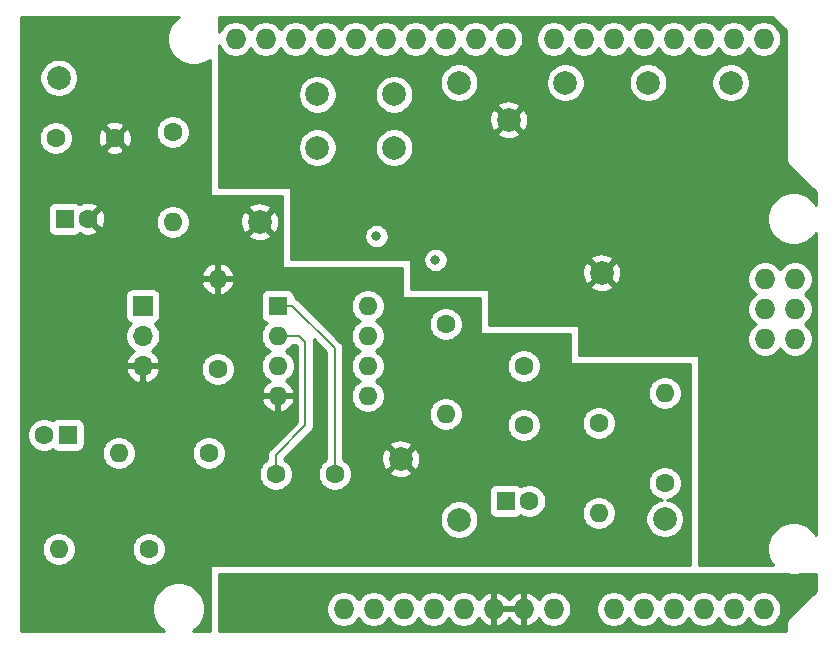
<source format=gbr>
%TF.GenerationSoftware,KiCad,Pcbnew,(5.1.5)-3*%
%TF.CreationDate,2020-05-16T01:35:25+02:00*%
%TF.ProjectId,DopplerShiftRadarModule,446f7070-6c65-4725-9368-696674526164,v1.1*%
%TF.SameCoordinates,Original*%
%TF.FileFunction,Copper,L4,Bot*%
%TF.FilePolarity,Positive*%
%FSLAX46Y46*%
G04 Gerber Fmt 4.6, Leading zero omitted, Abs format (unit mm)*
G04 Created by KiCad (PCBNEW (5.1.5)-3) date 2020-05-16 01:35:25*
%MOMM*%
%LPD*%
G04 APERTURE LIST*
%ADD10O,1.727200X1.727200*%
%ADD11R,1.600000X1.600000*%
%ADD12C,1.600000*%
%ADD13C,2.000000*%
%ADD14R,1.700000X1.700000*%
%ADD15O,1.700000X1.700000*%
%ADD16O,1.600000X1.600000*%
%ADD17C,0.800000*%
%ADD18C,0.200000*%
%ADD19C,0.254000*%
G04 APERTURE END LIST*
D10*
X145923000Y-102616000D03*
X145796000Y-130556000D03*
X143256000Y-130556000D03*
X140716000Y-130556000D03*
X138176000Y-130556000D03*
X135636000Y-130556000D03*
X110236000Y-130556000D03*
X116332000Y-82296000D03*
X113792000Y-82296000D03*
X111252000Y-82296000D03*
X106172000Y-82296000D03*
X103632000Y-82296000D03*
X101092000Y-82296000D03*
X118872000Y-82296000D03*
X121412000Y-82296000D03*
X123952000Y-82296000D03*
X108712000Y-82296000D03*
X128016000Y-82296000D03*
X130556000Y-82296000D03*
X133096000Y-82296000D03*
X135636000Y-82296000D03*
X138176000Y-82296000D03*
X140716000Y-82296000D03*
X143256000Y-82296000D03*
X145796000Y-82296000D03*
X112776000Y-130556000D03*
X115316000Y-130556000D03*
X117856000Y-130556000D03*
X120396000Y-130556000D03*
X122936000Y-130556000D03*
X125476000Y-130556000D03*
X128016000Y-130556000D03*
X133096000Y-130556000D03*
X148463000Y-102616000D03*
X145923000Y-105156000D03*
X148463000Y-105156000D03*
X148463000Y-107696000D03*
X145923000Y-107696000D03*
D11*
X86868000Y-115824000D03*
D12*
X84868000Y-115824000D03*
X88614000Y-97536000D03*
D11*
X86614000Y-97536000D03*
D12*
X104474000Y-119126000D03*
X109474000Y-119126000D03*
X85852000Y-90678000D03*
X90852000Y-90678000D03*
D11*
X123952000Y-121412000D03*
D12*
X125952000Y-121412000D03*
X125476000Y-109982000D03*
X125476000Y-114982000D03*
D13*
X137414000Y-122936000D03*
D14*
X93218000Y-104902000D03*
D15*
X93218000Y-107442000D03*
X93218000Y-109982000D03*
D13*
X132080000Y-102108000D03*
X86106000Y-85598000D03*
X120000000Y-123000000D03*
X103124000Y-97790000D03*
X124206000Y-89154000D03*
X115062000Y-117856000D03*
X120000000Y-86000000D03*
X143000000Y-86000000D03*
X136000000Y-86000000D03*
X129000000Y-86000000D03*
D16*
X95758000Y-97790000D03*
D12*
X95758000Y-90170000D03*
X99568000Y-110236000D03*
D16*
X99568000Y-102616000D03*
D12*
X93726000Y-125476000D03*
D16*
X86106000Y-125476000D03*
D12*
X98806000Y-117348000D03*
D16*
X91186000Y-117348000D03*
D12*
X131826000Y-114808000D03*
D16*
X131826000Y-122428000D03*
X118872000Y-114046000D03*
D12*
X118872000Y-106426000D03*
X137414000Y-119888000D03*
D16*
X137414000Y-112268000D03*
D13*
X108000000Y-91500000D03*
X108000000Y-87000000D03*
X114500000Y-91500000D03*
X114500000Y-87000000D03*
D11*
X104648000Y-104902000D03*
D16*
X112268000Y-112522000D03*
X104648000Y-107442000D03*
X112268000Y-109982000D03*
X104648000Y-109982000D03*
X112268000Y-107442000D03*
X104648000Y-112522000D03*
X112268000Y-104902000D03*
D17*
X113000000Y-99000000D03*
X118000000Y-101000000D03*
D18*
X106442000Y-107442000D02*
X104648000Y-107442000D01*
X104474000Y-119126000D02*
X104474000Y-117526000D01*
X107000000Y-108000000D02*
X106442000Y-107442000D01*
X107000000Y-115000000D02*
X107000000Y-108000000D01*
X104474000Y-117526000D02*
X107000000Y-115000000D01*
X104648000Y-104902000D02*
X105902000Y-104902000D01*
X109474000Y-108474000D02*
X109474000Y-119126000D01*
X105902000Y-104902000D02*
X109474000Y-108474000D01*
D19*
G36*
X96111271Y-80559962D02*
G01*
X95799962Y-80871271D01*
X95555369Y-81237331D01*
X95386890Y-81644075D01*
X95301000Y-82075872D01*
X95301000Y-82516128D01*
X95386890Y-82947925D01*
X95555369Y-83354669D01*
X95799962Y-83720729D01*
X96111271Y-84032038D01*
X96477331Y-84276631D01*
X96884075Y-84445110D01*
X97315872Y-84531000D01*
X97756128Y-84531000D01*
X98187925Y-84445110D01*
X98594669Y-84276631D01*
X98933000Y-84050566D01*
X98933000Y-95504000D01*
X98935440Y-95528776D01*
X98942667Y-95552601D01*
X98954403Y-95574557D01*
X98970197Y-95593803D01*
X98989443Y-95609597D01*
X99011399Y-95621333D01*
X99035224Y-95628560D01*
X99060000Y-95631000D01*
X105029000Y-95631000D01*
X105029000Y-101600000D01*
X105031440Y-101624776D01*
X105038667Y-101648601D01*
X105050403Y-101670557D01*
X105066197Y-101689803D01*
X105085443Y-101705597D01*
X105107399Y-101717333D01*
X105131224Y-101724560D01*
X105156000Y-101727000D01*
X115189000Y-101727000D01*
X115189000Y-104140000D01*
X115191440Y-104164776D01*
X115198667Y-104188601D01*
X115210403Y-104210557D01*
X115226197Y-104229803D01*
X115245443Y-104245597D01*
X115267399Y-104257333D01*
X115291224Y-104264560D01*
X115316000Y-104267000D01*
X121793000Y-104267000D01*
X121793000Y-107188000D01*
X121795440Y-107212776D01*
X121802667Y-107236601D01*
X121814403Y-107258557D01*
X121830197Y-107277803D01*
X121849443Y-107293597D01*
X121871399Y-107305333D01*
X121895224Y-107312560D01*
X121920000Y-107315000D01*
X129413000Y-107315000D01*
X129413000Y-109728000D01*
X129415440Y-109752776D01*
X129422667Y-109776601D01*
X129434403Y-109798557D01*
X129450197Y-109817803D01*
X129469443Y-109833597D01*
X129491399Y-109845333D01*
X129515224Y-109852560D01*
X129540000Y-109855000D01*
X139573000Y-109855000D01*
X139573000Y-126873000D01*
X99060000Y-126873000D01*
X99035224Y-126875440D01*
X99011399Y-126882667D01*
X98989443Y-126894403D01*
X98970197Y-126910197D01*
X98954403Y-126929443D01*
X98942667Y-126951399D01*
X98935440Y-126975224D01*
X98933000Y-127000000D01*
X98933000Y-132436000D01*
X97475274Y-132436000D01*
X97690729Y-132292038D01*
X98002038Y-131980729D01*
X98246631Y-131614669D01*
X98415110Y-131207925D01*
X98501000Y-130776128D01*
X98501000Y-130335872D01*
X98415110Y-129904075D01*
X98246631Y-129497331D01*
X98002038Y-129131271D01*
X97690729Y-128819962D01*
X97324669Y-128575369D01*
X96917925Y-128406890D01*
X96486128Y-128321000D01*
X96045872Y-128321000D01*
X95614075Y-128406890D01*
X95207331Y-128575369D01*
X94841271Y-128819962D01*
X94529962Y-129131271D01*
X94285369Y-129497331D01*
X94116890Y-129904075D01*
X94031000Y-130335872D01*
X94031000Y-130776128D01*
X94116890Y-131207925D01*
X94285369Y-131614669D01*
X94529962Y-131980729D01*
X94841271Y-132292038D01*
X95056726Y-132436000D01*
X82956000Y-132436000D01*
X82956000Y-125334665D01*
X84671000Y-125334665D01*
X84671000Y-125617335D01*
X84726147Y-125894574D01*
X84834320Y-126155727D01*
X84991363Y-126390759D01*
X85191241Y-126590637D01*
X85426273Y-126747680D01*
X85687426Y-126855853D01*
X85964665Y-126911000D01*
X86247335Y-126911000D01*
X86524574Y-126855853D01*
X86785727Y-126747680D01*
X87020759Y-126590637D01*
X87220637Y-126390759D01*
X87377680Y-126155727D01*
X87485853Y-125894574D01*
X87541000Y-125617335D01*
X87541000Y-125334665D01*
X92291000Y-125334665D01*
X92291000Y-125617335D01*
X92346147Y-125894574D01*
X92454320Y-126155727D01*
X92611363Y-126390759D01*
X92811241Y-126590637D01*
X93046273Y-126747680D01*
X93307426Y-126855853D01*
X93584665Y-126911000D01*
X93867335Y-126911000D01*
X94144574Y-126855853D01*
X94405727Y-126747680D01*
X94640759Y-126590637D01*
X94840637Y-126390759D01*
X94997680Y-126155727D01*
X95105853Y-125894574D01*
X95161000Y-125617335D01*
X95161000Y-125334665D01*
X95105853Y-125057426D01*
X94997680Y-124796273D01*
X94840637Y-124561241D01*
X94640759Y-124361363D01*
X94405727Y-124204320D01*
X94144574Y-124096147D01*
X93867335Y-124041000D01*
X93584665Y-124041000D01*
X93307426Y-124096147D01*
X93046273Y-124204320D01*
X92811241Y-124361363D01*
X92611363Y-124561241D01*
X92454320Y-124796273D01*
X92346147Y-125057426D01*
X92291000Y-125334665D01*
X87541000Y-125334665D01*
X87485853Y-125057426D01*
X87377680Y-124796273D01*
X87220637Y-124561241D01*
X87020759Y-124361363D01*
X86785727Y-124204320D01*
X86524574Y-124096147D01*
X86247335Y-124041000D01*
X85964665Y-124041000D01*
X85687426Y-124096147D01*
X85426273Y-124204320D01*
X85191241Y-124361363D01*
X84991363Y-124561241D01*
X84834320Y-124796273D01*
X84726147Y-125057426D01*
X84671000Y-125334665D01*
X82956000Y-125334665D01*
X82956000Y-122838967D01*
X118365000Y-122838967D01*
X118365000Y-123161033D01*
X118427832Y-123476912D01*
X118551082Y-123774463D01*
X118730013Y-124042252D01*
X118957748Y-124269987D01*
X119225537Y-124448918D01*
X119523088Y-124572168D01*
X119838967Y-124635000D01*
X120161033Y-124635000D01*
X120476912Y-124572168D01*
X120774463Y-124448918D01*
X121042252Y-124269987D01*
X121269987Y-124042252D01*
X121448918Y-123774463D01*
X121572168Y-123476912D01*
X121635000Y-123161033D01*
X121635000Y-122838967D01*
X121572168Y-122523088D01*
X121448918Y-122225537D01*
X121269987Y-121957748D01*
X121042252Y-121730013D01*
X120774463Y-121551082D01*
X120476912Y-121427832D01*
X120161033Y-121365000D01*
X119838967Y-121365000D01*
X119523088Y-121427832D01*
X119225537Y-121551082D01*
X118957748Y-121730013D01*
X118730013Y-121957748D01*
X118551082Y-122225537D01*
X118427832Y-122523088D01*
X118365000Y-122838967D01*
X82956000Y-122838967D01*
X82956000Y-120612000D01*
X122513928Y-120612000D01*
X122513928Y-122212000D01*
X122526188Y-122336482D01*
X122562498Y-122456180D01*
X122621463Y-122566494D01*
X122700815Y-122663185D01*
X122797506Y-122742537D01*
X122907820Y-122801502D01*
X123027518Y-122837812D01*
X123152000Y-122850072D01*
X124752000Y-122850072D01*
X124876482Y-122837812D01*
X124996180Y-122801502D01*
X125106494Y-122742537D01*
X125203185Y-122663185D01*
X125216790Y-122646607D01*
X125272273Y-122683680D01*
X125533426Y-122791853D01*
X125810665Y-122847000D01*
X126093335Y-122847000D01*
X126370574Y-122791853D01*
X126631727Y-122683680D01*
X126866759Y-122526637D01*
X127066637Y-122326759D01*
X127093426Y-122286665D01*
X130391000Y-122286665D01*
X130391000Y-122569335D01*
X130446147Y-122846574D01*
X130554320Y-123107727D01*
X130711363Y-123342759D01*
X130911241Y-123542637D01*
X131146273Y-123699680D01*
X131407426Y-123807853D01*
X131684665Y-123863000D01*
X131967335Y-123863000D01*
X132244574Y-123807853D01*
X132505727Y-123699680D01*
X132740759Y-123542637D01*
X132940637Y-123342759D01*
X133097680Y-123107727D01*
X133205853Y-122846574D01*
X133220096Y-122774967D01*
X135779000Y-122774967D01*
X135779000Y-123097033D01*
X135841832Y-123412912D01*
X135965082Y-123710463D01*
X136144013Y-123978252D01*
X136371748Y-124205987D01*
X136639537Y-124384918D01*
X136937088Y-124508168D01*
X137252967Y-124571000D01*
X137575033Y-124571000D01*
X137890912Y-124508168D01*
X138188463Y-124384918D01*
X138456252Y-124205987D01*
X138683987Y-123978252D01*
X138862918Y-123710463D01*
X138986168Y-123412912D01*
X139049000Y-123097033D01*
X139049000Y-122774967D01*
X138986168Y-122459088D01*
X138862918Y-122161537D01*
X138683987Y-121893748D01*
X138456252Y-121666013D01*
X138188463Y-121487082D01*
X137890912Y-121363832D01*
X137620484Y-121310041D01*
X137832574Y-121267853D01*
X138093727Y-121159680D01*
X138328759Y-121002637D01*
X138528637Y-120802759D01*
X138685680Y-120567727D01*
X138793853Y-120306574D01*
X138849000Y-120029335D01*
X138849000Y-119746665D01*
X138793853Y-119469426D01*
X138685680Y-119208273D01*
X138528637Y-118973241D01*
X138328759Y-118773363D01*
X138093727Y-118616320D01*
X137832574Y-118508147D01*
X137555335Y-118453000D01*
X137272665Y-118453000D01*
X136995426Y-118508147D01*
X136734273Y-118616320D01*
X136499241Y-118773363D01*
X136299363Y-118973241D01*
X136142320Y-119208273D01*
X136034147Y-119469426D01*
X135979000Y-119746665D01*
X135979000Y-120029335D01*
X136034147Y-120306574D01*
X136142320Y-120567727D01*
X136299363Y-120802759D01*
X136499241Y-121002637D01*
X136734273Y-121159680D01*
X136995426Y-121267853D01*
X137207516Y-121310041D01*
X136937088Y-121363832D01*
X136639537Y-121487082D01*
X136371748Y-121666013D01*
X136144013Y-121893748D01*
X135965082Y-122161537D01*
X135841832Y-122459088D01*
X135779000Y-122774967D01*
X133220096Y-122774967D01*
X133261000Y-122569335D01*
X133261000Y-122286665D01*
X133205853Y-122009426D01*
X133097680Y-121748273D01*
X132940637Y-121513241D01*
X132740759Y-121313363D01*
X132505727Y-121156320D01*
X132244574Y-121048147D01*
X131967335Y-120993000D01*
X131684665Y-120993000D01*
X131407426Y-121048147D01*
X131146273Y-121156320D01*
X130911241Y-121313363D01*
X130711363Y-121513241D01*
X130554320Y-121748273D01*
X130446147Y-122009426D01*
X130391000Y-122286665D01*
X127093426Y-122286665D01*
X127223680Y-122091727D01*
X127331853Y-121830574D01*
X127387000Y-121553335D01*
X127387000Y-121270665D01*
X127331853Y-120993426D01*
X127223680Y-120732273D01*
X127066637Y-120497241D01*
X126866759Y-120297363D01*
X126631727Y-120140320D01*
X126370574Y-120032147D01*
X126093335Y-119977000D01*
X125810665Y-119977000D01*
X125533426Y-120032147D01*
X125272273Y-120140320D01*
X125216790Y-120177393D01*
X125203185Y-120160815D01*
X125106494Y-120081463D01*
X124996180Y-120022498D01*
X124876482Y-119986188D01*
X124752000Y-119973928D01*
X123152000Y-119973928D01*
X123027518Y-119986188D01*
X122907820Y-120022498D01*
X122797506Y-120081463D01*
X122700815Y-120160815D01*
X122621463Y-120257506D01*
X122562498Y-120367820D01*
X122526188Y-120487518D01*
X122513928Y-120612000D01*
X82956000Y-120612000D01*
X82956000Y-118984665D01*
X103039000Y-118984665D01*
X103039000Y-119267335D01*
X103094147Y-119544574D01*
X103202320Y-119805727D01*
X103359363Y-120040759D01*
X103559241Y-120240637D01*
X103794273Y-120397680D01*
X104055426Y-120505853D01*
X104332665Y-120561000D01*
X104615335Y-120561000D01*
X104892574Y-120505853D01*
X105153727Y-120397680D01*
X105388759Y-120240637D01*
X105588637Y-120040759D01*
X105745680Y-119805727D01*
X105853853Y-119544574D01*
X105909000Y-119267335D01*
X105909000Y-118984665D01*
X105853853Y-118707426D01*
X105745680Y-118446273D01*
X105588637Y-118211241D01*
X105388759Y-118011363D01*
X105209000Y-117891252D01*
X105209000Y-117830446D01*
X107494197Y-115545250D01*
X107522237Y-115522238D01*
X107545250Y-115494197D01*
X107545253Y-115494194D01*
X107614086Y-115410321D01*
X107614087Y-115410320D01*
X107682337Y-115282633D01*
X107724365Y-115144085D01*
X107735000Y-115036105D01*
X107735000Y-115036096D01*
X107738555Y-115000001D01*
X107735000Y-114963906D01*
X107735000Y-108036096D01*
X107738555Y-107999999D01*
X107735000Y-107963902D01*
X107735000Y-107963895D01*
X107724365Y-107855915D01*
X107723275Y-107852320D01*
X107692125Y-107749635D01*
X107684260Y-107723707D01*
X108739000Y-108778447D01*
X108739001Y-117891252D01*
X108559241Y-118011363D01*
X108359363Y-118211241D01*
X108202320Y-118446273D01*
X108094147Y-118707426D01*
X108039000Y-118984665D01*
X108039000Y-119267335D01*
X108094147Y-119544574D01*
X108202320Y-119805727D01*
X108359363Y-120040759D01*
X108559241Y-120240637D01*
X108794273Y-120397680D01*
X109055426Y-120505853D01*
X109332665Y-120561000D01*
X109615335Y-120561000D01*
X109892574Y-120505853D01*
X110153727Y-120397680D01*
X110388759Y-120240637D01*
X110588637Y-120040759D01*
X110745680Y-119805727D01*
X110853853Y-119544574D01*
X110909000Y-119267335D01*
X110909000Y-118991413D01*
X114106192Y-118991413D01*
X114201956Y-119255814D01*
X114491571Y-119396704D01*
X114803108Y-119478384D01*
X115124595Y-119497718D01*
X115443675Y-119453961D01*
X115748088Y-119348795D01*
X115922044Y-119255814D01*
X116017808Y-118991413D01*
X115062000Y-118035605D01*
X114106192Y-118991413D01*
X110909000Y-118991413D01*
X110909000Y-118984665D01*
X110853853Y-118707426D01*
X110745680Y-118446273D01*
X110588637Y-118211241D01*
X110388759Y-118011363D01*
X110249922Y-117918595D01*
X113420282Y-117918595D01*
X113464039Y-118237675D01*
X113569205Y-118542088D01*
X113662186Y-118716044D01*
X113926587Y-118811808D01*
X114882395Y-117856000D01*
X115241605Y-117856000D01*
X116197413Y-118811808D01*
X116461814Y-118716044D01*
X116602704Y-118426429D01*
X116684384Y-118114892D01*
X116703718Y-117793405D01*
X116659961Y-117474325D01*
X116554795Y-117169912D01*
X116461814Y-116995956D01*
X116197413Y-116900192D01*
X115241605Y-117856000D01*
X114882395Y-117856000D01*
X113926587Y-116900192D01*
X113662186Y-116995956D01*
X113521296Y-117285571D01*
X113439616Y-117597108D01*
X113420282Y-117918595D01*
X110249922Y-117918595D01*
X110209000Y-117891252D01*
X110209000Y-116720587D01*
X114106192Y-116720587D01*
X115062000Y-117676395D01*
X116017808Y-116720587D01*
X115922044Y-116456186D01*
X115632429Y-116315296D01*
X115320892Y-116233616D01*
X114999405Y-116214282D01*
X114680325Y-116258039D01*
X114375912Y-116363205D01*
X114201956Y-116456186D01*
X114106192Y-116720587D01*
X110209000Y-116720587D01*
X110209000Y-108510105D01*
X110212556Y-108474000D01*
X110198365Y-108329915D01*
X110156337Y-108191368D01*
X110156337Y-108191367D01*
X110088087Y-108063680D01*
X110035825Y-107999999D01*
X110019253Y-107979806D01*
X110019250Y-107979803D01*
X109996237Y-107951762D01*
X109968197Y-107928750D01*
X106800112Y-104760665D01*
X110833000Y-104760665D01*
X110833000Y-105043335D01*
X110888147Y-105320574D01*
X110996320Y-105581727D01*
X111153363Y-105816759D01*
X111353241Y-106016637D01*
X111585759Y-106172000D01*
X111353241Y-106327363D01*
X111153363Y-106527241D01*
X110996320Y-106762273D01*
X110888147Y-107023426D01*
X110833000Y-107300665D01*
X110833000Y-107583335D01*
X110888147Y-107860574D01*
X110996320Y-108121727D01*
X111153363Y-108356759D01*
X111353241Y-108556637D01*
X111585759Y-108712000D01*
X111353241Y-108867363D01*
X111153363Y-109067241D01*
X110996320Y-109302273D01*
X110888147Y-109563426D01*
X110833000Y-109840665D01*
X110833000Y-110123335D01*
X110888147Y-110400574D01*
X110996320Y-110661727D01*
X111153363Y-110896759D01*
X111353241Y-111096637D01*
X111585759Y-111252000D01*
X111353241Y-111407363D01*
X111153363Y-111607241D01*
X110996320Y-111842273D01*
X110888147Y-112103426D01*
X110833000Y-112380665D01*
X110833000Y-112663335D01*
X110888147Y-112940574D01*
X110996320Y-113201727D01*
X111153363Y-113436759D01*
X111353241Y-113636637D01*
X111588273Y-113793680D01*
X111849426Y-113901853D01*
X112126665Y-113957000D01*
X112409335Y-113957000D01*
X112672437Y-113904665D01*
X117437000Y-113904665D01*
X117437000Y-114187335D01*
X117492147Y-114464574D01*
X117600320Y-114725727D01*
X117757363Y-114960759D01*
X117957241Y-115160637D01*
X118192273Y-115317680D01*
X118453426Y-115425853D01*
X118730665Y-115481000D01*
X119013335Y-115481000D01*
X119290574Y-115425853D01*
X119551727Y-115317680D01*
X119786759Y-115160637D01*
X119986637Y-114960759D01*
X120066881Y-114840665D01*
X124041000Y-114840665D01*
X124041000Y-115123335D01*
X124096147Y-115400574D01*
X124204320Y-115661727D01*
X124361363Y-115896759D01*
X124561241Y-116096637D01*
X124796273Y-116253680D01*
X125057426Y-116361853D01*
X125334665Y-116417000D01*
X125617335Y-116417000D01*
X125894574Y-116361853D01*
X126155727Y-116253680D01*
X126390759Y-116096637D01*
X126590637Y-115896759D01*
X126747680Y-115661727D01*
X126855853Y-115400574D01*
X126911000Y-115123335D01*
X126911000Y-114840665D01*
X126876389Y-114666665D01*
X130391000Y-114666665D01*
X130391000Y-114949335D01*
X130446147Y-115226574D01*
X130554320Y-115487727D01*
X130711363Y-115722759D01*
X130911241Y-115922637D01*
X131146273Y-116079680D01*
X131407426Y-116187853D01*
X131684665Y-116243000D01*
X131967335Y-116243000D01*
X132244574Y-116187853D01*
X132505727Y-116079680D01*
X132740759Y-115922637D01*
X132940637Y-115722759D01*
X133097680Y-115487727D01*
X133205853Y-115226574D01*
X133261000Y-114949335D01*
X133261000Y-114666665D01*
X133205853Y-114389426D01*
X133097680Y-114128273D01*
X132940637Y-113893241D01*
X132740759Y-113693363D01*
X132505727Y-113536320D01*
X132244574Y-113428147D01*
X131967335Y-113373000D01*
X131684665Y-113373000D01*
X131407426Y-113428147D01*
X131146273Y-113536320D01*
X130911241Y-113693363D01*
X130711363Y-113893241D01*
X130554320Y-114128273D01*
X130446147Y-114389426D01*
X130391000Y-114666665D01*
X126876389Y-114666665D01*
X126855853Y-114563426D01*
X126747680Y-114302273D01*
X126590637Y-114067241D01*
X126390759Y-113867363D01*
X126155727Y-113710320D01*
X125894574Y-113602147D01*
X125617335Y-113547000D01*
X125334665Y-113547000D01*
X125057426Y-113602147D01*
X124796273Y-113710320D01*
X124561241Y-113867363D01*
X124361363Y-114067241D01*
X124204320Y-114302273D01*
X124096147Y-114563426D01*
X124041000Y-114840665D01*
X120066881Y-114840665D01*
X120143680Y-114725727D01*
X120251853Y-114464574D01*
X120307000Y-114187335D01*
X120307000Y-113904665D01*
X120251853Y-113627426D01*
X120143680Y-113366273D01*
X119986637Y-113131241D01*
X119786759Y-112931363D01*
X119551727Y-112774320D01*
X119290574Y-112666147D01*
X119013335Y-112611000D01*
X118730665Y-112611000D01*
X118453426Y-112666147D01*
X118192273Y-112774320D01*
X117957241Y-112931363D01*
X117757363Y-113131241D01*
X117600320Y-113366273D01*
X117492147Y-113627426D01*
X117437000Y-113904665D01*
X112672437Y-113904665D01*
X112686574Y-113901853D01*
X112947727Y-113793680D01*
X113182759Y-113636637D01*
X113382637Y-113436759D01*
X113539680Y-113201727D01*
X113647853Y-112940574D01*
X113703000Y-112663335D01*
X113703000Y-112380665D01*
X113652476Y-112126665D01*
X135979000Y-112126665D01*
X135979000Y-112409335D01*
X136034147Y-112686574D01*
X136142320Y-112947727D01*
X136299363Y-113182759D01*
X136499241Y-113382637D01*
X136734273Y-113539680D01*
X136995426Y-113647853D01*
X137272665Y-113703000D01*
X137555335Y-113703000D01*
X137832574Y-113647853D01*
X138093727Y-113539680D01*
X138328759Y-113382637D01*
X138528637Y-113182759D01*
X138685680Y-112947727D01*
X138793853Y-112686574D01*
X138849000Y-112409335D01*
X138849000Y-112126665D01*
X138793853Y-111849426D01*
X138685680Y-111588273D01*
X138528637Y-111353241D01*
X138328759Y-111153363D01*
X138093727Y-110996320D01*
X137832574Y-110888147D01*
X137555335Y-110833000D01*
X137272665Y-110833000D01*
X136995426Y-110888147D01*
X136734273Y-110996320D01*
X136499241Y-111153363D01*
X136299363Y-111353241D01*
X136142320Y-111588273D01*
X136034147Y-111849426D01*
X135979000Y-112126665D01*
X113652476Y-112126665D01*
X113647853Y-112103426D01*
X113539680Y-111842273D01*
X113382637Y-111607241D01*
X113182759Y-111407363D01*
X112950241Y-111252000D01*
X113182759Y-111096637D01*
X113382637Y-110896759D01*
X113539680Y-110661727D01*
X113647853Y-110400574D01*
X113703000Y-110123335D01*
X113703000Y-109840665D01*
X124041000Y-109840665D01*
X124041000Y-110123335D01*
X124096147Y-110400574D01*
X124204320Y-110661727D01*
X124361363Y-110896759D01*
X124561241Y-111096637D01*
X124796273Y-111253680D01*
X125057426Y-111361853D01*
X125334665Y-111417000D01*
X125617335Y-111417000D01*
X125894574Y-111361853D01*
X126155727Y-111253680D01*
X126390759Y-111096637D01*
X126590637Y-110896759D01*
X126747680Y-110661727D01*
X126855853Y-110400574D01*
X126911000Y-110123335D01*
X126911000Y-109840665D01*
X126855853Y-109563426D01*
X126747680Y-109302273D01*
X126590637Y-109067241D01*
X126390759Y-108867363D01*
X126155727Y-108710320D01*
X125894574Y-108602147D01*
X125617335Y-108547000D01*
X125334665Y-108547000D01*
X125057426Y-108602147D01*
X124796273Y-108710320D01*
X124561241Y-108867363D01*
X124361363Y-109067241D01*
X124204320Y-109302273D01*
X124096147Y-109563426D01*
X124041000Y-109840665D01*
X113703000Y-109840665D01*
X113647853Y-109563426D01*
X113539680Y-109302273D01*
X113382637Y-109067241D01*
X113182759Y-108867363D01*
X112950241Y-108712000D01*
X113182759Y-108556637D01*
X113382637Y-108356759D01*
X113539680Y-108121727D01*
X113647853Y-107860574D01*
X113703000Y-107583335D01*
X113703000Y-107300665D01*
X113647853Y-107023426D01*
X113539680Y-106762273D01*
X113382637Y-106527241D01*
X113182759Y-106327363D01*
X113118857Y-106284665D01*
X117437000Y-106284665D01*
X117437000Y-106567335D01*
X117492147Y-106844574D01*
X117600320Y-107105727D01*
X117757363Y-107340759D01*
X117957241Y-107540637D01*
X118192273Y-107697680D01*
X118453426Y-107805853D01*
X118730665Y-107861000D01*
X119013335Y-107861000D01*
X119290574Y-107805853D01*
X119551727Y-107697680D01*
X119786759Y-107540637D01*
X119986637Y-107340759D01*
X120143680Y-107105727D01*
X120251853Y-106844574D01*
X120307000Y-106567335D01*
X120307000Y-106284665D01*
X120251853Y-106007426D01*
X120143680Y-105746273D01*
X119986637Y-105511241D01*
X119786759Y-105311363D01*
X119551727Y-105154320D01*
X119290574Y-105046147D01*
X119013335Y-104991000D01*
X118730665Y-104991000D01*
X118453426Y-105046147D01*
X118192273Y-105154320D01*
X117957241Y-105311363D01*
X117757363Y-105511241D01*
X117600320Y-105746273D01*
X117492147Y-106007426D01*
X117437000Y-106284665D01*
X113118857Y-106284665D01*
X112950241Y-106172000D01*
X113182759Y-106016637D01*
X113382637Y-105816759D01*
X113539680Y-105581727D01*
X113647853Y-105320574D01*
X113703000Y-105043335D01*
X113703000Y-104760665D01*
X113647853Y-104483426D01*
X113539680Y-104222273D01*
X113382637Y-103987241D01*
X113182759Y-103787363D01*
X112947727Y-103630320D01*
X112686574Y-103522147D01*
X112409335Y-103467000D01*
X112126665Y-103467000D01*
X111849426Y-103522147D01*
X111588273Y-103630320D01*
X111353241Y-103787363D01*
X111153363Y-103987241D01*
X110996320Y-104222273D01*
X110888147Y-104483426D01*
X110833000Y-104760665D01*
X106800112Y-104760665D01*
X106447259Y-104407813D01*
X106424238Y-104379762D01*
X106312320Y-104287913D01*
X106184633Y-104219663D01*
X106086072Y-104189765D01*
X106086072Y-104102000D01*
X106073812Y-103977518D01*
X106037502Y-103857820D01*
X105978537Y-103747506D01*
X105899185Y-103650815D01*
X105802494Y-103571463D01*
X105692180Y-103512498D01*
X105572482Y-103476188D01*
X105448000Y-103463928D01*
X103848000Y-103463928D01*
X103723518Y-103476188D01*
X103603820Y-103512498D01*
X103493506Y-103571463D01*
X103396815Y-103650815D01*
X103317463Y-103747506D01*
X103258498Y-103857820D01*
X103222188Y-103977518D01*
X103209928Y-104102000D01*
X103209928Y-105702000D01*
X103222188Y-105826482D01*
X103258498Y-105946180D01*
X103317463Y-106056494D01*
X103396815Y-106153185D01*
X103493506Y-106232537D01*
X103603820Y-106291502D01*
X103723518Y-106327812D01*
X103731961Y-106328643D01*
X103533363Y-106527241D01*
X103376320Y-106762273D01*
X103268147Y-107023426D01*
X103213000Y-107300665D01*
X103213000Y-107583335D01*
X103268147Y-107860574D01*
X103376320Y-108121727D01*
X103533363Y-108356759D01*
X103733241Y-108556637D01*
X103965759Y-108712000D01*
X103733241Y-108867363D01*
X103533363Y-109067241D01*
X103376320Y-109302273D01*
X103268147Y-109563426D01*
X103213000Y-109840665D01*
X103213000Y-110123335D01*
X103268147Y-110400574D01*
X103376320Y-110661727D01*
X103533363Y-110896759D01*
X103733241Y-111096637D01*
X103968273Y-111253680D01*
X103978865Y-111258067D01*
X103792869Y-111369615D01*
X103584481Y-111558586D01*
X103416963Y-111784580D01*
X103296754Y-112038913D01*
X103256096Y-112172961D01*
X103378085Y-112395000D01*
X104521000Y-112395000D01*
X104521000Y-112375000D01*
X104775000Y-112375000D01*
X104775000Y-112395000D01*
X105917915Y-112395000D01*
X106039904Y-112172961D01*
X105999246Y-112038913D01*
X105879037Y-111784580D01*
X105711519Y-111558586D01*
X105503131Y-111369615D01*
X105317135Y-111258067D01*
X105327727Y-111253680D01*
X105562759Y-111096637D01*
X105762637Y-110896759D01*
X105919680Y-110661727D01*
X106027853Y-110400574D01*
X106083000Y-110123335D01*
X106083000Y-109840665D01*
X106027853Y-109563426D01*
X105919680Y-109302273D01*
X105762637Y-109067241D01*
X105562759Y-108867363D01*
X105330241Y-108712000D01*
X105562759Y-108556637D01*
X105762637Y-108356759D01*
X105882748Y-108177000D01*
X106137554Y-108177000D01*
X106265001Y-108304448D01*
X106265000Y-114695553D01*
X103979808Y-116980746D01*
X103951763Y-117003762D01*
X103859914Y-117115680D01*
X103812785Y-117203853D01*
X103791664Y-117243367D01*
X103749635Y-117381915D01*
X103735444Y-117526000D01*
X103739001Y-117562115D01*
X103739001Y-117891252D01*
X103559241Y-118011363D01*
X103359363Y-118211241D01*
X103202320Y-118446273D01*
X103094147Y-118707426D01*
X103039000Y-118984665D01*
X82956000Y-118984665D01*
X82956000Y-115682665D01*
X83433000Y-115682665D01*
X83433000Y-115965335D01*
X83488147Y-116242574D01*
X83596320Y-116503727D01*
X83753363Y-116738759D01*
X83953241Y-116938637D01*
X84188273Y-117095680D01*
X84449426Y-117203853D01*
X84726665Y-117259000D01*
X85009335Y-117259000D01*
X85286574Y-117203853D01*
X85547727Y-117095680D01*
X85603210Y-117058607D01*
X85616815Y-117075185D01*
X85713506Y-117154537D01*
X85823820Y-117213502D01*
X85943518Y-117249812D01*
X86068000Y-117262072D01*
X87668000Y-117262072D01*
X87792482Y-117249812D01*
X87912180Y-117213502D01*
X87924970Y-117206665D01*
X89751000Y-117206665D01*
X89751000Y-117489335D01*
X89806147Y-117766574D01*
X89914320Y-118027727D01*
X90071363Y-118262759D01*
X90271241Y-118462637D01*
X90506273Y-118619680D01*
X90767426Y-118727853D01*
X91044665Y-118783000D01*
X91327335Y-118783000D01*
X91604574Y-118727853D01*
X91865727Y-118619680D01*
X92100759Y-118462637D01*
X92300637Y-118262759D01*
X92457680Y-118027727D01*
X92565853Y-117766574D01*
X92621000Y-117489335D01*
X92621000Y-117206665D01*
X97371000Y-117206665D01*
X97371000Y-117489335D01*
X97426147Y-117766574D01*
X97534320Y-118027727D01*
X97691363Y-118262759D01*
X97891241Y-118462637D01*
X98126273Y-118619680D01*
X98387426Y-118727853D01*
X98664665Y-118783000D01*
X98947335Y-118783000D01*
X99224574Y-118727853D01*
X99485727Y-118619680D01*
X99720759Y-118462637D01*
X99920637Y-118262759D01*
X100077680Y-118027727D01*
X100185853Y-117766574D01*
X100241000Y-117489335D01*
X100241000Y-117206665D01*
X100185853Y-116929426D01*
X100077680Y-116668273D01*
X99920637Y-116433241D01*
X99720759Y-116233363D01*
X99485727Y-116076320D01*
X99224574Y-115968147D01*
X98947335Y-115913000D01*
X98664665Y-115913000D01*
X98387426Y-115968147D01*
X98126273Y-116076320D01*
X97891241Y-116233363D01*
X97691363Y-116433241D01*
X97534320Y-116668273D01*
X97426147Y-116929426D01*
X97371000Y-117206665D01*
X92621000Y-117206665D01*
X92565853Y-116929426D01*
X92457680Y-116668273D01*
X92300637Y-116433241D01*
X92100759Y-116233363D01*
X91865727Y-116076320D01*
X91604574Y-115968147D01*
X91327335Y-115913000D01*
X91044665Y-115913000D01*
X90767426Y-115968147D01*
X90506273Y-116076320D01*
X90271241Y-116233363D01*
X90071363Y-116433241D01*
X89914320Y-116668273D01*
X89806147Y-116929426D01*
X89751000Y-117206665D01*
X87924970Y-117206665D01*
X88022494Y-117154537D01*
X88119185Y-117075185D01*
X88198537Y-116978494D01*
X88257502Y-116868180D01*
X88293812Y-116748482D01*
X88306072Y-116624000D01*
X88306072Y-115024000D01*
X88293812Y-114899518D01*
X88257502Y-114779820D01*
X88198537Y-114669506D01*
X88119185Y-114572815D01*
X88022494Y-114493463D01*
X87912180Y-114434498D01*
X87792482Y-114398188D01*
X87668000Y-114385928D01*
X86068000Y-114385928D01*
X85943518Y-114398188D01*
X85823820Y-114434498D01*
X85713506Y-114493463D01*
X85616815Y-114572815D01*
X85603210Y-114589393D01*
X85547727Y-114552320D01*
X85286574Y-114444147D01*
X85009335Y-114389000D01*
X84726665Y-114389000D01*
X84449426Y-114444147D01*
X84188273Y-114552320D01*
X83953241Y-114709363D01*
X83753363Y-114909241D01*
X83596320Y-115144273D01*
X83488147Y-115405426D01*
X83433000Y-115682665D01*
X82956000Y-115682665D01*
X82956000Y-112871039D01*
X103256096Y-112871039D01*
X103296754Y-113005087D01*
X103416963Y-113259420D01*
X103584481Y-113485414D01*
X103792869Y-113674385D01*
X104034119Y-113819070D01*
X104298960Y-113913909D01*
X104521000Y-113792624D01*
X104521000Y-112649000D01*
X104775000Y-112649000D01*
X104775000Y-113792624D01*
X104997040Y-113913909D01*
X105261881Y-113819070D01*
X105503131Y-113674385D01*
X105711519Y-113485414D01*
X105879037Y-113259420D01*
X105999246Y-113005087D01*
X106039904Y-112871039D01*
X105917915Y-112649000D01*
X104775000Y-112649000D01*
X104521000Y-112649000D01*
X103378085Y-112649000D01*
X103256096Y-112871039D01*
X82956000Y-112871039D01*
X82956000Y-110338890D01*
X91776524Y-110338890D01*
X91821175Y-110486099D01*
X91946359Y-110748920D01*
X92120412Y-110982269D01*
X92336645Y-111177178D01*
X92586748Y-111326157D01*
X92861109Y-111423481D01*
X93091000Y-111302814D01*
X93091000Y-110109000D01*
X93345000Y-110109000D01*
X93345000Y-111302814D01*
X93574891Y-111423481D01*
X93849252Y-111326157D01*
X94099355Y-111177178D01*
X94315588Y-110982269D01*
X94489641Y-110748920D01*
X94614825Y-110486099D01*
X94659476Y-110338890D01*
X94538155Y-110109000D01*
X93345000Y-110109000D01*
X93091000Y-110109000D01*
X91897845Y-110109000D01*
X91776524Y-110338890D01*
X82956000Y-110338890D01*
X82956000Y-110094665D01*
X98133000Y-110094665D01*
X98133000Y-110377335D01*
X98188147Y-110654574D01*
X98296320Y-110915727D01*
X98453363Y-111150759D01*
X98653241Y-111350637D01*
X98888273Y-111507680D01*
X99149426Y-111615853D01*
X99426665Y-111671000D01*
X99709335Y-111671000D01*
X99986574Y-111615853D01*
X100247727Y-111507680D01*
X100482759Y-111350637D01*
X100682637Y-111150759D01*
X100839680Y-110915727D01*
X100947853Y-110654574D01*
X101003000Y-110377335D01*
X101003000Y-110094665D01*
X100947853Y-109817426D01*
X100839680Y-109556273D01*
X100682637Y-109321241D01*
X100482759Y-109121363D01*
X100247727Y-108964320D01*
X99986574Y-108856147D01*
X99709335Y-108801000D01*
X99426665Y-108801000D01*
X99149426Y-108856147D01*
X98888273Y-108964320D01*
X98653241Y-109121363D01*
X98453363Y-109321241D01*
X98296320Y-109556273D01*
X98188147Y-109817426D01*
X98133000Y-110094665D01*
X82956000Y-110094665D01*
X82956000Y-104052000D01*
X91729928Y-104052000D01*
X91729928Y-105752000D01*
X91742188Y-105876482D01*
X91778498Y-105996180D01*
X91837463Y-106106494D01*
X91916815Y-106203185D01*
X92013506Y-106282537D01*
X92123820Y-106341502D01*
X92196380Y-106363513D01*
X92064525Y-106495368D01*
X91902010Y-106738589D01*
X91790068Y-107008842D01*
X91733000Y-107295740D01*
X91733000Y-107588260D01*
X91790068Y-107875158D01*
X91902010Y-108145411D01*
X92064525Y-108388632D01*
X92271368Y-108595475D01*
X92453534Y-108717195D01*
X92336645Y-108786822D01*
X92120412Y-108981731D01*
X91946359Y-109215080D01*
X91821175Y-109477901D01*
X91776524Y-109625110D01*
X91897845Y-109855000D01*
X93091000Y-109855000D01*
X93091000Y-109835000D01*
X93345000Y-109835000D01*
X93345000Y-109855000D01*
X94538155Y-109855000D01*
X94659476Y-109625110D01*
X94614825Y-109477901D01*
X94489641Y-109215080D01*
X94315588Y-108981731D01*
X94099355Y-108786822D01*
X93982466Y-108717195D01*
X94164632Y-108595475D01*
X94371475Y-108388632D01*
X94533990Y-108145411D01*
X94645932Y-107875158D01*
X94703000Y-107588260D01*
X94703000Y-107295740D01*
X94645932Y-107008842D01*
X94533990Y-106738589D01*
X94371475Y-106495368D01*
X94239620Y-106363513D01*
X94312180Y-106341502D01*
X94422494Y-106282537D01*
X94519185Y-106203185D01*
X94598537Y-106106494D01*
X94657502Y-105996180D01*
X94693812Y-105876482D01*
X94706072Y-105752000D01*
X94706072Y-104052000D01*
X94693812Y-103927518D01*
X94657502Y-103807820D01*
X94598537Y-103697506D01*
X94519185Y-103600815D01*
X94422494Y-103521463D01*
X94312180Y-103462498D01*
X94192482Y-103426188D01*
X94068000Y-103413928D01*
X92368000Y-103413928D01*
X92243518Y-103426188D01*
X92123820Y-103462498D01*
X92013506Y-103521463D01*
X91916815Y-103600815D01*
X91837463Y-103697506D01*
X91778498Y-103807820D01*
X91742188Y-103927518D01*
X91729928Y-104052000D01*
X82956000Y-104052000D01*
X82956000Y-102965040D01*
X98176091Y-102965040D01*
X98270930Y-103229881D01*
X98415615Y-103471131D01*
X98604586Y-103679519D01*
X98830580Y-103847037D01*
X99084913Y-103967246D01*
X99218961Y-104007904D01*
X99441000Y-103885915D01*
X99441000Y-102743000D01*
X99695000Y-102743000D01*
X99695000Y-103885915D01*
X99917039Y-104007904D01*
X100051087Y-103967246D01*
X100305420Y-103847037D01*
X100531414Y-103679519D01*
X100720385Y-103471131D01*
X100865070Y-103229881D01*
X100959909Y-102965040D01*
X100838624Y-102743000D01*
X99695000Y-102743000D01*
X99441000Y-102743000D01*
X98297376Y-102743000D01*
X98176091Y-102965040D01*
X82956000Y-102965040D01*
X82956000Y-102266960D01*
X98176091Y-102266960D01*
X98297376Y-102489000D01*
X99441000Y-102489000D01*
X99441000Y-101346085D01*
X99695000Y-101346085D01*
X99695000Y-102489000D01*
X100838624Y-102489000D01*
X100959909Y-102266960D01*
X100865070Y-102002119D01*
X100720385Y-101760869D01*
X100531414Y-101552481D01*
X100305420Y-101384963D01*
X100051087Y-101264754D01*
X99917039Y-101224096D01*
X99695000Y-101346085D01*
X99441000Y-101346085D01*
X99218961Y-101224096D01*
X99084913Y-101264754D01*
X98830580Y-101384963D01*
X98604586Y-101552481D01*
X98415615Y-101760869D01*
X98270930Y-102002119D01*
X98176091Y-102266960D01*
X82956000Y-102266960D01*
X82956000Y-96736000D01*
X85175928Y-96736000D01*
X85175928Y-98336000D01*
X85188188Y-98460482D01*
X85224498Y-98580180D01*
X85283463Y-98690494D01*
X85362815Y-98787185D01*
X85459506Y-98866537D01*
X85569820Y-98925502D01*
X85689518Y-98961812D01*
X85814000Y-98974072D01*
X87414000Y-98974072D01*
X87538482Y-98961812D01*
X87658180Y-98925502D01*
X87768494Y-98866537D01*
X87865185Y-98787185D01*
X87875807Y-98774242D01*
X88127996Y-98893571D01*
X88402184Y-98962300D01*
X88684512Y-98976217D01*
X88964130Y-98934787D01*
X89230292Y-98839603D01*
X89355514Y-98772671D01*
X89427097Y-98528702D01*
X88614000Y-97715605D01*
X88599858Y-97729748D01*
X88420253Y-97550143D01*
X88434395Y-97536000D01*
X88793605Y-97536000D01*
X89606702Y-98349097D01*
X89850671Y-98277514D01*
X89971571Y-98022004D01*
X90040300Y-97747816D01*
X90045187Y-97648665D01*
X94323000Y-97648665D01*
X94323000Y-97931335D01*
X94378147Y-98208574D01*
X94486320Y-98469727D01*
X94643363Y-98704759D01*
X94843241Y-98904637D01*
X95078273Y-99061680D01*
X95339426Y-99169853D01*
X95616665Y-99225000D01*
X95899335Y-99225000D01*
X96176574Y-99169853D01*
X96437727Y-99061680D01*
X96641665Y-98925413D01*
X102168192Y-98925413D01*
X102263956Y-99189814D01*
X102553571Y-99330704D01*
X102865108Y-99412384D01*
X103186595Y-99431718D01*
X103505675Y-99387961D01*
X103810088Y-99282795D01*
X103984044Y-99189814D01*
X104079808Y-98925413D01*
X103124000Y-97969605D01*
X102168192Y-98925413D01*
X96641665Y-98925413D01*
X96672759Y-98904637D01*
X96872637Y-98704759D01*
X97029680Y-98469727D01*
X97137853Y-98208574D01*
X97193000Y-97931335D01*
X97193000Y-97852595D01*
X101482282Y-97852595D01*
X101526039Y-98171675D01*
X101631205Y-98476088D01*
X101724186Y-98650044D01*
X101988587Y-98745808D01*
X102944395Y-97790000D01*
X103303605Y-97790000D01*
X104259413Y-98745808D01*
X104523814Y-98650044D01*
X104664704Y-98360429D01*
X104746384Y-98048892D01*
X104765718Y-97727405D01*
X104721961Y-97408325D01*
X104616795Y-97103912D01*
X104523814Y-96929956D01*
X104259413Y-96834192D01*
X103303605Y-97790000D01*
X102944395Y-97790000D01*
X101988587Y-96834192D01*
X101724186Y-96929956D01*
X101583296Y-97219571D01*
X101501616Y-97531108D01*
X101482282Y-97852595D01*
X97193000Y-97852595D01*
X97193000Y-97648665D01*
X97137853Y-97371426D01*
X97029680Y-97110273D01*
X96872637Y-96875241D01*
X96672759Y-96675363D01*
X96641666Y-96654587D01*
X102168192Y-96654587D01*
X103124000Y-97610395D01*
X104079808Y-96654587D01*
X103984044Y-96390186D01*
X103694429Y-96249296D01*
X103382892Y-96167616D01*
X103061405Y-96148282D01*
X102742325Y-96192039D01*
X102437912Y-96297205D01*
X102263956Y-96390186D01*
X102168192Y-96654587D01*
X96641666Y-96654587D01*
X96437727Y-96518320D01*
X96176574Y-96410147D01*
X95899335Y-96355000D01*
X95616665Y-96355000D01*
X95339426Y-96410147D01*
X95078273Y-96518320D01*
X94843241Y-96675363D01*
X94643363Y-96875241D01*
X94486320Y-97110273D01*
X94378147Y-97371426D01*
X94323000Y-97648665D01*
X90045187Y-97648665D01*
X90054217Y-97465488D01*
X90012787Y-97185870D01*
X89917603Y-96919708D01*
X89850671Y-96794486D01*
X89606702Y-96722903D01*
X88793605Y-97536000D01*
X88434395Y-97536000D01*
X88420253Y-97521858D01*
X88599858Y-97342253D01*
X88614000Y-97356395D01*
X89427097Y-96543298D01*
X89355514Y-96299329D01*
X89100004Y-96178429D01*
X88825816Y-96109700D01*
X88543488Y-96095783D01*
X88263870Y-96137213D01*
X87997708Y-96232397D01*
X87875691Y-96297616D01*
X87865185Y-96284815D01*
X87768494Y-96205463D01*
X87658180Y-96146498D01*
X87538482Y-96110188D01*
X87414000Y-96097928D01*
X85814000Y-96097928D01*
X85689518Y-96110188D01*
X85569820Y-96146498D01*
X85459506Y-96205463D01*
X85362815Y-96284815D01*
X85283463Y-96381506D01*
X85224498Y-96491820D01*
X85188188Y-96611518D01*
X85175928Y-96736000D01*
X82956000Y-96736000D01*
X82956000Y-90536665D01*
X84417000Y-90536665D01*
X84417000Y-90819335D01*
X84472147Y-91096574D01*
X84580320Y-91357727D01*
X84737363Y-91592759D01*
X84937241Y-91792637D01*
X85172273Y-91949680D01*
X85433426Y-92057853D01*
X85710665Y-92113000D01*
X85993335Y-92113000D01*
X86270574Y-92057853D01*
X86531727Y-91949680D01*
X86766759Y-91792637D01*
X86888694Y-91670702D01*
X90038903Y-91670702D01*
X90110486Y-91914671D01*
X90365996Y-92035571D01*
X90640184Y-92104300D01*
X90922512Y-92118217D01*
X91202130Y-92076787D01*
X91468292Y-91981603D01*
X91593514Y-91914671D01*
X91665097Y-91670702D01*
X90852000Y-90857605D01*
X90038903Y-91670702D01*
X86888694Y-91670702D01*
X86966637Y-91592759D01*
X87123680Y-91357727D01*
X87231853Y-91096574D01*
X87287000Y-90819335D01*
X87287000Y-90748512D01*
X89411783Y-90748512D01*
X89453213Y-91028130D01*
X89548397Y-91294292D01*
X89615329Y-91419514D01*
X89859298Y-91491097D01*
X90672395Y-90678000D01*
X91031605Y-90678000D01*
X91844702Y-91491097D01*
X92088671Y-91419514D01*
X92209571Y-91164004D01*
X92278300Y-90889816D01*
X92292217Y-90607488D01*
X92250787Y-90327870D01*
X92155603Y-90061708D01*
X92137942Y-90028665D01*
X94323000Y-90028665D01*
X94323000Y-90311335D01*
X94378147Y-90588574D01*
X94486320Y-90849727D01*
X94643363Y-91084759D01*
X94843241Y-91284637D01*
X95078273Y-91441680D01*
X95339426Y-91549853D01*
X95616665Y-91605000D01*
X95899335Y-91605000D01*
X96176574Y-91549853D01*
X96437727Y-91441680D01*
X96672759Y-91284637D01*
X96872637Y-91084759D01*
X97029680Y-90849727D01*
X97137853Y-90588574D01*
X97193000Y-90311335D01*
X97193000Y-90028665D01*
X97137853Y-89751426D01*
X97029680Y-89490273D01*
X96872637Y-89255241D01*
X96672759Y-89055363D01*
X96437727Y-88898320D01*
X96176574Y-88790147D01*
X95899335Y-88735000D01*
X95616665Y-88735000D01*
X95339426Y-88790147D01*
X95078273Y-88898320D01*
X94843241Y-89055363D01*
X94643363Y-89255241D01*
X94486320Y-89490273D01*
X94378147Y-89751426D01*
X94323000Y-90028665D01*
X92137942Y-90028665D01*
X92088671Y-89936486D01*
X91844702Y-89864903D01*
X91031605Y-90678000D01*
X90672395Y-90678000D01*
X89859298Y-89864903D01*
X89615329Y-89936486D01*
X89494429Y-90191996D01*
X89425700Y-90466184D01*
X89411783Y-90748512D01*
X87287000Y-90748512D01*
X87287000Y-90536665D01*
X87231853Y-90259426D01*
X87123680Y-89998273D01*
X86966637Y-89763241D01*
X86888694Y-89685298D01*
X90038903Y-89685298D01*
X90852000Y-90498395D01*
X91665097Y-89685298D01*
X91593514Y-89441329D01*
X91338004Y-89320429D01*
X91063816Y-89251700D01*
X90781488Y-89237783D01*
X90501870Y-89279213D01*
X90235708Y-89374397D01*
X90110486Y-89441329D01*
X90038903Y-89685298D01*
X86888694Y-89685298D01*
X86766759Y-89563363D01*
X86531727Y-89406320D01*
X86270574Y-89298147D01*
X85993335Y-89243000D01*
X85710665Y-89243000D01*
X85433426Y-89298147D01*
X85172273Y-89406320D01*
X84937241Y-89563363D01*
X84737363Y-89763241D01*
X84580320Y-89998273D01*
X84472147Y-90259426D01*
X84417000Y-90536665D01*
X82956000Y-90536665D01*
X82956000Y-85436967D01*
X84471000Y-85436967D01*
X84471000Y-85759033D01*
X84533832Y-86074912D01*
X84657082Y-86372463D01*
X84836013Y-86640252D01*
X85063748Y-86867987D01*
X85331537Y-87046918D01*
X85629088Y-87170168D01*
X85944967Y-87233000D01*
X86267033Y-87233000D01*
X86582912Y-87170168D01*
X86880463Y-87046918D01*
X87148252Y-86867987D01*
X87375987Y-86640252D01*
X87554918Y-86372463D01*
X87678168Y-86074912D01*
X87741000Y-85759033D01*
X87741000Y-85436967D01*
X87678168Y-85121088D01*
X87554918Y-84823537D01*
X87375987Y-84555748D01*
X87148252Y-84328013D01*
X86880463Y-84149082D01*
X86582912Y-84025832D01*
X86267033Y-83963000D01*
X85944967Y-83963000D01*
X85629088Y-84025832D01*
X85331537Y-84149082D01*
X85063748Y-84328013D01*
X84836013Y-84555748D01*
X84657082Y-84823537D01*
X84533832Y-85121088D01*
X84471000Y-85436967D01*
X82956000Y-85436967D01*
X82956000Y-80416000D01*
X96326726Y-80416000D01*
X96111271Y-80559962D01*
G37*
X96111271Y-80559962D02*
X95799962Y-80871271D01*
X95555369Y-81237331D01*
X95386890Y-81644075D01*
X95301000Y-82075872D01*
X95301000Y-82516128D01*
X95386890Y-82947925D01*
X95555369Y-83354669D01*
X95799962Y-83720729D01*
X96111271Y-84032038D01*
X96477331Y-84276631D01*
X96884075Y-84445110D01*
X97315872Y-84531000D01*
X97756128Y-84531000D01*
X98187925Y-84445110D01*
X98594669Y-84276631D01*
X98933000Y-84050566D01*
X98933000Y-95504000D01*
X98935440Y-95528776D01*
X98942667Y-95552601D01*
X98954403Y-95574557D01*
X98970197Y-95593803D01*
X98989443Y-95609597D01*
X99011399Y-95621333D01*
X99035224Y-95628560D01*
X99060000Y-95631000D01*
X105029000Y-95631000D01*
X105029000Y-101600000D01*
X105031440Y-101624776D01*
X105038667Y-101648601D01*
X105050403Y-101670557D01*
X105066197Y-101689803D01*
X105085443Y-101705597D01*
X105107399Y-101717333D01*
X105131224Y-101724560D01*
X105156000Y-101727000D01*
X115189000Y-101727000D01*
X115189000Y-104140000D01*
X115191440Y-104164776D01*
X115198667Y-104188601D01*
X115210403Y-104210557D01*
X115226197Y-104229803D01*
X115245443Y-104245597D01*
X115267399Y-104257333D01*
X115291224Y-104264560D01*
X115316000Y-104267000D01*
X121793000Y-104267000D01*
X121793000Y-107188000D01*
X121795440Y-107212776D01*
X121802667Y-107236601D01*
X121814403Y-107258557D01*
X121830197Y-107277803D01*
X121849443Y-107293597D01*
X121871399Y-107305333D01*
X121895224Y-107312560D01*
X121920000Y-107315000D01*
X129413000Y-107315000D01*
X129413000Y-109728000D01*
X129415440Y-109752776D01*
X129422667Y-109776601D01*
X129434403Y-109798557D01*
X129450197Y-109817803D01*
X129469443Y-109833597D01*
X129491399Y-109845333D01*
X129515224Y-109852560D01*
X129540000Y-109855000D01*
X139573000Y-109855000D01*
X139573000Y-126873000D01*
X99060000Y-126873000D01*
X99035224Y-126875440D01*
X99011399Y-126882667D01*
X98989443Y-126894403D01*
X98970197Y-126910197D01*
X98954403Y-126929443D01*
X98942667Y-126951399D01*
X98935440Y-126975224D01*
X98933000Y-127000000D01*
X98933000Y-132436000D01*
X97475274Y-132436000D01*
X97690729Y-132292038D01*
X98002038Y-131980729D01*
X98246631Y-131614669D01*
X98415110Y-131207925D01*
X98501000Y-130776128D01*
X98501000Y-130335872D01*
X98415110Y-129904075D01*
X98246631Y-129497331D01*
X98002038Y-129131271D01*
X97690729Y-128819962D01*
X97324669Y-128575369D01*
X96917925Y-128406890D01*
X96486128Y-128321000D01*
X96045872Y-128321000D01*
X95614075Y-128406890D01*
X95207331Y-128575369D01*
X94841271Y-128819962D01*
X94529962Y-129131271D01*
X94285369Y-129497331D01*
X94116890Y-129904075D01*
X94031000Y-130335872D01*
X94031000Y-130776128D01*
X94116890Y-131207925D01*
X94285369Y-131614669D01*
X94529962Y-131980729D01*
X94841271Y-132292038D01*
X95056726Y-132436000D01*
X82956000Y-132436000D01*
X82956000Y-125334665D01*
X84671000Y-125334665D01*
X84671000Y-125617335D01*
X84726147Y-125894574D01*
X84834320Y-126155727D01*
X84991363Y-126390759D01*
X85191241Y-126590637D01*
X85426273Y-126747680D01*
X85687426Y-126855853D01*
X85964665Y-126911000D01*
X86247335Y-126911000D01*
X86524574Y-126855853D01*
X86785727Y-126747680D01*
X87020759Y-126590637D01*
X87220637Y-126390759D01*
X87377680Y-126155727D01*
X87485853Y-125894574D01*
X87541000Y-125617335D01*
X87541000Y-125334665D01*
X92291000Y-125334665D01*
X92291000Y-125617335D01*
X92346147Y-125894574D01*
X92454320Y-126155727D01*
X92611363Y-126390759D01*
X92811241Y-126590637D01*
X93046273Y-126747680D01*
X93307426Y-126855853D01*
X93584665Y-126911000D01*
X93867335Y-126911000D01*
X94144574Y-126855853D01*
X94405727Y-126747680D01*
X94640759Y-126590637D01*
X94840637Y-126390759D01*
X94997680Y-126155727D01*
X95105853Y-125894574D01*
X95161000Y-125617335D01*
X95161000Y-125334665D01*
X95105853Y-125057426D01*
X94997680Y-124796273D01*
X94840637Y-124561241D01*
X94640759Y-124361363D01*
X94405727Y-124204320D01*
X94144574Y-124096147D01*
X93867335Y-124041000D01*
X93584665Y-124041000D01*
X93307426Y-124096147D01*
X93046273Y-124204320D01*
X92811241Y-124361363D01*
X92611363Y-124561241D01*
X92454320Y-124796273D01*
X92346147Y-125057426D01*
X92291000Y-125334665D01*
X87541000Y-125334665D01*
X87485853Y-125057426D01*
X87377680Y-124796273D01*
X87220637Y-124561241D01*
X87020759Y-124361363D01*
X86785727Y-124204320D01*
X86524574Y-124096147D01*
X86247335Y-124041000D01*
X85964665Y-124041000D01*
X85687426Y-124096147D01*
X85426273Y-124204320D01*
X85191241Y-124361363D01*
X84991363Y-124561241D01*
X84834320Y-124796273D01*
X84726147Y-125057426D01*
X84671000Y-125334665D01*
X82956000Y-125334665D01*
X82956000Y-122838967D01*
X118365000Y-122838967D01*
X118365000Y-123161033D01*
X118427832Y-123476912D01*
X118551082Y-123774463D01*
X118730013Y-124042252D01*
X118957748Y-124269987D01*
X119225537Y-124448918D01*
X119523088Y-124572168D01*
X119838967Y-124635000D01*
X120161033Y-124635000D01*
X120476912Y-124572168D01*
X120774463Y-124448918D01*
X121042252Y-124269987D01*
X121269987Y-124042252D01*
X121448918Y-123774463D01*
X121572168Y-123476912D01*
X121635000Y-123161033D01*
X121635000Y-122838967D01*
X121572168Y-122523088D01*
X121448918Y-122225537D01*
X121269987Y-121957748D01*
X121042252Y-121730013D01*
X120774463Y-121551082D01*
X120476912Y-121427832D01*
X120161033Y-121365000D01*
X119838967Y-121365000D01*
X119523088Y-121427832D01*
X119225537Y-121551082D01*
X118957748Y-121730013D01*
X118730013Y-121957748D01*
X118551082Y-122225537D01*
X118427832Y-122523088D01*
X118365000Y-122838967D01*
X82956000Y-122838967D01*
X82956000Y-120612000D01*
X122513928Y-120612000D01*
X122513928Y-122212000D01*
X122526188Y-122336482D01*
X122562498Y-122456180D01*
X122621463Y-122566494D01*
X122700815Y-122663185D01*
X122797506Y-122742537D01*
X122907820Y-122801502D01*
X123027518Y-122837812D01*
X123152000Y-122850072D01*
X124752000Y-122850072D01*
X124876482Y-122837812D01*
X124996180Y-122801502D01*
X125106494Y-122742537D01*
X125203185Y-122663185D01*
X125216790Y-122646607D01*
X125272273Y-122683680D01*
X125533426Y-122791853D01*
X125810665Y-122847000D01*
X126093335Y-122847000D01*
X126370574Y-122791853D01*
X126631727Y-122683680D01*
X126866759Y-122526637D01*
X127066637Y-122326759D01*
X127093426Y-122286665D01*
X130391000Y-122286665D01*
X130391000Y-122569335D01*
X130446147Y-122846574D01*
X130554320Y-123107727D01*
X130711363Y-123342759D01*
X130911241Y-123542637D01*
X131146273Y-123699680D01*
X131407426Y-123807853D01*
X131684665Y-123863000D01*
X131967335Y-123863000D01*
X132244574Y-123807853D01*
X132505727Y-123699680D01*
X132740759Y-123542637D01*
X132940637Y-123342759D01*
X133097680Y-123107727D01*
X133205853Y-122846574D01*
X133220096Y-122774967D01*
X135779000Y-122774967D01*
X135779000Y-123097033D01*
X135841832Y-123412912D01*
X135965082Y-123710463D01*
X136144013Y-123978252D01*
X136371748Y-124205987D01*
X136639537Y-124384918D01*
X136937088Y-124508168D01*
X137252967Y-124571000D01*
X137575033Y-124571000D01*
X137890912Y-124508168D01*
X138188463Y-124384918D01*
X138456252Y-124205987D01*
X138683987Y-123978252D01*
X138862918Y-123710463D01*
X138986168Y-123412912D01*
X139049000Y-123097033D01*
X139049000Y-122774967D01*
X138986168Y-122459088D01*
X138862918Y-122161537D01*
X138683987Y-121893748D01*
X138456252Y-121666013D01*
X138188463Y-121487082D01*
X137890912Y-121363832D01*
X137620484Y-121310041D01*
X137832574Y-121267853D01*
X138093727Y-121159680D01*
X138328759Y-121002637D01*
X138528637Y-120802759D01*
X138685680Y-120567727D01*
X138793853Y-120306574D01*
X138849000Y-120029335D01*
X138849000Y-119746665D01*
X138793853Y-119469426D01*
X138685680Y-119208273D01*
X138528637Y-118973241D01*
X138328759Y-118773363D01*
X138093727Y-118616320D01*
X137832574Y-118508147D01*
X137555335Y-118453000D01*
X137272665Y-118453000D01*
X136995426Y-118508147D01*
X136734273Y-118616320D01*
X136499241Y-118773363D01*
X136299363Y-118973241D01*
X136142320Y-119208273D01*
X136034147Y-119469426D01*
X135979000Y-119746665D01*
X135979000Y-120029335D01*
X136034147Y-120306574D01*
X136142320Y-120567727D01*
X136299363Y-120802759D01*
X136499241Y-121002637D01*
X136734273Y-121159680D01*
X136995426Y-121267853D01*
X137207516Y-121310041D01*
X136937088Y-121363832D01*
X136639537Y-121487082D01*
X136371748Y-121666013D01*
X136144013Y-121893748D01*
X135965082Y-122161537D01*
X135841832Y-122459088D01*
X135779000Y-122774967D01*
X133220096Y-122774967D01*
X133261000Y-122569335D01*
X133261000Y-122286665D01*
X133205853Y-122009426D01*
X133097680Y-121748273D01*
X132940637Y-121513241D01*
X132740759Y-121313363D01*
X132505727Y-121156320D01*
X132244574Y-121048147D01*
X131967335Y-120993000D01*
X131684665Y-120993000D01*
X131407426Y-121048147D01*
X131146273Y-121156320D01*
X130911241Y-121313363D01*
X130711363Y-121513241D01*
X130554320Y-121748273D01*
X130446147Y-122009426D01*
X130391000Y-122286665D01*
X127093426Y-122286665D01*
X127223680Y-122091727D01*
X127331853Y-121830574D01*
X127387000Y-121553335D01*
X127387000Y-121270665D01*
X127331853Y-120993426D01*
X127223680Y-120732273D01*
X127066637Y-120497241D01*
X126866759Y-120297363D01*
X126631727Y-120140320D01*
X126370574Y-120032147D01*
X126093335Y-119977000D01*
X125810665Y-119977000D01*
X125533426Y-120032147D01*
X125272273Y-120140320D01*
X125216790Y-120177393D01*
X125203185Y-120160815D01*
X125106494Y-120081463D01*
X124996180Y-120022498D01*
X124876482Y-119986188D01*
X124752000Y-119973928D01*
X123152000Y-119973928D01*
X123027518Y-119986188D01*
X122907820Y-120022498D01*
X122797506Y-120081463D01*
X122700815Y-120160815D01*
X122621463Y-120257506D01*
X122562498Y-120367820D01*
X122526188Y-120487518D01*
X122513928Y-120612000D01*
X82956000Y-120612000D01*
X82956000Y-118984665D01*
X103039000Y-118984665D01*
X103039000Y-119267335D01*
X103094147Y-119544574D01*
X103202320Y-119805727D01*
X103359363Y-120040759D01*
X103559241Y-120240637D01*
X103794273Y-120397680D01*
X104055426Y-120505853D01*
X104332665Y-120561000D01*
X104615335Y-120561000D01*
X104892574Y-120505853D01*
X105153727Y-120397680D01*
X105388759Y-120240637D01*
X105588637Y-120040759D01*
X105745680Y-119805727D01*
X105853853Y-119544574D01*
X105909000Y-119267335D01*
X105909000Y-118984665D01*
X105853853Y-118707426D01*
X105745680Y-118446273D01*
X105588637Y-118211241D01*
X105388759Y-118011363D01*
X105209000Y-117891252D01*
X105209000Y-117830446D01*
X107494197Y-115545250D01*
X107522237Y-115522238D01*
X107545250Y-115494197D01*
X107545253Y-115494194D01*
X107614086Y-115410321D01*
X107614087Y-115410320D01*
X107682337Y-115282633D01*
X107724365Y-115144085D01*
X107735000Y-115036105D01*
X107735000Y-115036096D01*
X107738555Y-115000001D01*
X107735000Y-114963906D01*
X107735000Y-108036096D01*
X107738555Y-107999999D01*
X107735000Y-107963902D01*
X107735000Y-107963895D01*
X107724365Y-107855915D01*
X107723275Y-107852320D01*
X107692125Y-107749635D01*
X107684260Y-107723707D01*
X108739000Y-108778447D01*
X108739001Y-117891252D01*
X108559241Y-118011363D01*
X108359363Y-118211241D01*
X108202320Y-118446273D01*
X108094147Y-118707426D01*
X108039000Y-118984665D01*
X108039000Y-119267335D01*
X108094147Y-119544574D01*
X108202320Y-119805727D01*
X108359363Y-120040759D01*
X108559241Y-120240637D01*
X108794273Y-120397680D01*
X109055426Y-120505853D01*
X109332665Y-120561000D01*
X109615335Y-120561000D01*
X109892574Y-120505853D01*
X110153727Y-120397680D01*
X110388759Y-120240637D01*
X110588637Y-120040759D01*
X110745680Y-119805727D01*
X110853853Y-119544574D01*
X110909000Y-119267335D01*
X110909000Y-118991413D01*
X114106192Y-118991413D01*
X114201956Y-119255814D01*
X114491571Y-119396704D01*
X114803108Y-119478384D01*
X115124595Y-119497718D01*
X115443675Y-119453961D01*
X115748088Y-119348795D01*
X115922044Y-119255814D01*
X116017808Y-118991413D01*
X115062000Y-118035605D01*
X114106192Y-118991413D01*
X110909000Y-118991413D01*
X110909000Y-118984665D01*
X110853853Y-118707426D01*
X110745680Y-118446273D01*
X110588637Y-118211241D01*
X110388759Y-118011363D01*
X110249922Y-117918595D01*
X113420282Y-117918595D01*
X113464039Y-118237675D01*
X113569205Y-118542088D01*
X113662186Y-118716044D01*
X113926587Y-118811808D01*
X114882395Y-117856000D01*
X115241605Y-117856000D01*
X116197413Y-118811808D01*
X116461814Y-118716044D01*
X116602704Y-118426429D01*
X116684384Y-118114892D01*
X116703718Y-117793405D01*
X116659961Y-117474325D01*
X116554795Y-117169912D01*
X116461814Y-116995956D01*
X116197413Y-116900192D01*
X115241605Y-117856000D01*
X114882395Y-117856000D01*
X113926587Y-116900192D01*
X113662186Y-116995956D01*
X113521296Y-117285571D01*
X113439616Y-117597108D01*
X113420282Y-117918595D01*
X110249922Y-117918595D01*
X110209000Y-117891252D01*
X110209000Y-116720587D01*
X114106192Y-116720587D01*
X115062000Y-117676395D01*
X116017808Y-116720587D01*
X115922044Y-116456186D01*
X115632429Y-116315296D01*
X115320892Y-116233616D01*
X114999405Y-116214282D01*
X114680325Y-116258039D01*
X114375912Y-116363205D01*
X114201956Y-116456186D01*
X114106192Y-116720587D01*
X110209000Y-116720587D01*
X110209000Y-108510105D01*
X110212556Y-108474000D01*
X110198365Y-108329915D01*
X110156337Y-108191368D01*
X110156337Y-108191367D01*
X110088087Y-108063680D01*
X110035825Y-107999999D01*
X110019253Y-107979806D01*
X110019250Y-107979803D01*
X109996237Y-107951762D01*
X109968197Y-107928750D01*
X106800112Y-104760665D01*
X110833000Y-104760665D01*
X110833000Y-105043335D01*
X110888147Y-105320574D01*
X110996320Y-105581727D01*
X111153363Y-105816759D01*
X111353241Y-106016637D01*
X111585759Y-106172000D01*
X111353241Y-106327363D01*
X111153363Y-106527241D01*
X110996320Y-106762273D01*
X110888147Y-107023426D01*
X110833000Y-107300665D01*
X110833000Y-107583335D01*
X110888147Y-107860574D01*
X110996320Y-108121727D01*
X111153363Y-108356759D01*
X111353241Y-108556637D01*
X111585759Y-108712000D01*
X111353241Y-108867363D01*
X111153363Y-109067241D01*
X110996320Y-109302273D01*
X110888147Y-109563426D01*
X110833000Y-109840665D01*
X110833000Y-110123335D01*
X110888147Y-110400574D01*
X110996320Y-110661727D01*
X111153363Y-110896759D01*
X111353241Y-111096637D01*
X111585759Y-111252000D01*
X111353241Y-111407363D01*
X111153363Y-111607241D01*
X110996320Y-111842273D01*
X110888147Y-112103426D01*
X110833000Y-112380665D01*
X110833000Y-112663335D01*
X110888147Y-112940574D01*
X110996320Y-113201727D01*
X111153363Y-113436759D01*
X111353241Y-113636637D01*
X111588273Y-113793680D01*
X111849426Y-113901853D01*
X112126665Y-113957000D01*
X112409335Y-113957000D01*
X112672437Y-113904665D01*
X117437000Y-113904665D01*
X117437000Y-114187335D01*
X117492147Y-114464574D01*
X117600320Y-114725727D01*
X117757363Y-114960759D01*
X117957241Y-115160637D01*
X118192273Y-115317680D01*
X118453426Y-115425853D01*
X118730665Y-115481000D01*
X119013335Y-115481000D01*
X119290574Y-115425853D01*
X119551727Y-115317680D01*
X119786759Y-115160637D01*
X119986637Y-114960759D01*
X120066881Y-114840665D01*
X124041000Y-114840665D01*
X124041000Y-115123335D01*
X124096147Y-115400574D01*
X124204320Y-115661727D01*
X124361363Y-115896759D01*
X124561241Y-116096637D01*
X124796273Y-116253680D01*
X125057426Y-116361853D01*
X125334665Y-116417000D01*
X125617335Y-116417000D01*
X125894574Y-116361853D01*
X126155727Y-116253680D01*
X126390759Y-116096637D01*
X126590637Y-115896759D01*
X126747680Y-115661727D01*
X126855853Y-115400574D01*
X126911000Y-115123335D01*
X126911000Y-114840665D01*
X126876389Y-114666665D01*
X130391000Y-114666665D01*
X130391000Y-114949335D01*
X130446147Y-115226574D01*
X130554320Y-115487727D01*
X130711363Y-115722759D01*
X130911241Y-115922637D01*
X131146273Y-116079680D01*
X131407426Y-116187853D01*
X131684665Y-116243000D01*
X131967335Y-116243000D01*
X132244574Y-116187853D01*
X132505727Y-116079680D01*
X132740759Y-115922637D01*
X132940637Y-115722759D01*
X133097680Y-115487727D01*
X133205853Y-115226574D01*
X133261000Y-114949335D01*
X133261000Y-114666665D01*
X133205853Y-114389426D01*
X133097680Y-114128273D01*
X132940637Y-113893241D01*
X132740759Y-113693363D01*
X132505727Y-113536320D01*
X132244574Y-113428147D01*
X131967335Y-113373000D01*
X131684665Y-113373000D01*
X131407426Y-113428147D01*
X131146273Y-113536320D01*
X130911241Y-113693363D01*
X130711363Y-113893241D01*
X130554320Y-114128273D01*
X130446147Y-114389426D01*
X130391000Y-114666665D01*
X126876389Y-114666665D01*
X126855853Y-114563426D01*
X126747680Y-114302273D01*
X126590637Y-114067241D01*
X126390759Y-113867363D01*
X126155727Y-113710320D01*
X125894574Y-113602147D01*
X125617335Y-113547000D01*
X125334665Y-113547000D01*
X125057426Y-113602147D01*
X124796273Y-113710320D01*
X124561241Y-113867363D01*
X124361363Y-114067241D01*
X124204320Y-114302273D01*
X124096147Y-114563426D01*
X124041000Y-114840665D01*
X120066881Y-114840665D01*
X120143680Y-114725727D01*
X120251853Y-114464574D01*
X120307000Y-114187335D01*
X120307000Y-113904665D01*
X120251853Y-113627426D01*
X120143680Y-113366273D01*
X119986637Y-113131241D01*
X119786759Y-112931363D01*
X119551727Y-112774320D01*
X119290574Y-112666147D01*
X119013335Y-112611000D01*
X118730665Y-112611000D01*
X118453426Y-112666147D01*
X118192273Y-112774320D01*
X117957241Y-112931363D01*
X117757363Y-113131241D01*
X117600320Y-113366273D01*
X117492147Y-113627426D01*
X117437000Y-113904665D01*
X112672437Y-113904665D01*
X112686574Y-113901853D01*
X112947727Y-113793680D01*
X113182759Y-113636637D01*
X113382637Y-113436759D01*
X113539680Y-113201727D01*
X113647853Y-112940574D01*
X113703000Y-112663335D01*
X113703000Y-112380665D01*
X113652476Y-112126665D01*
X135979000Y-112126665D01*
X135979000Y-112409335D01*
X136034147Y-112686574D01*
X136142320Y-112947727D01*
X136299363Y-113182759D01*
X136499241Y-113382637D01*
X136734273Y-113539680D01*
X136995426Y-113647853D01*
X137272665Y-113703000D01*
X137555335Y-113703000D01*
X137832574Y-113647853D01*
X138093727Y-113539680D01*
X138328759Y-113382637D01*
X138528637Y-113182759D01*
X138685680Y-112947727D01*
X138793853Y-112686574D01*
X138849000Y-112409335D01*
X138849000Y-112126665D01*
X138793853Y-111849426D01*
X138685680Y-111588273D01*
X138528637Y-111353241D01*
X138328759Y-111153363D01*
X138093727Y-110996320D01*
X137832574Y-110888147D01*
X137555335Y-110833000D01*
X137272665Y-110833000D01*
X136995426Y-110888147D01*
X136734273Y-110996320D01*
X136499241Y-111153363D01*
X136299363Y-111353241D01*
X136142320Y-111588273D01*
X136034147Y-111849426D01*
X135979000Y-112126665D01*
X113652476Y-112126665D01*
X113647853Y-112103426D01*
X113539680Y-111842273D01*
X113382637Y-111607241D01*
X113182759Y-111407363D01*
X112950241Y-111252000D01*
X113182759Y-111096637D01*
X113382637Y-110896759D01*
X113539680Y-110661727D01*
X113647853Y-110400574D01*
X113703000Y-110123335D01*
X113703000Y-109840665D01*
X124041000Y-109840665D01*
X124041000Y-110123335D01*
X124096147Y-110400574D01*
X124204320Y-110661727D01*
X124361363Y-110896759D01*
X124561241Y-111096637D01*
X124796273Y-111253680D01*
X125057426Y-111361853D01*
X125334665Y-111417000D01*
X125617335Y-111417000D01*
X125894574Y-111361853D01*
X126155727Y-111253680D01*
X126390759Y-111096637D01*
X126590637Y-110896759D01*
X126747680Y-110661727D01*
X126855853Y-110400574D01*
X126911000Y-110123335D01*
X126911000Y-109840665D01*
X126855853Y-109563426D01*
X126747680Y-109302273D01*
X126590637Y-109067241D01*
X126390759Y-108867363D01*
X126155727Y-108710320D01*
X125894574Y-108602147D01*
X125617335Y-108547000D01*
X125334665Y-108547000D01*
X125057426Y-108602147D01*
X124796273Y-108710320D01*
X124561241Y-108867363D01*
X124361363Y-109067241D01*
X124204320Y-109302273D01*
X124096147Y-109563426D01*
X124041000Y-109840665D01*
X113703000Y-109840665D01*
X113647853Y-109563426D01*
X113539680Y-109302273D01*
X113382637Y-109067241D01*
X113182759Y-108867363D01*
X112950241Y-108712000D01*
X113182759Y-108556637D01*
X113382637Y-108356759D01*
X113539680Y-108121727D01*
X113647853Y-107860574D01*
X113703000Y-107583335D01*
X113703000Y-107300665D01*
X113647853Y-107023426D01*
X113539680Y-106762273D01*
X113382637Y-106527241D01*
X113182759Y-106327363D01*
X113118857Y-106284665D01*
X117437000Y-106284665D01*
X117437000Y-106567335D01*
X117492147Y-106844574D01*
X117600320Y-107105727D01*
X117757363Y-107340759D01*
X117957241Y-107540637D01*
X118192273Y-107697680D01*
X118453426Y-107805853D01*
X118730665Y-107861000D01*
X119013335Y-107861000D01*
X119290574Y-107805853D01*
X119551727Y-107697680D01*
X119786759Y-107540637D01*
X119986637Y-107340759D01*
X120143680Y-107105727D01*
X120251853Y-106844574D01*
X120307000Y-106567335D01*
X120307000Y-106284665D01*
X120251853Y-106007426D01*
X120143680Y-105746273D01*
X119986637Y-105511241D01*
X119786759Y-105311363D01*
X119551727Y-105154320D01*
X119290574Y-105046147D01*
X119013335Y-104991000D01*
X118730665Y-104991000D01*
X118453426Y-105046147D01*
X118192273Y-105154320D01*
X117957241Y-105311363D01*
X117757363Y-105511241D01*
X117600320Y-105746273D01*
X117492147Y-106007426D01*
X117437000Y-106284665D01*
X113118857Y-106284665D01*
X112950241Y-106172000D01*
X113182759Y-106016637D01*
X113382637Y-105816759D01*
X113539680Y-105581727D01*
X113647853Y-105320574D01*
X113703000Y-105043335D01*
X113703000Y-104760665D01*
X113647853Y-104483426D01*
X113539680Y-104222273D01*
X113382637Y-103987241D01*
X113182759Y-103787363D01*
X112947727Y-103630320D01*
X112686574Y-103522147D01*
X112409335Y-103467000D01*
X112126665Y-103467000D01*
X111849426Y-103522147D01*
X111588273Y-103630320D01*
X111353241Y-103787363D01*
X111153363Y-103987241D01*
X110996320Y-104222273D01*
X110888147Y-104483426D01*
X110833000Y-104760665D01*
X106800112Y-104760665D01*
X106447259Y-104407813D01*
X106424238Y-104379762D01*
X106312320Y-104287913D01*
X106184633Y-104219663D01*
X106086072Y-104189765D01*
X106086072Y-104102000D01*
X106073812Y-103977518D01*
X106037502Y-103857820D01*
X105978537Y-103747506D01*
X105899185Y-103650815D01*
X105802494Y-103571463D01*
X105692180Y-103512498D01*
X105572482Y-103476188D01*
X105448000Y-103463928D01*
X103848000Y-103463928D01*
X103723518Y-103476188D01*
X103603820Y-103512498D01*
X103493506Y-103571463D01*
X103396815Y-103650815D01*
X103317463Y-103747506D01*
X103258498Y-103857820D01*
X103222188Y-103977518D01*
X103209928Y-104102000D01*
X103209928Y-105702000D01*
X103222188Y-105826482D01*
X103258498Y-105946180D01*
X103317463Y-106056494D01*
X103396815Y-106153185D01*
X103493506Y-106232537D01*
X103603820Y-106291502D01*
X103723518Y-106327812D01*
X103731961Y-106328643D01*
X103533363Y-106527241D01*
X103376320Y-106762273D01*
X103268147Y-107023426D01*
X103213000Y-107300665D01*
X103213000Y-107583335D01*
X103268147Y-107860574D01*
X103376320Y-108121727D01*
X103533363Y-108356759D01*
X103733241Y-108556637D01*
X103965759Y-108712000D01*
X103733241Y-108867363D01*
X103533363Y-109067241D01*
X103376320Y-109302273D01*
X103268147Y-109563426D01*
X103213000Y-109840665D01*
X103213000Y-110123335D01*
X103268147Y-110400574D01*
X103376320Y-110661727D01*
X103533363Y-110896759D01*
X103733241Y-111096637D01*
X103968273Y-111253680D01*
X103978865Y-111258067D01*
X103792869Y-111369615D01*
X103584481Y-111558586D01*
X103416963Y-111784580D01*
X103296754Y-112038913D01*
X103256096Y-112172961D01*
X103378085Y-112395000D01*
X104521000Y-112395000D01*
X104521000Y-112375000D01*
X104775000Y-112375000D01*
X104775000Y-112395000D01*
X105917915Y-112395000D01*
X106039904Y-112172961D01*
X105999246Y-112038913D01*
X105879037Y-111784580D01*
X105711519Y-111558586D01*
X105503131Y-111369615D01*
X105317135Y-111258067D01*
X105327727Y-111253680D01*
X105562759Y-111096637D01*
X105762637Y-110896759D01*
X105919680Y-110661727D01*
X106027853Y-110400574D01*
X106083000Y-110123335D01*
X106083000Y-109840665D01*
X106027853Y-109563426D01*
X105919680Y-109302273D01*
X105762637Y-109067241D01*
X105562759Y-108867363D01*
X105330241Y-108712000D01*
X105562759Y-108556637D01*
X105762637Y-108356759D01*
X105882748Y-108177000D01*
X106137554Y-108177000D01*
X106265001Y-108304448D01*
X106265000Y-114695553D01*
X103979808Y-116980746D01*
X103951763Y-117003762D01*
X103859914Y-117115680D01*
X103812785Y-117203853D01*
X103791664Y-117243367D01*
X103749635Y-117381915D01*
X103735444Y-117526000D01*
X103739001Y-117562115D01*
X103739001Y-117891252D01*
X103559241Y-118011363D01*
X103359363Y-118211241D01*
X103202320Y-118446273D01*
X103094147Y-118707426D01*
X103039000Y-118984665D01*
X82956000Y-118984665D01*
X82956000Y-115682665D01*
X83433000Y-115682665D01*
X83433000Y-115965335D01*
X83488147Y-116242574D01*
X83596320Y-116503727D01*
X83753363Y-116738759D01*
X83953241Y-116938637D01*
X84188273Y-117095680D01*
X84449426Y-117203853D01*
X84726665Y-117259000D01*
X85009335Y-117259000D01*
X85286574Y-117203853D01*
X85547727Y-117095680D01*
X85603210Y-117058607D01*
X85616815Y-117075185D01*
X85713506Y-117154537D01*
X85823820Y-117213502D01*
X85943518Y-117249812D01*
X86068000Y-117262072D01*
X87668000Y-117262072D01*
X87792482Y-117249812D01*
X87912180Y-117213502D01*
X87924970Y-117206665D01*
X89751000Y-117206665D01*
X89751000Y-117489335D01*
X89806147Y-117766574D01*
X89914320Y-118027727D01*
X90071363Y-118262759D01*
X90271241Y-118462637D01*
X90506273Y-118619680D01*
X90767426Y-118727853D01*
X91044665Y-118783000D01*
X91327335Y-118783000D01*
X91604574Y-118727853D01*
X91865727Y-118619680D01*
X92100759Y-118462637D01*
X92300637Y-118262759D01*
X92457680Y-118027727D01*
X92565853Y-117766574D01*
X92621000Y-117489335D01*
X92621000Y-117206665D01*
X97371000Y-117206665D01*
X97371000Y-117489335D01*
X97426147Y-117766574D01*
X97534320Y-118027727D01*
X97691363Y-118262759D01*
X97891241Y-118462637D01*
X98126273Y-118619680D01*
X98387426Y-118727853D01*
X98664665Y-118783000D01*
X98947335Y-118783000D01*
X99224574Y-118727853D01*
X99485727Y-118619680D01*
X99720759Y-118462637D01*
X99920637Y-118262759D01*
X100077680Y-118027727D01*
X100185853Y-117766574D01*
X100241000Y-117489335D01*
X100241000Y-117206665D01*
X100185853Y-116929426D01*
X100077680Y-116668273D01*
X99920637Y-116433241D01*
X99720759Y-116233363D01*
X99485727Y-116076320D01*
X99224574Y-115968147D01*
X98947335Y-115913000D01*
X98664665Y-115913000D01*
X98387426Y-115968147D01*
X98126273Y-116076320D01*
X97891241Y-116233363D01*
X97691363Y-116433241D01*
X97534320Y-116668273D01*
X97426147Y-116929426D01*
X97371000Y-117206665D01*
X92621000Y-117206665D01*
X92565853Y-116929426D01*
X92457680Y-116668273D01*
X92300637Y-116433241D01*
X92100759Y-116233363D01*
X91865727Y-116076320D01*
X91604574Y-115968147D01*
X91327335Y-115913000D01*
X91044665Y-115913000D01*
X90767426Y-115968147D01*
X90506273Y-116076320D01*
X90271241Y-116233363D01*
X90071363Y-116433241D01*
X89914320Y-116668273D01*
X89806147Y-116929426D01*
X89751000Y-117206665D01*
X87924970Y-117206665D01*
X88022494Y-117154537D01*
X88119185Y-117075185D01*
X88198537Y-116978494D01*
X88257502Y-116868180D01*
X88293812Y-116748482D01*
X88306072Y-116624000D01*
X88306072Y-115024000D01*
X88293812Y-114899518D01*
X88257502Y-114779820D01*
X88198537Y-114669506D01*
X88119185Y-114572815D01*
X88022494Y-114493463D01*
X87912180Y-114434498D01*
X87792482Y-114398188D01*
X87668000Y-114385928D01*
X86068000Y-114385928D01*
X85943518Y-114398188D01*
X85823820Y-114434498D01*
X85713506Y-114493463D01*
X85616815Y-114572815D01*
X85603210Y-114589393D01*
X85547727Y-114552320D01*
X85286574Y-114444147D01*
X85009335Y-114389000D01*
X84726665Y-114389000D01*
X84449426Y-114444147D01*
X84188273Y-114552320D01*
X83953241Y-114709363D01*
X83753363Y-114909241D01*
X83596320Y-115144273D01*
X83488147Y-115405426D01*
X83433000Y-115682665D01*
X82956000Y-115682665D01*
X82956000Y-112871039D01*
X103256096Y-112871039D01*
X103296754Y-113005087D01*
X103416963Y-113259420D01*
X103584481Y-113485414D01*
X103792869Y-113674385D01*
X104034119Y-113819070D01*
X104298960Y-113913909D01*
X104521000Y-113792624D01*
X104521000Y-112649000D01*
X104775000Y-112649000D01*
X104775000Y-113792624D01*
X104997040Y-113913909D01*
X105261881Y-113819070D01*
X105503131Y-113674385D01*
X105711519Y-113485414D01*
X105879037Y-113259420D01*
X105999246Y-113005087D01*
X106039904Y-112871039D01*
X105917915Y-112649000D01*
X104775000Y-112649000D01*
X104521000Y-112649000D01*
X103378085Y-112649000D01*
X103256096Y-112871039D01*
X82956000Y-112871039D01*
X82956000Y-110338890D01*
X91776524Y-110338890D01*
X91821175Y-110486099D01*
X91946359Y-110748920D01*
X92120412Y-110982269D01*
X92336645Y-111177178D01*
X92586748Y-111326157D01*
X92861109Y-111423481D01*
X93091000Y-111302814D01*
X93091000Y-110109000D01*
X93345000Y-110109000D01*
X93345000Y-111302814D01*
X93574891Y-111423481D01*
X93849252Y-111326157D01*
X94099355Y-111177178D01*
X94315588Y-110982269D01*
X94489641Y-110748920D01*
X94614825Y-110486099D01*
X94659476Y-110338890D01*
X94538155Y-110109000D01*
X93345000Y-110109000D01*
X93091000Y-110109000D01*
X91897845Y-110109000D01*
X91776524Y-110338890D01*
X82956000Y-110338890D01*
X82956000Y-110094665D01*
X98133000Y-110094665D01*
X98133000Y-110377335D01*
X98188147Y-110654574D01*
X98296320Y-110915727D01*
X98453363Y-111150759D01*
X98653241Y-111350637D01*
X98888273Y-111507680D01*
X99149426Y-111615853D01*
X99426665Y-111671000D01*
X99709335Y-111671000D01*
X99986574Y-111615853D01*
X100247727Y-111507680D01*
X100482759Y-111350637D01*
X100682637Y-111150759D01*
X100839680Y-110915727D01*
X100947853Y-110654574D01*
X101003000Y-110377335D01*
X101003000Y-110094665D01*
X100947853Y-109817426D01*
X100839680Y-109556273D01*
X100682637Y-109321241D01*
X100482759Y-109121363D01*
X100247727Y-108964320D01*
X99986574Y-108856147D01*
X99709335Y-108801000D01*
X99426665Y-108801000D01*
X99149426Y-108856147D01*
X98888273Y-108964320D01*
X98653241Y-109121363D01*
X98453363Y-109321241D01*
X98296320Y-109556273D01*
X98188147Y-109817426D01*
X98133000Y-110094665D01*
X82956000Y-110094665D01*
X82956000Y-104052000D01*
X91729928Y-104052000D01*
X91729928Y-105752000D01*
X91742188Y-105876482D01*
X91778498Y-105996180D01*
X91837463Y-106106494D01*
X91916815Y-106203185D01*
X92013506Y-106282537D01*
X92123820Y-106341502D01*
X92196380Y-106363513D01*
X92064525Y-106495368D01*
X91902010Y-106738589D01*
X91790068Y-107008842D01*
X91733000Y-107295740D01*
X91733000Y-107588260D01*
X91790068Y-107875158D01*
X91902010Y-108145411D01*
X92064525Y-108388632D01*
X92271368Y-108595475D01*
X92453534Y-108717195D01*
X92336645Y-108786822D01*
X92120412Y-108981731D01*
X91946359Y-109215080D01*
X91821175Y-109477901D01*
X91776524Y-109625110D01*
X91897845Y-109855000D01*
X93091000Y-109855000D01*
X93091000Y-109835000D01*
X93345000Y-109835000D01*
X93345000Y-109855000D01*
X94538155Y-109855000D01*
X94659476Y-109625110D01*
X94614825Y-109477901D01*
X94489641Y-109215080D01*
X94315588Y-108981731D01*
X94099355Y-108786822D01*
X93982466Y-108717195D01*
X94164632Y-108595475D01*
X94371475Y-108388632D01*
X94533990Y-108145411D01*
X94645932Y-107875158D01*
X94703000Y-107588260D01*
X94703000Y-107295740D01*
X94645932Y-107008842D01*
X94533990Y-106738589D01*
X94371475Y-106495368D01*
X94239620Y-106363513D01*
X94312180Y-106341502D01*
X94422494Y-106282537D01*
X94519185Y-106203185D01*
X94598537Y-106106494D01*
X94657502Y-105996180D01*
X94693812Y-105876482D01*
X94706072Y-105752000D01*
X94706072Y-104052000D01*
X94693812Y-103927518D01*
X94657502Y-103807820D01*
X94598537Y-103697506D01*
X94519185Y-103600815D01*
X94422494Y-103521463D01*
X94312180Y-103462498D01*
X94192482Y-103426188D01*
X94068000Y-103413928D01*
X92368000Y-103413928D01*
X92243518Y-103426188D01*
X92123820Y-103462498D01*
X92013506Y-103521463D01*
X91916815Y-103600815D01*
X91837463Y-103697506D01*
X91778498Y-103807820D01*
X91742188Y-103927518D01*
X91729928Y-104052000D01*
X82956000Y-104052000D01*
X82956000Y-102965040D01*
X98176091Y-102965040D01*
X98270930Y-103229881D01*
X98415615Y-103471131D01*
X98604586Y-103679519D01*
X98830580Y-103847037D01*
X99084913Y-103967246D01*
X99218961Y-104007904D01*
X99441000Y-103885915D01*
X99441000Y-102743000D01*
X99695000Y-102743000D01*
X99695000Y-103885915D01*
X99917039Y-104007904D01*
X100051087Y-103967246D01*
X100305420Y-103847037D01*
X100531414Y-103679519D01*
X100720385Y-103471131D01*
X100865070Y-103229881D01*
X100959909Y-102965040D01*
X100838624Y-102743000D01*
X99695000Y-102743000D01*
X99441000Y-102743000D01*
X98297376Y-102743000D01*
X98176091Y-102965040D01*
X82956000Y-102965040D01*
X82956000Y-102266960D01*
X98176091Y-102266960D01*
X98297376Y-102489000D01*
X99441000Y-102489000D01*
X99441000Y-101346085D01*
X99695000Y-101346085D01*
X99695000Y-102489000D01*
X100838624Y-102489000D01*
X100959909Y-102266960D01*
X100865070Y-102002119D01*
X100720385Y-101760869D01*
X100531414Y-101552481D01*
X100305420Y-101384963D01*
X100051087Y-101264754D01*
X99917039Y-101224096D01*
X99695000Y-101346085D01*
X99441000Y-101346085D01*
X99218961Y-101224096D01*
X99084913Y-101264754D01*
X98830580Y-101384963D01*
X98604586Y-101552481D01*
X98415615Y-101760869D01*
X98270930Y-102002119D01*
X98176091Y-102266960D01*
X82956000Y-102266960D01*
X82956000Y-96736000D01*
X85175928Y-96736000D01*
X85175928Y-98336000D01*
X85188188Y-98460482D01*
X85224498Y-98580180D01*
X85283463Y-98690494D01*
X85362815Y-98787185D01*
X85459506Y-98866537D01*
X85569820Y-98925502D01*
X85689518Y-98961812D01*
X85814000Y-98974072D01*
X87414000Y-98974072D01*
X87538482Y-98961812D01*
X87658180Y-98925502D01*
X87768494Y-98866537D01*
X87865185Y-98787185D01*
X87875807Y-98774242D01*
X88127996Y-98893571D01*
X88402184Y-98962300D01*
X88684512Y-98976217D01*
X88964130Y-98934787D01*
X89230292Y-98839603D01*
X89355514Y-98772671D01*
X89427097Y-98528702D01*
X88614000Y-97715605D01*
X88599858Y-97729748D01*
X88420253Y-97550143D01*
X88434395Y-97536000D01*
X88793605Y-97536000D01*
X89606702Y-98349097D01*
X89850671Y-98277514D01*
X89971571Y-98022004D01*
X90040300Y-97747816D01*
X90045187Y-97648665D01*
X94323000Y-97648665D01*
X94323000Y-97931335D01*
X94378147Y-98208574D01*
X94486320Y-98469727D01*
X94643363Y-98704759D01*
X94843241Y-98904637D01*
X95078273Y-99061680D01*
X95339426Y-99169853D01*
X95616665Y-99225000D01*
X95899335Y-99225000D01*
X96176574Y-99169853D01*
X96437727Y-99061680D01*
X96641665Y-98925413D01*
X102168192Y-98925413D01*
X102263956Y-99189814D01*
X102553571Y-99330704D01*
X102865108Y-99412384D01*
X103186595Y-99431718D01*
X103505675Y-99387961D01*
X103810088Y-99282795D01*
X103984044Y-99189814D01*
X104079808Y-98925413D01*
X103124000Y-97969605D01*
X102168192Y-98925413D01*
X96641665Y-98925413D01*
X96672759Y-98904637D01*
X96872637Y-98704759D01*
X97029680Y-98469727D01*
X97137853Y-98208574D01*
X97193000Y-97931335D01*
X97193000Y-97852595D01*
X101482282Y-97852595D01*
X101526039Y-98171675D01*
X101631205Y-98476088D01*
X101724186Y-98650044D01*
X101988587Y-98745808D01*
X102944395Y-97790000D01*
X103303605Y-97790000D01*
X104259413Y-98745808D01*
X104523814Y-98650044D01*
X104664704Y-98360429D01*
X104746384Y-98048892D01*
X104765718Y-97727405D01*
X104721961Y-97408325D01*
X104616795Y-97103912D01*
X104523814Y-96929956D01*
X104259413Y-96834192D01*
X103303605Y-97790000D01*
X102944395Y-97790000D01*
X101988587Y-96834192D01*
X101724186Y-96929956D01*
X101583296Y-97219571D01*
X101501616Y-97531108D01*
X101482282Y-97852595D01*
X97193000Y-97852595D01*
X97193000Y-97648665D01*
X97137853Y-97371426D01*
X97029680Y-97110273D01*
X96872637Y-96875241D01*
X96672759Y-96675363D01*
X96641666Y-96654587D01*
X102168192Y-96654587D01*
X103124000Y-97610395D01*
X104079808Y-96654587D01*
X103984044Y-96390186D01*
X103694429Y-96249296D01*
X103382892Y-96167616D01*
X103061405Y-96148282D01*
X102742325Y-96192039D01*
X102437912Y-96297205D01*
X102263956Y-96390186D01*
X102168192Y-96654587D01*
X96641666Y-96654587D01*
X96437727Y-96518320D01*
X96176574Y-96410147D01*
X95899335Y-96355000D01*
X95616665Y-96355000D01*
X95339426Y-96410147D01*
X95078273Y-96518320D01*
X94843241Y-96675363D01*
X94643363Y-96875241D01*
X94486320Y-97110273D01*
X94378147Y-97371426D01*
X94323000Y-97648665D01*
X90045187Y-97648665D01*
X90054217Y-97465488D01*
X90012787Y-97185870D01*
X89917603Y-96919708D01*
X89850671Y-96794486D01*
X89606702Y-96722903D01*
X88793605Y-97536000D01*
X88434395Y-97536000D01*
X88420253Y-97521858D01*
X88599858Y-97342253D01*
X88614000Y-97356395D01*
X89427097Y-96543298D01*
X89355514Y-96299329D01*
X89100004Y-96178429D01*
X88825816Y-96109700D01*
X88543488Y-96095783D01*
X88263870Y-96137213D01*
X87997708Y-96232397D01*
X87875691Y-96297616D01*
X87865185Y-96284815D01*
X87768494Y-96205463D01*
X87658180Y-96146498D01*
X87538482Y-96110188D01*
X87414000Y-96097928D01*
X85814000Y-96097928D01*
X85689518Y-96110188D01*
X85569820Y-96146498D01*
X85459506Y-96205463D01*
X85362815Y-96284815D01*
X85283463Y-96381506D01*
X85224498Y-96491820D01*
X85188188Y-96611518D01*
X85175928Y-96736000D01*
X82956000Y-96736000D01*
X82956000Y-90536665D01*
X84417000Y-90536665D01*
X84417000Y-90819335D01*
X84472147Y-91096574D01*
X84580320Y-91357727D01*
X84737363Y-91592759D01*
X84937241Y-91792637D01*
X85172273Y-91949680D01*
X85433426Y-92057853D01*
X85710665Y-92113000D01*
X85993335Y-92113000D01*
X86270574Y-92057853D01*
X86531727Y-91949680D01*
X86766759Y-91792637D01*
X86888694Y-91670702D01*
X90038903Y-91670702D01*
X90110486Y-91914671D01*
X90365996Y-92035571D01*
X90640184Y-92104300D01*
X90922512Y-92118217D01*
X91202130Y-92076787D01*
X91468292Y-91981603D01*
X91593514Y-91914671D01*
X91665097Y-91670702D01*
X90852000Y-90857605D01*
X90038903Y-91670702D01*
X86888694Y-91670702D01*
X86966637Y-91592759D01*
X87123680Y-91357727D01*
X87231853Y-91096574D01*
X87287000Y-90819335D01*
X87287000Y-90748512D01*
X89411783Y-90748512D01*
X89453213Y-91028130D01*
X89548397Y-91294292D01*
X89615329Y-91419514D01*
X89859298Y-91491097D01*
X90672395Y-90678000D01*
X91031605Y-90678000D01*
X91844702Y-91491097D01*
X92088671Y-91419514D01*
X92209571Y-91164004D01*
X92278300Y-90889816D01*
X92292217Y-90607488D01*
X92250787Y-90327870D01*
X92155603Y-90061708D01*
X92137942Y-90028665D01*
X94323000Y-90028665D01*
X94323000Y-90311335D01*
X94378147Y-90588574D01*
X94486320Y-90849727D01*
X94643363Y-91084759D01*
X94843241Y-91284637D01*
X95078273Y-91441680D01*
X95339426Y-91549853D01*
X95616665Y-91605000D01*
X95899335Y-91605000D01*
X96176574Y-91549853D01*
X96437727Y-91441680D01*
X96672759Y-91284637D01*
X96872637Y-91084759D01*
X97029680Y-90849727D01*
X97137853Y-90588574D01*
X97193000Y-90311335D01*
X97193000Y-90028665D01*
X97137853Y-89751426D01*
X97029680Y-89490273D01*
X96872637Y-89255241D01*
X96672759Y-89055363D01*
X96437727Y-88898320D01*
X96176574Y-88790147D01*
X95899335Y-88735000D01*
X95616665Y-88735000D01*
X95339426Y-88790147D01*
X95078273Y-88898320D01*
X94843241Y-89055363D01*
X94643363Y-89255241D01*
X94486320Y-89490273D01*
X94378147Y-89751426D01*
X94323000Y-90028665D01*
X92137942Y-90028665D01*
X92088671Y-89936486D01*
X91844702Y-89864903D01*
X91031605Y-90678000D01*
X90672395Y-90678000D01*
X89859298Y-89864903D01*
X89615329Y-89936486D01*
X89494429Y-90191996D01*
X89425700Y-90466184D01*
X89411783Y-90748512D01*
X87287000Y-90748512D01*
X87287000Y-90536665D01*
X87231853Y-90259426D01*
X87123680Y-89998273D01*
X86966637Y-89763241D01*
X86888694Y-89685298D01*
X90038903Y-89685298D01*
X90852000Y-90498395D01*
X91665097Y-89685298D01*
X91593514Y-89441329D01*
X91338004Y-89320429D01*
X91063816Y-89251700D01*
X90781488Y-89237783D01*
X90501870Y-89279213D01*
X90235708Y-89374397D01*
X90110486Y-89441329D01*
X90038903Y-89685298D01*
X86888694Y-89685298D01*
X86766759Y-89563363D01*
X86531727Y-89406320D01*
X86270574Y-89298147D01*
X85993335Y-89243000D01*
X85710665Y-89243000D01*
X85433426Y-89298147D01*
X85172273Y-89406320D01*
X84937241Y-89563363D01*
X84737363Y-89763241D01*
X84580320Y-89998273D01*
X84472147Y-90259426D01*
X84417000Y-90536665D01*
X82956000Y-90536665D01*
X82956000Y-85436967D01*
X84471000Y-85436967D01*
X84471000Y-85759033D01*
X84533832Y-86074912D01*
X84657082Y-86372463D01*
X84836013Y-86640252D01*
X85063748Y-86867987D01*
X85331537Y-87046918D01*
X85629088Y-87170168D01*
X85944967Y-87233000D01*
X86267033Y-87233000D01*
X86582912Y-87170168D01*
X86880463Y-87046918D01*
X87148252Y-86867987D01*
X87375987Y-86640252D01*
X87554918Y-86372463D01*
X87678168Y-86074912D01*
X87741000Y-85759033D01*
X87741000Y-85436967D01*
X87678168Y-85121088D01*
X87554918Y-84823537D01*
X87375987Y-84555748D01*
X87148252Y-84328013D01*
X86880463Y-84149082D01*
X86582912Y-84025832D01*
X86267033Y-83963000D01*
X85944967Y-83963000D01*
X85629088Y-84025832D01*
X85331537Y-84149082D01*
X85063748Y-84328013D01*
X84836013Y-84555748D01*
X84657082Y-84823537D01*
X84533832Y-85121088D01*
X84471000Y-85436967D01*
X82956000Y-85436967D01*
X82956000Y-80416000D01*
X96326726Y-80416000D01*
X96111271Y-80559962D01*
G36*
X148115872Y-127711000D02*
G01*
X148556128Y-127711000D01*
X148938205Y-127635000D01*
X150216001Y-127635000D01*
X150216001Y-128491572D01*
X150216000Y-128491582D01*
X150216000Y-129012619D01*
X147892236Y-131336384D01*
X147867052Y-131357052D01*
X147846386Y-131382234D01*
X147784575Y-131457550D01*
X147726452Y-131566293D01*
X147723290Y-131572208D01*
X147685550Y-131696618D01*
X147676000Y-131793582D01*
X147676000Y-131793591D01*
X147672808Y-131826000D01*
X147676000Y-131858409D01*
X147676000Y-132436000D01*
X99695000Y-132436000D01*
X99695000Y-130408401D01*
X108737400Y-130408401D01*
X108737400Y-130703599D01*
X108794990Y-130993125D01*
X108907958Y-131265853D01*
X109071961Y-131511302D01*
X109280698Y-131720039D01*
X109526147Y-131884042D01*
X109798875Y-131997010D01*
X110088401Y-132054600D01*
X110383599Y-132054600D01*
X110673125Y-131997010D01*
X110945853Y-131884042D01*
X111191302Y-131720039D01*
X111400039Y-131511302D01*
X111506000Y-131352719D01*
X111611961Y-131511302D01*
X111820698Y-131720039D01*
X112066147Y-131884042D01*
X112338875Y-131997010D01*
X112628401Y-132054600D01*
X112923599Y-132054600D01*
X113213125Y-131997010D01*
X113485853Y-131884042D01*
X113731302Y-131720039D01*
X113940039Y-131511302D01*
X114046000Y-131352719D01*
X114151961Y-131511302D01*
X114360698Y-131720039D01*
X114606147Y-131884042D01*
X114878875Y-131997010D01*
X115168401Y-132054600D01*
X115463599Y-132054600D01*
X115753125Y-131997010D01*
X116025853Y-131884042D01*
X116271302Y-131720039D01*
X116480039Y-131511302D01*
X116586000Y-131352719D01*
X116691961Y-131511302D01*
X116900698Y-131720039D01*
X117146147Y-131884042D01*
X117418875Y-131997010D01*
X117708401Y-132054600D01*
X118003599Y-132054600D01*
X118293125Y-131997010D01*
X118565853Y-131884042D01*
X118811302Y-131720039D01*
X119020039Y-131511302D01*
X119126000Y-131352719D01*
X119231961Y-131511302D01*
X119440698Y-131720039D01*
X119686147Y-131884042D01*
X119958875Y-131997010D01*
X120248401Y-132054600D01*
X120543599Y-132054600D01*
X120833125Y-131997010D01*
X121105853Y-131884042D01*
X121351302Y-131720039D01*
X121560039Y-131511302D01*
X121667692Y-131350187D01*
X121829146Y-131566293D01*
X122047512Y-131762817D01*
X122300022Y-131912964D01*
X122576973Y-132010963D01*
X122809000Y-131890464D01*
X122809000Y-130683000D01*
X123063000Y-130683000D01*
X123063000Y-131890464D01*
X123295027Y-132010963D01*
X123571978Y-131912964D01*
X123824488Y-131762817D01*
X124042854Y-131566293D01*
X124206000Y-131347922D01*
X124369146Y-131566293D01*
X124587512Y-131762817D01*
X124840022Y-131912964D01*
X125116973Y-132010963D01*
X125349000Y-131890464D01*
X125349000Y-130683000D01*
X123063000Y-130683000D01*
X122809000Y-130683000D01*
X122789000Y-130683000D01*
X122789000Y-130429000D01*
X122809000Y-130429000D01*
X122809000Y-129221536D01*
X123063000Y-129221536D01*
X123063000Y-130429000D01*
X125349000Y-130429000D01*
X125349000Y-129221536D01*
X125603000Y-129221536D01*
X125603000Y-130429000D01*
X125623000Y-130429000D01*
X125623000Y-130683000D01*
X125603000Y-130683000D01*
X125603000Y-131890464D01*
X125835027Y-132010963D01*
X126111978Y-131912964D01*
X126364488Y-131762817D01*
X126582854Y-131566293D01*
X126744308Y-131350187D01*
X126851961Y-131511302D01*
X127060698Y-131720039D01*
X127306147Y-131884042D01*
X127578875Y-131997010D01*
X127868401Y-132054600D01*
X128163599Y-132054600D01*
X128453125Y-131997010D01*
X128725853Y-131884042D01*
X128971302Y-131720039D01*
X129180039Y-131511302D01*
X129344042Y-131265853D01*
X129457010Y-130993125D01*
X129514600Y-130703599D01*
X129514600Y-130408401D01*
X131597400Y-130408401D01*
X131597400Y-130703599D01*
X131654990Y-130993125D01*
X131767958Y-131265853D01*
X131931961Y-131511302D01*
X132140698Y-131720039D01*
X132386147Y-131884042D01*
X132658875Y-131997010D01*
X132948401Y-132054600D01*
X133243599Y-132054600D01*
X133533125Y-131997010D01*
X133805853Y-131884042D01*
X134051302Y-131720039D01*
X134260039Y-131511302D01*
X134366000Y-131352719D01*
X134471961Y-131511302D01*
X134680698Y-131720039D01*
X134926147Y-131884042D01*
X135198875Y-131997010D01*
X135488401Y-132054600D01*
X135783599Y-132054600D01*
X136073125Y-131997010D01*
X136345853Y-131884042D01*
X136591302Y-131720039D01*
X136800039Y-131511302D01*
X136906000Y-131352719D01*
X137011961Y-131511302D01*
X137220698Y-131720039D01*
X137466147Y-131884042D01*
X137738875Y-131997010D01*
X138028401Y-132054600D01*
X138323599Y-132054600D01*
X138613125Y-131997010D01*
X138885853Y-131884042D01*
X139131302Y-131720039D01*
X139340039Y-131511302D01*
X139446000Y-131352719D01*
X139551961Y-131511302D01*
X139760698Y-131720039D01*
X140006147Y-131884042D01*
X140278875Y-131997010D01*
X140568401Y-132054600D01*
X140863599Y-132054600D01*
X141153125Y-131997010D01*
X141425853Y-131884042D01*
X141671302Y-131720039D01*
X141880039Y-131511302D01*
X141986000Y-131352719D01*
X142091961Y-131511302D01*
X142300698Y-131720039D01*
X142546147Y-131884042D01*
X142818875Y-131997010D01*
X143108401Y-132054600D01*
X143403599Y-132054600D01*
X143693125Y-131997010D01*
X143965853Y-131884042D01*
X144211302Y-131720039D01*
X144420039Y-131511302D01*
X144526000Y-131352719D01*
X144631961Y-131511302D01*
X144840698Y-131720039D01*
X145086147Y-131884042D01*
X145358875Y-131997010D01*
X145648401Y-132054600D01*
X145943599Y-132054600D01*
X146233125Y-131997010D01*
X146505853Y-131884042D01*
X146751302Y-131720039D01*
X146960039Y-131511302D01*
X147124042Y-131265853D01*
X147237010Y-130993125D01*
X147294600Y-130703599D01*
X147294600Y-130408401D01*
X147237010Y-130118875D01*
X147124042Y-129846147D01*
X146960039Y-129600698D01*
X146751302Y-129391961D01*
X146505853Y-129227958D01*
X146233125Y-129114990D01*
X145943599Y-129057400D01*
X145648401Y-129057400D01*
X145358875Y-129114990D01*
X145086147Y-129227958D01*
X144840698Y-129391961D01*
X144631961Y-129600698D01*
X144526000Y-129759281D01*
X144420039Y-129600698D01*
X144211302Y-129391961D01*
X143965853Y-129227958D01*
X143693125Y-129114990D01*
X143403599Y-129057400D01*
X143108401Y-129057400D01*
X142818875Y-129114990D01*
X142546147Y-129227958D01*
X142300698Y-129391961D01*
X142091961Y-129600698D01*
X141986000Y-129759281D01*
X141880039Y-129600698D01*
X141671302Y-129391961D01*
X141425853Y-129227958D01*
X141153125Y-129114990D01*
X140863599Y-129057400D01*
X140568401Y-129057400D01*
X140278875Y-129114990D01*
X140006147Y-129227958D01*
X139760698Y-129391961D01*
X139551961Y-129600698D01*
X139446000Y-129759281D01*
X139340039Y-129600698D01*
X139131302Y-129391961D01*
X138885853Y-129227958D01*
X138613125Y-129114990D01*
X138323599Y-129057400D01*
X138028401Y-129057400D01*
X137738875Y-129114990D01*
X137466147Y-129227958D01*
X137220698Y-129391961D01*
X137011961Y-129600698D01*
X136906000Y-129759281D01*
X136800039Y-129600698D01*
X136591302Y-129391961D01*
X136345853Y-129227958D01*
X136073125Y-129114990D01*
X135783599Y-129057400D01*
X135488401Y-129057400D01*
X135198875Y-129114990D01*
X134926147Y-129227958D01*
X134680698Y-129391961D01*
X134471961Y-129600698D01*
X134366000Y-129759281D01*
X134260039Y-129600698D01*
X134051302Y-129391961D01*
X133805853Y-129227958D01*
X133533125Y-129114990D01*
X133243599Y-129057400D01*
X132948401Y-129057400D01*
X132658875Y-129114990D01*
X132386147Y-129227958D01*
X132140698Y-129391961D01*
X131931961Y-129600698D01*
X131767958Y-129846147D01*
X131654990Y-130118875D01*
X131597400Y-130408401D01*
X129514600Y-130408401D01*
X129457010Y-130118875D01*
X129344042Y-129846147D01*
X129180039Y-129600698D01*
X128971302Y-129391961D01*
X128725853Y-129227958D01*
X128453125Y-129114990D01*
X128163599Y-129057400D01*
X127868401Y-129057400D01*
X127578875Y-129114990D01*
X127306147Y-129227958D01*
X127060698Y-129391961D01*
X126851961Y-129600698D01*
X126744308Y-129761813D01*
X126582854Y-129545707D01*
X126364488Y-129349183D01*
X126111978Y-129199036D01*
X125835027Y-129101037D01*
X125603000Y-129221536D01*
X125349000Y-129221536D01*
X125116973Y-129101037D01*
X124840022Y-129199036D01*
X124587512Y-129349183D01*
X124369146Y-129545707D01*
X124206000Y-129764078D01*
X124042854Y-129545707D01*
X123824488Y-129349183D01*
X123571978Y-129199036D01*
X123295027Y-129101037D01*
X123063000Y-129221536D01*
X122809000Y-129221536D01*
X122576973Y-129101037D01*
X122300022Y-129199036D01*
X122047512Y-129349183D01*
X121829146Y-129545707D01*
X121667692Y-129761813D01*
X121560039Y-129600698D01*
X121351302Y-129391961D01*
X121105853Y-129227958D01*
X120833125Y-129114990D01*
X120543599Y-129057400D01*
X120248401Y-129057400D01*
X119958875Y-129114990D01*
X119686147Y-129227958D01*
X119440698Y-129391961D01*
X119231961Y-129600698D01*
X119126000Y-129759281D01*
X119020039Y-129600698D01*
X118811302Y-129391961D01*
X118565853Y-129227958D01*
X118293125Y-129114990D01*
X118003599Y-129057400D01*
X117708401Y-129057400D01*
X117418875Y-129114990D01*
X117146147Y-129227958D01*
X116900698Y-129391961D01*
X116691961Y-129600698D01*
X116586000Y-129759281D01*
X116480039Y-129600698D01*
X116271302Y-129391961D01*
X116025853Y-129227958D01*
X115753125Y-129114990D01*
X115463599Y-129057400D01*
X115168401Y-129057400D01*
X114878875Y-129114990D01*
X114606147Y-129227958D01*
X114360698Y-129391961D01*
X114151961Y-129600698D01*
X114046000Y-129759281D01*
X113940039Y-129600698D01*
X113731302Y-129391961D01*
X113485853Y-129227958D01*
X113213125Y-129114990D01*
X112923599Y-129057400D01*
X112628401Y-129057400D01*
X112338875Y-129114990D01*
X112066147Y-129227958D01*
X111820698Y-129391961D01*
X111611961Y-129600698D01*
X111506000Y-129759281D01*
X111400039Y-129600698D01*
X111191302Y-129391961D01*
X110945853Y-129227958D01*
X110673125Y-129114990D01*
X110383599Y-129057400D01*
X110088401Y-129057400D01*
X109798875Y-129114990D01*
X109526147Y-129227958D01*
X109280698Y-129391961D01*
X109071961Y-129600698D01*
X108907958Y-129846147D01*
X108794990Y-130118875D01*
X108737400Y-130408401D01*
X99695000Y-130408401D01*
X99695000Y-127635000D01*
X147733795Y-127635000D01*
X148115872Y-127711000D01*
G37*
X148115872Y-127711000D02*
X148556128Y-127711000D01*
X148938205Y-127635000D01*
X150216001Y-127635000D01*
X150216001Y-128491572D01*
X150216000Y-128491582D01*
X150216000Y-129012619D01*
X147892236Y-131336384D01*
X147867052Y-131357052D01*
X147846386Y-131382234D01*
X147784575Y-131457550D01*
X147726452Y-131566293D01*
X147723290Y-131572208D01*
X147685550Y-131696618D01*
X147676000Y-131793582D01*
X147676000Y-131793591D01*
X147672808Y-131826000D01*
X147676000Y-131858409D01*
X147676000Y-132436000D01*
X99695000Y-132436000D01*
X99695000Y-130408401D01*
X108737400Y-130408401D01*
X108737400Y-130703599D01*
X108794990Y-130993125D01*
X108907958Y-131265853D01*
X109071961Y-131511302D01*
X109280698Y-131720039D01*
X109526147Y-131884042D01*
X109798875Y-131997010D01*
X110088401Y-132054600D01*
X110383599Y-132054600D01*
X110673125Y-131997010D01*
X110945853Y-131884042D01*
X111191302Y-131720039D01*
X111400039Y-131511302D01*
X111506000Y-131352719D01*
X111611961Y-131511302D01*
X111820698Y-131720039D01*
X112066147Y-131884042D01*
X112338875Y-131997010D01*
X112628401Y-132054600D01*
X112923599Y-132054600D01*
X113213125Y-131997010D01*
X113485853Y-131884042D01*
X113731302Y-131720039D01*
X113940039Y-131511302D01*
X114046000Y-131352719D01*
X114151961Y-131511302D01*
X114360698Y-131720039D01*
X114606147Y-131884042D01*
X114878875Y-131997010D01*
X115168401Y-132054600D01*
X115463599Y-132054600D01*
X115753125Y-131997010D01*
X116025853Y-131884042D01*
X116271302Y-131720039D01*
X116480039Y-131511302D01*
X116586000Y-131352719D01*
X116691961Y-131511302D01*
X116900698Y-131720039D01*
X117146147Y-131884042D01*
X117418875Y-131997010D01*
X117708401Y-132054600D01*
X118003599Y-132054600D01*
X118293125Y-131997010D01*
X118565853Y-131884042D01*
X118811302Y-131720039D01*
X119020039Y-131511302D01*
X119126000Y-131352719D01*
X119231961Y-131511302D01*
X119440698Y-131720039D01*
X119686147Y-131884042D01*
X119958875Y-131997010D01*
X120248401Y-132054600D01*
X120543599Y-132054600D01*
X120833125Y-131997010D01*
X121105853Y-131884042D01*
X121351302Y-131720039D01*
X121560039Y-131511302D01*
X121667692Y-131350187D01*
X121829146Y-131566293D01*
X122047512Y-131762817D01*
X122300022Y-131912964D01*
X122576973Y-132010963D01*
X122809000Y-131890464D01*
X122809000Y-130683000D01*
X123063000Y-130683000D01*
X123063000Y-131890464D01*
X123295027Y-132010963D01*
X123571978Y-131912964D01*
X123824488Y-131762817D01*
X124042854Y-131566293D01*
X124206000Y-131347922D01*
X124369146Y-131566293D01*
X124587512Y-131762817D01*
X124840022Y-131912964D01*
X125116973Y-132010963D01*
X125349000Y-131890464D01*
X125349000Y-130683000D01*
X123063000Y-130683000D01*
X122809000Y-130683000D01*
X122789000Y-130683000D01*
X122789000Y-130429000D01*
X122809000Y-130429000D01*
X122809000Y-129221536D01*
X123063000Y-129221536D01*
X123063000Y-130429000D01*
X125349000Y-130429000D01*
X125349000Y-129221536D01*
X125603000Y-129221536D01*
X125603000Y-130429000D01*
X125623000Y-130429000D01*
X125623000Y-130683000D01*
X125603000Y-130683000D01*
X125603000Y-131890464D01*
X125835027Y-132010963D01*
X126111978Y-131912964D01*
X126364488Y-131762817D01*
X126582854Y-131566293D01*
X126744308Y-131350187D01*
X126851961Y-131511302D01*
X127060698Y-131720039D01*
X127306147Y-131884042D01*
X127578875Y-131997010D01*
X127868401Y-132054600D01*
X128163599Y-132054600D01*
X128453125Y-131997010D01*
X128725853Y-131884042D01*
X128971302Y-131720039D01*
X129180039Y-131511302D01*
X129344042Y-131265853D01*
X129457010Y-130993125D01*
X129514600Y-130703599D01*
X129514600Y-130408401D01*
X131597400Y-130408401D01*
X131597400Y-130703599D01*
X131654990Y-130993125D01*
X131767958Y-131265853D01*
X131931961Y-131511302D01*
X132140698Y-131720039D01*
X132386147Y-131884042D01*
X132658875Y-131997010D01*
X132948401Y-132054600D01*
X133243599Y-132054600D01*
X133533125Y-131997010D01*
X133805853Y-131884042D01*
X134051302Y-131720039D01*
X134260039Y-131511302D01*
X134366000Y-131352719D01*
X134471961Y-131511302D01*
X134680698Y-131720039D01*
X134926147Y-131884042D01*
X135198875Y-131997010D01*
X135488401Y-132054600D01*
X135783599Y-132054600D01*
X136073125Y-131997010D01*
X136345853Y-131884042D01*
X136591302Y-131720039D01*
X136800039Y-131511302D01*
X136906000Y-131352719D01*
X137011961Y-131511302D01*
X137220698Y-131720039D01*
X137466147Y-131884042D01*
X137738875Y-131997010D01*
X138028401Y-132054600D01*
X138323599Y-132054600D01*
X138613125Y-131997010D01*
X138885853Y-131884042D01*
X139131302Y-131720039D01*
X139340039Y-131511302D01*
X139446000Y-131352719D01*
X139551961Y-131511302D01*
X139760698Y-131720039D01*
X140006147Y-131884042D01*
X140278875Y-131997010D01*
X140568401Y-132054600D01*
X140863599Y-132054600D01*
X141153125Y-131997010D01*
X141425853Y-131884042D01*
X141671302Y-131720039D01*
X141880039Y-131511302D01*
X141986000Y-131352719D01*
X142091961Y-131511302D01*
X142300698Y-131720039D01*
X142546147Y-131884042D01*
X142818875Y-131997010D01*
X143108401Y-132054600D01*
X143403599Y-132054600D01*
X143693125Y-131997010D01*
X143965853Y-131884042D01*
X144211302Y-131720039D01*
X144420039Y-131511302D01*
X144526000Y-131352719D01*
X144631961Y-131511302D01*
X144840698Y-131720039D01*
X145086147Y-131884042D01*
X145358875Y-131997010D01*
X145648401Y-132054600D01*
X145943599Y-132054600D01*
X146233125Y-131997010D01*
X146505853Y-131884042D01*
X146751302Y-131720039D01*
X146960039Y-131511302D01*
X147124042Y-131265853D01*
X147237010Y-130993125D01*
X147294600Y-130703599D01*
X147294600Y-130408401D01*
X147237010Y-130118875D01*
X147124042Y-129846147D01*
X146960039Y-129600698D01*
X146751302Y-129391961D01*
X146505853Y-129227958D01*
X146233125Y-129114990D01*
X145943599Y-129057400D01*
X145648401Y-129057400D01*
X145358875Y-129114990D01*
X145086147Y-129227958D01*
X144840698Y-129391961D01*
X144631961Y-129600698D01*
X144526000Y-129759281D01*
X144420039Y-129600698D01*
X144211302Y-129391961D01*
X143965853Y-129227958D01*
X143693125Y-129114990D01*
X143403599Y-129057400D01*
X143108401Y-129057400D01*
X142818875Y-129114990D01*
X142546147Y-129227958D01*
X142300698Y-129391961D01*
X142091961Y-129600698D01*
X141986000Y-129759281D01*
X141880039Y-129600698D01*
X141671302Y-129391961D01*
X141425853Y-129227958D01*
X141153125Y-129114990D01*
X140863599Y-129057400D01*
X140568401Y-129057400D01*
X140278875Y-129114990D01*
X140006147Y-129227958D01*
X139760698Y-129391961D01*
X139551961Y-129600698D01*
X139446000Y-129759281D01*
X139340039Y-129600698D01*
X139131302Y-129391961D01*
X138885853Y-129227958D01*
X138613125Y-129114990D01*
X138323599Y-129057400D01*
X138028401Y-129057400D01*
X137738875Y-129114990D01*
X137466147Y-129227958D01*
X137220698Y-129391961D01*
X137011961Y-129600698D01*
X136906000Y-129759281D01*
X136800039Y-129600698D01*
X136591302Y-129391961D01*
X136345853Y-129227958D01*
X136073125Y-129114990D01*
X135783599Y-129057400D01*
X135488401Y-129057400D01*
X135198875Y-129114990D01*
X134926147Y-129227958D01*
X134680698Y-129391961D01*
X134471961Y-129600698D01*
X134366000Y-129759281D01*
X134260039Y-129600698D01*
X134051302Y-129391961D01*
X133805853Y-129227958D01*
X133533125Y-129114990D01*
X133243599Y-129057400D01*
X132948401Y-129057400D01*
X132658875Y-129114990D01*
X132386147Y-129227958D01*
X132140698Y-129391961D01*
X131931961Y-129600698D01*
X131767958Y-129846147D01*
X131654990Y-130118875D01*
X131597400Y-130408401D01*
X129514600Y-130408401D01*
X129457010Y-130118875D01*
X129344042Y-129846147D01*
X129180039Y-129600698D01*
X128971302Y-129391961D01*
X128725853Y-129227958D01*
X128453125Y-129114990D01*
X128163599Y-129057400D01*
X127868401Y-129057400D01*
X127578875Y-129114990D01*
X127306147Y-129227958D01*
X127060698Y-129391961D01*
X126851961Y-129600698D01*
X126744308Y-129761813D01*
X126582854Y-129545707D01*
X126364488Y-129349183D01*
X126111978Y-129199036D01*
X125835027Y-129101037D01*
X125603000Y-129221536D01*
X125349000Y-129221536D01*
X125116973Y-129101037D01*
X124840022Y-129199036D01*
X124587512Y-129349183D01*
X124369146Y-129545707D01*
X124206000Y-129764078D01*
X124042854Y-129545707D01*
X123824488Y-129349183D01*
X123571978Y-129199036D01*
X123295027Y-129101037D01*
X123063000Y-129221536D01*
X122809000Y-129221536D01*
X122576973Y-129101037D01*
X122300022Y-129199036D01*
X122047512Y-129349183D01*
X121829146Y-129545707D01*
X121667692Y-129761813D01*
X121560039Y-129600698D01*
X121351302Y-129391961D01*
X121105853Y-129227958D01*
X120833125Y-129114990D01*
X120543599Y-129057400D01*
X120248401Y-129057400D01*
X119958875Y-129114990D01*
X119686147Y-129227958D01*
X119440698Y-129391961D01*
X119231961Y-129600698D01*
X119126000Y-129759281D01*
X119020039Y-129600698D01*
X118811302Y-129391961D01*
X118565853Y-129227958D01*
X118293125Y-129114990D01*
X118003599Y-129057400D01*
X117708401Y-129057400D01*
X117418875Y-129114990D01*
X117146147Y-129227958D01*
X116900698Y-129391961D01*
X116691961Y-129600698D01*
X116586000Y-129759281D01*
X116480039Y-129600698D01*
X116271302Y-129391961D01*
X116025853Y-129227958D01*
X115753125Y-129114990D01*
X115463599Y-129057400D01*
X115168401Y-129057400D01*
X114878875Y-129114990D01*
X114606147Y-129227958D01*
X114360698Y-129391961D01*
X114151961Y-129600698D01*
X114046000Y-129759281D01*
X113940039Y-129600698D01*
X113731302Y-129391961D01*
X113485853Y-129227958D01*
X113213125Y-129114990D01*
X112923599Y-129057400D01*
X112628401Y-129057400D01*
X112338875Y-129114990D01*
X112066147Y-129227958D01*
X111820698Y-129391961D01*
X111611961Y-129600698D01*
X111506000Y-129759281D01*
X111400039Y-129600698D01*
X111191302Y-129391961D01*
X110945853Y-129227958D01*
X110673125Y-129114990D01*
X110383599Y-129057400D01*
X110088401Y-129057400D01*
X109798875Y-129114990D01*
X109526147Y-129227958D01*
X109280698Y-129391961D01*
X109071961Y-129600698D01*
X108907958Y-129846147D01*
X108794990Y-130118875D01*
X108737400Y-130408401D01*
X99695000Y-130408401D01*
X99695000Y-127635000D01*
X147733795Y-127635000D01*
X148115872Y-127711000D01*
G36*
X147676000Y-81553381D02*
G01*
X147676001Y-92423581D01*
X147672808Y-92456000D01*
X147685551Y-92585382D01*
X147723290Y-92709792D01*
X147784575Y-92824450D01*
X147846386Y-92899766D01*
X147846389Y-92899769D01*
X147867053Y-92924948D01*
X147892232Y-92945612D01*
X150216000Y-95269381D01*
X150216000Y-96326726D01*
X150072038Y-96111271D01*
X149760729Y-95799962D01*
X149394669Y-95555369D01*
X148987925Y-95386890D01*
X148556128Y-95301000D01*
X148115872Y-95301000D01*
X147684075Y-95386890D01*
X147277331Y-95555369D01*
X146911271Y-95799962D01*
X146599962Y-96111271D01*
X146355369Y-96477331D01*
X146186890Y-96884075D01*
X146101000Y-97315872D01*
X146101000Y-97756128D01*
X146186890Y-98187925D01*
X146355369Y-98594669D01*
X146599962Y-98960729D01*
X146911271Y-99272038D01*
X147277331Y-99516631D01*
X147684075Y-99685110D01*
X148115872Y-99771000D01*
X148556128Y-99771000D01*
X148987925Y-99685110D01*
X149394669Y-99516631D01*
X149760729Y-99272038D01*
X150072038Y-98960729D01*
X150216000Y-98745274D01*
X150216001Y-124266727D01*
X150072038Y-124051271D01*
X149760729Y-123739962D01*
X149394669Y-123495369D01*
X148987925Y-123326890D01*
X148556128Y-123241000D01*
X148115872Y-123241000D01*
X147684075Y-123326890D01*
X147277331Y-123495369D01*
X146911271Y-123739962D01*
X146599962Y-124051271D01*
X146355369Y-124417331D01*
X146186890Y-124824075D01*
X146101000Y-125255872D01*
X146101000Y-125696128D01*
X146186890Y-126127925D01*
X146355369Y-126534669D01*
X146581434Y-126873000D01*
X140335000Y-126873000D01*
X140335000Y-109220000D01*
X140332560Y-109195224D01*
X140325333Y-109171399D01*
X140313597Y-109149443D01*
X140297803Y-109130197D01*
X140278557Y-109114403D01*
X140256601Y-109102667D01*
X140232776Y-109095440D01*
X140208000Y-109093000D01*
X130175000Y-109093000D01*
X130175000Y-106680000D01*
X130172560Y-106655224D01*
X130165333Y-106631399D01*
X130153597Y-106609443D01*
X130137803Y-106590197D01*
X130118557Y-106574403D01*
X130096601Y-106562667D01*
X130072776Y-106555440D01*
X130048000Y-106553000D01*
X122555000Y-106553000D01*
X122555000Y-103632000D01*
X122552560Y-103607224D01*
X122545333Y-103583399D01*
X122533597Y-103561443D01*
X122517803Y-103542197D01*
X122498557Y-103526403D01*
X122476601Y-103514667D01*
X122452776Y-103507440D01*
X122428000Y-103505000D01*
X115951000Y-103505000D01*
X115951000Y-103243413D01*
X131124192Y-103243413D01*
X131219956Y-103507814D01*
X131509571Y-103648704D01*
X131821108Y-103730384D01*
X132142595Y-103749718D01*
X132461675Y-103705961D01*
X132766088Y-103600795D01*
X132940044Y-103507814D01*
X133035808Y-103243413D01*
X132080000Y-102287605D01*
X131124192Y-103243413D01*
X115951000Y-103243413D01*
X115951000Y-102170595D01*
X130438282Y-102170595D01*
X130482039Y-102489675D01*
X130587205Y-102794088D01*
X130680186Y-102968044D01*
X130944587Y-103063808D01*
X131900395Y-102108000D01*
X132259605Y-102108000D01*
X133215413Y-103063808D01*
X133479814Y-102968044D01*
X133620704Y-102678429D01*
X133675769Y-102468401D01*
X144424400Y-102468401D01*
X144424400Y-102763599D01*
X144481990Y-103053125D01*
X144594958Y-103325853D01*
X144758961Y-103571302D01*
X144967698Y-103780039D01*
X145126281Y-103886000D01*
X144967698Y-103991961D01*
X144758961Y-104200698D01*
X144594958Y-104446147D01*
X144481990Y-104718875D01*
X144424400Y-105008401D01*
X144424400Y-105303599D01*
X144481990Y-105593125D01*
X144594958Y-105865853D01*
X144758961Y-106111302D01*
X144967698Y-106320039D01*
X145126281Y-106426000D01*
X144967698Y-106531961D01*
X144758961Y-106740698D01*
X144594958Y-106986147D01*
X144481990Y-107258875D01*
X144424400Y-107548401D01*
X144424400Y-107843599D01*
X144481990Y-108133125D01*
X144594958Y-108405853D01*
X144758961Y-108651302D01*
X144967698Y-108860039D01*
X145213147Y-109024042D01*
X145485875Y-109137010D01*
X145775401Y-109194600D01*
X146070599Y-109194600D01*
X146360125Y-109137010D01*
X146632853Y-109024042D01*
X146878302Y-108860039D01*
X147087039Y-108651302D01*
X147193000Y-108492719D01*
X147298961Y-108651302D01*
X147507698Y-108860039D01*
X147753147Y-109024042D01*
X148025875Y-109137010D01*
X148315401Y-109194600D01*
X148610599Y-109194600D01*
X148900125Y-109137010D01*
X149172853Y-109024042D01*
X149418302Y-108860039D01*
X149627039Y-108651302D01*
X149791042Y-108405853D01*
X149904010Y-108133125D01*
X149961600Y-107843599D01*
X149961600Y-107548401D01*
X149904010Y-107258875D01*
X149791042Y-106986147D01*
X149627039Y-106740698D01*
X149418302Y-106531961D01*
X149259719Y-106426000D01*
X149418302Y-106320039D01*
X149627039Y-106111302D01*
X149791042Y-105865853D01*
X149904010Y-105593125D01*
X149961600Y-105303599D01*
X149961600Y-105008401D01*
X149904010Y-104718875D01*
X149791042Y-104446147D01*
X149627039Y-104200698D01*
X149418302Y-103991961D01*
X149259719Y-103886000D01*
X149418302Y-103780039D01*
X149627039Y-103571302D01*
X149791042Y-103325853D01*
X149904010Y-103053125D01*
X149961600Y-102763599D01*
X149961600Y-102468401D01*
X149904010Y-102178875D01*
X149791042Y-101906147D01*
X149627039Y-101660698D01*
X149418302Y-101451961D01*
X149172853Y-101287958D01*
X148900125Y-101174990D01*
X148610599Y-101117400D01*
X148315401Y-101117400D01*
X148025875Y-101174990D01*
X147753147Y-101287958D01*
X147507698Y-101451961D01*
X147298961Y-101660698D01*
X147193000Y-101819281D01*
X147087039Y-101660698D01*
X146878302Y-101451961D01*
X146632853Y-101287958D01*
X146360125Y-101174990D01*
X146070599Y-101117400D01*
X145775401Y-101117400D01*
X145485875Y-101174990D01*
X145213147Y-101287958D01*
X144967698Y-101451961D01*
X144758961Y-101660698D01*
X144594958Y-101906147D01*
X144481990Y-102178875D01*
X144424400Y-102468401D01*
X133675769Y-102468401D01*
X133702384Y-102366892D01*
X133721718Y-102045405D01*
X133677961Y-101726325D01*
X133572795Y-101421912D01*
X133479814Y-101247956D01*
X133215413Y-101152192D01*
X132259605Y-102108000D01*
X131900395Y-102108000D01*
X130944587Y-101152192D01*
X130680186Y-101247956D01*
X130539296Y-101537571D01*
X130457616Y-101849108D01*
X130438282Y-102170595D01*
X115951000Y-102170595D01*
X115951000Y-101092000D01*
X115948560Y-101067224D01*
X115941333Y-101043399D01*
X115929597Y-101021443D01*
X115913803Y-101002197D01*
X115894557Y-100986403D01*
X115872601Y-100974667D01*
X115848776Y-100967440D01*
X115824000Y-100965000D01*
X105791000Y-100965000D01*
X105791000Y-100898061D01*
X116965000Y-100898061D01*
X116965000Y-101101939D01*
X117004774Y-101301898D01*
X117082795Y-101490256D01*
X117196063Y-101659774D01*
X117340226Y-101803937D01*
X117509744Y-101917205D01*
X117698102Y-101995226D01*
X117898061Y-102035000D01*
X118101939Y-102035000D01*
X118301898Y-101995226D01*
X118490256Y-101917205D01*
X118659774Y-101803937D01*
X118803937Y-101659774D01*
X118917205Y-101490256D01*
X118995226Y-101301898D01*
X119035000Y-101101939D01*
X119035000Y-100972587D01*
X131124192Y-100972587D01*
X132080000Y-101928395D01*
X133035808Y-100972587D01*
X132940044Y-100708186D01*
X132650429Y-100567296D01*
X132338892Y-100485616D01*
X132017405Y-100466282D01*
X131698325Y-100510039D01*
X131393912Y-100615205D01*
X131219956Y-100708186D01*
X131124192Y-100972587D01*
X119035000Y-100972587D01*
X119035000Y-100898061D01*
X118995226Y-100698102D01*
X118917205Y-100509744D01*
X118803937Y-100340226D01*
X118659774Y-100196063D01*
X118490256Y-100082795D01*
X118301898Y-100004774D01*
X118101939Y-99965000D01*
X117898061Y-99965000D01*
X117698102Y-100004774D01*
X117509744Y-100082795D01*
X117340226Y-100196063D01*
X117196063Y-100340226D01*
X117082795Y-100509744D01*
X117004774Y-100698102D01*
X116965000Y-100898061D01*
X105791000Y-100898061D01*
X105791000Y-98898061D01*
X111965000Y-98898061D01*
X111965000Y-99101939D01*
X112004774Y-99301898D01*
X112082795Y-99490256D01*
X112196063Y-99659774D01*
X112340226Y-99803937D01*
X112509744Y-99917205D01*
X112698102Y-99995226D01*
X112898061Y-100035000D01*
X113101939Y-100035000D01*
X113301898Y-99995226D01*
X113490256Y-99917205D01*
X113659774Y-99803937D01*
X113803937Y-99659774D01*
X113917205Y-99490256D01*
X113995226Y-99301898D01*
X114035000Y-99101939D01*
X114035000Y-98898061D01*
X113995226Y-98698102D01*
X113917205Y-98509744D01*
X113803937Y-98340226D01*
X113659774Y-98196063D01*
X113490256Y-98082795D01*
X113301898Y-98004774D01*
X113101939Y-97965000D01*
X112898061Y-97965000D01*
X112698102Y-98004774D01*
X112509744Y-98082795D01*
X112340226Y-98196063D01*
X112196063Y-98340226D01*
X112082795Y-98509744D01*
X112004774Y-98698102D01*
X111965000Y-98898061D01*
X105791000Y-98898061D01*
X105791000Y-94996000D01*
X105788560Y-94971224D01*
X105781333Y-94947399D01*
X105769597Y-94925443D01*
X105753803Y-94906197D01*
X105734557Y-94890403D01*
X105712601Y-94878667D01*
X105688776Y-94871440D01*
X105664000Y-94869000D01*
X99695000Y-94869000D01*
X99695000Y-91338967D01*
X106365000Y-91338967D01*
X106365000Y-91661033D01*
X106427832Y-91976912D01*
X106551082Y-92274463D01*
X106730013Y-92542252D01*
X106957748Y-92769987D01*
X107225537Y-92948918D01*
X107523088Y-93072168D01*
X107838967Y-93135000D01*
X108161033Y-93135000D01*
X108476912Y-93072168D01*
X108774463Y-92948918D01*
X109042252Y-92769987D01*
X109269987Y-92542252D01*
X109448918Y-92274463D01*
X109572168Y-91976912D01*
X109635000Y-91661033D01*
X109635000Y-91338967D01*
X112865000Y-91338967D01*
X112865000Y-91661033D01*
X112927832Y-91976912D01*
X113051082Y-92274463D01*
X113230013Y-92542252D01*
X113457748Y-92769987D01*
X113725537Y-92948918D01*
X114023088Y-93072168D01*
X114338967Y-93135000D01*
X114661033Y-93135000D01*
X114976912Y-93072168D01*
X115274463Y-92948918D01*
X115542252Y-92769987D01*
X115769987Y-92542252D01*
X115948918Y-92274463D01*
X116072168Y-91976912D01*
X116135000Y-91661033D01*
X116135000Y-91338967D01*
X116072168Y-91023088D01*
X115948918Y-90725537D01*
X115769987Y-90457748D01*
X115601652Y-90289413D01*
X123250192Y-90289413D01*
X123345956Y-90553814D01*
X123635571Y-90694704D01*
X123947108Y-90776384D01*
X124268595Y-90795718D01*
X124587675Y-90751961D01*
X124892088Y-90646795D01*
X125066044Y-90553814D01*
X125161808Y-90289413D01*
X124206000Y-89333605D01*
X123250192Y-90289413D01*
X115601652Y-90289413D01*
X115542252Y-90230013D01*
X115274463Y-90051082D01*
X114976912Y-89927832D01*
X114661033Y-89865000D01*
X114338967Y-89865000D01*
X114023088Y-89927832D01*
X113725537Y-90051082D01*
X113457748Y-90230013D01*
X113230013Y-90457748D01*
X113051082Y-90725537D01*
X112927832Y-91023088D01*
X112865000Y-91338967D01*
X109635000Y-91338967D01*
X109572168Y-91023088D01*
X109448918Y-90725537D01*
X109269987Y-90457748D01*
X109042252Y-90230013D01*
X108774463Y-90051082D01*
X108476912Y-89927832D01*
X108161033Y-89865000D01*
X107838967Y-89865000D01*
X107523088Y-89927832D01*
X107225537Y-90051082D01*
X106957748Y-90230013D01*
X106730013Y-90457748D01*
X106551082Y-90725537D01*
X106427832Y-91023088D01*
X106365000Y-91338967D01*
X99695000Y-91338967D01*
X99695000Y-89216595D01*
X122564282Y-89216595D01*
X122608039Y-89535675D01*
X122713205Y-89840088D01*
X122806186Y-90014044D01*
X123070587Y-90109808D01*
X124026395Y-89154000D01*
X124385605Y-89154000D01*
X125341413Y-90109808D01*
X125605814Y-90014044D01*
X125746704Y-89724429D01*
X125828384Y-89412892D01*
X125847718Y-89091405D01*
X125803961Y-88772325D01*
X125698795Y-88467912D01*
X125605814Y-88293956D01*
X125341413Y-88198192D01*
X124385605Y-89154000D01*
X124026395Y-89154000D01*
X123070587Y-88198192D01*
X122806186Y-88293956D01*
X122665296Y-88583571D01*
X122583616Y-88895108D01*
X122564282Y-89216595D01*
X99695000Y-89216595D01*
X99695000Y-86838967D01*
X106365000Y-86838967D01*
X106365000Y-87161033D01*
X106427832Y-87476912D01*
X106551082Y-87774463D01*
X106730013Y-88042252D01*
X106957748Y-88269987D01*
X107225537Y-88448918D01*
X107523088Y-88572168D01*
X107838967Y-88635000D01*
X108161033Y-88635000D01*
X108476912Y-88572168D01*
X108774463Y-88448918D01*
X109042252Y-88269987D01*
X109269987Y-88042252D01*
X109448918Y-87774463D01*
X109572168Y-87476912D01*
X109635000Y-87161033D01*
X109635000Y-86838967D01*
X112865000Y-86838967D01*
X112865000Y-87161033D01*
X112927832Y-87476912D01*
X113051082Y-87774463D01*
X113230013Y-88042252D01*
X113457748Y-88269987D01*
X113725537Y-88448918D01*
X114023088Y-88572168D01*
X114338967Y-88635000D01*
X114661033Y-88635000D01*
X114976912Y-88572168D01*
X115274463Y-88448918D01*
X115542252Y-88269987D01*
X115769987Y-88042252D01*
X115785799Y-88018587D01*
X123250192Y-88018587D01*
X124206000Y-88974395D01*
X125161808Y-88018587D01*
X125066044Y-87754186D01*
X124776429Y-87613296D01*
X124464892Y-87531616D01*
X124143405Y-87512282D01*
X123824325Y-87556039D01*
X123519912Y-87661205D01*
X123345956Y-87754186D01*
X123250192Y-88018587D01*
X115785799Y-88018587D01*
X115948918Y-87774463D01*
X116072168Y-87476912D01*
X116135000Y-87161033D01*
X116135000Y-86838967D01*
X116072168Y-86523088D01*
X115948918Y-86225537D01*
X115769987Y-85957748D01*
X115651206Y-85838967D01*
X118365000Y-85838967D01*
X118365000Y-86161033D01*
X118427832Y-86476912D01*
X118551082Y-86774463D01*
X118730013Y-87042252D01*
X118957748Y-87269987D01*
X119225537Y-87448918D01*
X119523088Y-87572168D01*
X119838967Y-87635000D01*
X120161033Y-87635000D01*
X120476912Y-87572168D01*
X120774463Y-87448918D01*
X121042252Y-87269987D01*
X121269987Y-87042252D01*
X121448918Y-86774463D01*
X121572168Y-86476912D01*
X121635000Y-86161033D01*
X121635000Y-85838967D01*
X127365000Y-85838967D01*
X127365000Y-86161033D01*
X127427832Y-86476912D01*
X127551082Y-86774463D01*
X127730013Y-87042252D01*
X127957748Y-87269987D01*
X128225537Y-87448918D01*
X128523088Y-87572168D01*
X128838967Y-87635000D01*
X129161033Y-87635000D01*
X129476912Y-87572168D01*
X129774463Y-87448918D01*
X130042252Y-87269987D01*
X130269987Y-87042252D01*
X130448918Y-86774463D01*
X130572168Y-86476912D01*
X130635000Y-86161033D01*
X130635000Y-85838967D01*
X134365000Y-85838967D01*
X134365000Y-86161033D01*
X134427832Y-86476912D01*
X134551082Y-86774463D01*
X134730013Y-87042252D01*
X134957748Y-87269987D01*
X135225537Y-87448918D01*
X135523088Y-87572168D01*
X135838967Y-87635000D01*
X136161033Y-87635000D01*
X136476912Y-87572168D01*
X136774463Y-87448918D01*
X137042252Y-87269987D01*
X137269987Y-87042252D01*
X137448918Y-86774463D01*
X137572168Y-86476912D01*
X137635000Y-86161033D01*
X137635000Y-85838967D01*
X141365000Y-85838967D01*
X141365000Y-86161033D01*
X141427832Y-86476912D01*
X141551082Y-86774463D01*
X141730013Y-87042252D01*
X141957748Y-87269987D01*
X142225537Y-87448918D01*
X142523088Y-87572168D01*
X142838967Y-87635000D01*
X143161033Y-87635000D01*
X143476912Y-87572168D01*
X143774463Y-87448918D01*
X144042252Y-87269987D01*
X144269987Y-87042252D01*
X144448918Y-86774463D01*
X144572168Y-86476912D01*
X144635000Y-86161033D01*
X144635000Y-85838967D01*
X144572168Y-85523088D01*
X144448918Y-85225537D01*
X144269987Y-84957748D01*
X144042252Y-84730013D01*
X143774463Y-84551082D01*
X143476912Y-84427832D01*
X143161033Y-84365000D01*
X142838967Y-84365000D01*
X142523088Y-84427832D01*
X142225537Y-84551082D01*
X141957748Y-84730013D01*
X141730013Y-84957748D01*
X141551082Y-85225537D01*
X141427832Y-85523088D01*
X141365000Y-85838967D01*
X137635000Y-85838967D01*
X137572168Y-85523088D01*
X137448918Y-85225537D01*
X137269987Y-84957748D01*
X137042252Y-84730013D01*
X136774463Y-84551082D01*
X136476912Y-84427832D01*
X136161033Y-84365000D01*
X135838967Y-84365000D01*
X135523088Y-84427832D01*
X135225537Y-84551082D01*
X134957748Y-84730013D01*
X134730013Y-84957748D01*
X134551082Y-85225537D01*
X134427832Y-85523088D01*
X134365000Y-85838967D01*
X130635000Y-85838967D01*
X130572168Y-85523088D01*
X130448918Y-85225537D01*
X130269987Y-84957748D01*
X130042252Y-84730013D01*
X129774463Y-84551082D01*
X129476912Y-84427832D01*
X129161033Y-84365000D01*
X128838967Y-84365000D01*
X128523088Y-84427832D01*
X128225537Y-84551082D01*
X127957748Y-84730013D01*
X127730013Y-84957748D01*
X127551082Y-85225537D01*
X127427832Y-85523088D01*
X127365000Y-85838967D01*
X121635000Y-85838967D01*
X121572168Y-85523088D01*
X121448918Y-85225537D01*
X121269987Y-84957748D01*
X121042252Y-84730013D01*
X120774463Y-84551082D01*
X120476912Y-84427832D01*
X120161033Y-84365000D01*
X119838967Y-84365000D01*
X119523088Y-84427832D01*
X119225537Y-84551082D01*
X118957748Y-84730013D01*
X118730013Y-84957748D01*
X118551082Y-85225537D01*
X118427832Y-85523088D01*
X118365000Y-85838967D01*
X115651206Y-85838967D01*
X115542252Y-85730013D01*
X115274463Y-85551082D01*
X114976912Y-85427832D01*
X114661033Y-85365000D01*
X114338967Y-85365000D01*
X114023088Y-85427832D01*
X113725537Y-85551082D01*
X113457748Y-85730013D01*
X113230013Y-85957748D01*
X113051082Y-86225537D01*
X112927832Y-86523088D01*
X112865000Y-86838967D01*
X109635000Y-86838967D01*
X109572168Y-86523088D01*
X109448918Y-86225537D01*
X109269987Y-85957748D01*
X109042252Y-85730013D01*
X108774463Y-85551082D01*
X108476912Y-85427832D01*
X108161033Y-85365000D01*
X107838967Y-85365000D01*
X107523088Y-85427832D01*
X107225537Y-85551082D01*
X106957748Y-85730013D01*
X106730013Y-85957748D01*
X106551082Y-86225537D01*
X106427832Y-86523088D01*
X106365000Y-86838967D01*
X99695000Y-86838967D01*
X99695000Y-82898205D01*
X99702906Y-82858460D01*
X99763958Y-83005853D01*
X99927961Y-83251302D01*
X100136698Y-83460039D01*
X100382147Y-83624042D01*
X100654875Y-83737010D01*
X100944401Y-83794600D01*
X101239599Y-83794600D01*
X101529125Y-83737010D01*
X101801853Y-83624042D01*
X102047302Y-83460039D01*
X102256039Y-83251302D01*
X102362000Y-83092719D01*
X102467961Y-83251302D01*
X102676698Y-83460039D01*
X102922147Y-83624042D01*
X103194875Y-83737010D01*
X103484401Y-83794600D01*
X103779599Y-83794600D01*
X104069125Y-83737010D01*
X104341853Y-83624042D01*
X104587302Y-83460039D01*
X104796039Y-83251302D01*
X104902000Y-83092719D01*
X105007961Y-83251302D01*
X105216698Y-83460039D01*
X105462147Y-83624042D01*
X105734875Y-83737010D01*
X106024401Y-83794600D01*
X106319599Y-83794600D01*
X106609125Y-83737010D01*
X106881853Y-83624042D01*
X107127302Y-83460039D01*
X107336039Y-83251302D01*
X107442000Y-83092719D01*
X107547961Y-83251302D01*
X107756698Y-83460039D01*
X108002147Y-83624042D01*
X108274875Y-83737010D01*
X108564401Y-83794600D01*
X108859599Y-83794600D01*
X109149125Y-83737010D01*
X109421853Y-83624042D01*
X109667302Y-83460039D01*
X109876039Y-83251302D01*
X109982000Y-83092719D01*
X110087961Y-83251302D01*
X110296698Y-83460039D01*
X110542147Y-83624042D01*
X110814875Y-83737010D01*
X111104401Y-83794600D01*
X111399599Y-83794600D01*
X111689125Y-83737010D01*
X111961853Y-83624042D01*
X112207302Y-83460039D01*
X112416039Y-83251302D01*
X112522000Y-83092719D01*
X112627961Y-83251302D01*
X112836698Y-83460039D01*
X113082147Y-83624042D01*
X113354875Y-83737010D01*
X113644401Y-83794600D01*
X113939599Y-83794600D01*
X114229125Y-83737010D01*
X114501853Y-83624042D01*
X114747302Y-83460039D01*
X114956039Y-83251302D01*
X115062000Y-83092719D01*
X115167961Y-83251302D01*
X115376698Y-83460039D01*
X115622147Y-83624042D01*
X115894875Y-83737010D01*
X116184401Y-83794600D01*
X116479599Y-83794600D01*
X116769125Y-83737010D01*
X117041853Y-83624042D01*
X117287302Y-83460039D01*
X117496039Y-83251302D01*
X117602000Y-83092719D01*
X117707961Y-83251302D01*
X117916698Y-83460039D01*
X118162147Y-83624042D01*
X118434875Y-83737010D01*
X118724401Y-83794600D01*
X119019599Y-83794600D01*
X119309125Y-83737010D01*
X119581853Y-83624042D01*
X119827302Y-83460039D01*
X120036039Y-83251302D01*
X120142000Y-83092719D01*
X120247961Y-83251302D01*
X120456698Y-83460039D01*
X120702147Y-83624042D01*
X120974875Y-83737010D01*
X121264401Y-83794600D01*
X121559599Y-83794600D01*
X121849125Y-83737010D01*
X122121853Y-83624042D01*
X122367302Y-83460039D01*
X122576039Y-83251302D01*
X122682000Y-83092719D01*
X122787961Y-83251302D01*
X122996698Y-83460039D01*
X123242147Y-83624042D01*
X123514875Y-83737010D01*
X123804401Y-83794600D01*
X124099599Y-83794600D01*
X124389125Y-83737010D01*
X124661853Y-83624042D01*
X124907302Y-83460039D01*
X125116039Y-83251302D01*
X125280042Y-83005853D01*
X125393010Y-82733125D01*
X125450600Y-82443599D01*
X125450600Y-82148401D01*
X126517400Y-82148401D01*
X126517400Y-82443599D01*
X126574990Y-82733125D01*
X126687958Y-83005853D01*
X126851961Y-83251302D01*
X127060698Y-83460039D01*
X127306147Y-83624042D01*
X127578875Y-83737010D01*
X127868401Y-83794600D01*
X128163599Y-83794600D01*
X128453125Y-83737010D01*
X128725853Y-83624042D01*
X128971302Y-83460039D01*
X129180039Y-83251302D01*
X129286000Y-83092719D01*
X129391961Y-83251302D01*
X129600698Y-83460039D01*
X129846147Y-83624042D01*
X130118875Y-83737010D01*
X130408401Y-83794600D01*
X130703599Y-83794600D01*
X130993125Y-83737010D01*
X131265853Y-83624042D01*
X131511302Y-83460039D01*
X131720039Y-83251302D01*
X131826000Y-83092719D01*
X131931961Y-83251302D01*
X132140698Y-83460039D01*
X132386147Y-83624042D01*
X132658875Y-83737010D01*
X132948401Y-83794600D01*
X133243599Y-83794600D01*
X133533125Y-83737010D01*
X133805853Y-83624042D01*
X134051302Y-83460039D01*
X134260039Y-83251302D01*
X134366000Y-83092719D01*
X134471961Y-83251302D01*
X134680698Y-83460039D01*
X134926147Y-83624042D01*
X135198875Y-83737010D01*
X135488401Y-83794600D01*
X135783599Y-83794600D01*
X136073125Y-83737010D01*
X136345853Y-83624042D01*
X136591302Y-83460039D01*
X136800039Y-83251302D01*
X136906000Y-83092719D01*
X137011961Y-83251302D01*
X137220698Y-83460039D01*
X137466147Y-83624042D01*
X137738875Y-83737010D01*
X138028401Y-83794600D01*
X138323599Y-83794600D01*
X138613125Y-83737010D01*
X138885853Y-83624042D01*
X139131302Y-83460039D01*
X139340039Y-83251302D01*
X139446000Y-83092719D01*
X139551961Y-83251302D01*
X139760698Y-83460039D01*
X140006147Y-83624042D01*
X140278875Y-83737010D01*
X140568401Y-83794600D01*
X140863599Y-83794600D01*
X141153125Y-83737010D01*
X141425853Y-83624042D01*
X141671302Y-83460039D01*
X141880039Y-83251302D01*
X141986000Y-83092719D01*
X142091961Y-83251302D01*
X142300698Y-83460039D01*
X142546147Y-83624042D01*
X142818875Y-83737010D01*
X143108401Y-83794600D01*
X143403599Y-83794600D01*
X143693125Y-83737010D01*
X143965853Y-83624042D01*
X144211302Y-83460039D01*
X144420039Y-83251302D01*
X144526000Y-83092719D01*
X144631961Y-83251302D01*
X144840698Y-83460039D01*
X145086147Y-83624042D01*
X145358875Y-83737010D01*
X145648401Y-83794600D01*
X145943599Y-83794600D01*
X146233125Y-83737010D01*
X146505853Y-83624042D01*
X146751302Y-83460039D01*
X146960039Y-83251302D01*
X147124042Y-83005853D01*
X147237010Y-82733125D01*
X147294600Y-82443599D01*
X147294600Y-82148401D01*
X147237010Y-81858875D01*
X147124042Y-81586147D01*
X146960039Y-81340698D01*
X146751302Y-81131961D01*
X146505853Y-80967958D01*
X146233125Y-80854990D01*
X145943599Y-80797400D01*
X145648401Y-80797400D01*
X145358875Y-80854990D01*
X145086147Y-80967958D01*
X144840698Y-81131961D01*
X144631961Y-81340698D01*
X144526000Y-81499281D01*
X144420039Y-81340698D01*
X144211302Y-81131961D01*
X143965853Y-80967958D01*
X143693125Y-80854990D01*
X143403599Y-80797400D01*
X143108401Y-80797400D01*
X142818875Y-80854990D01*
X142546147Y-80967958D01*
X142300698Y-81131961D01*
X142091961Y-81340698D01*
X141986000Y-81499281D01*
X141880039Y-81340698D01*
X141671302Y-81131961D01*
X141425853Y-80967958D01*
X141153125Y-80854990D01*
X140863599Y-80797400D01*
X140568401Y-80797400D01*
X140278875Y-80854990D01*
X140006147Y-80967958D01*
X139760698Y-81131961D01*
X139551961Y-81340698D01*
X139446000Y-81499281D01*
X139340039Y-81340698D01*
X139131302Y-81131961D01*
X138885853Y-80967958D01*
X138613125Y-80854990D01*
X138323599Y-80797400D01*
X138028401Y-80797400D01*
X137738875Y-80854990D01*
X137466147Y-80967958D01*
X137220698Y-81131961D01*
X137011961Y-81340698D01*
X136906000Y-81499281D01*
X136800039Y-81340698D01*
X136591302Y-81131961D01*
X136345853Y-80967958D01*
X136073125Y-80854990D01*
X135783599Y-80797400D01*
X135488401Y-80797400D01*
X135198875Y-80854990D01*
X134926147Y-80967958D01*
X134680698Y-81131961D01*
X134471961Y-81340698D01*
X134366000Y-81499281D01*
X134260039Y-81340698D01*
X134051302Y-81131961D01*
X133805853Y-80967958D01*
X133533125Y-80854990D01*
X133243599Y-80797400D01*
X132948401Y-80797400D01*
X132658875Y-80854990D01*
X132386147Y-80967958D01*
X132140698Y-81131961D01*
X131931961Y-81340698D01*
X131826000Y-81499281D01*
X131720039Y-81340698D01*
X131511302Y-81131961D01*
X131265853Y-80967958D01*
X130993125Y-80854990D01*
X130703599Y-80797400D01*
X130408401Y-80797400D01*
X130118875Y-80854990D01*
X129846147Y-80967958D01*
X129600698Y-81131961D01*
X129391961Y-81340698D01*
X129286000Y-81499281D01*
X129180039Y-81340698D01*
X128971302Y-81131961D01*
X128725853Y-80967958D01*
X128453125Y-80854990D01*
X128163599Y-80797400D01*
X127868401Y-80797400D01*
X127578875Y-80854990D01*
X127306147Y-80967958D01*
X127060698Y-81131961D01*
X126851961Y-81340698D01*
X126687958Y-81586147D01*
X126574990Y-81858875D01*
X126517400Y-82148401D01*
X125450600Y-82148401D01*
X125393010Y-81858875D01*
X125280042Y-81586147D01*
X125116039Y-81340698D01*
X124907302Y-81131961D01*
X124661853Y-80967958D01*
X124389125Y-80854990D01*
X124099599Y-80797400D01*
X123804401Y-80797400D01*
X123514875Y-80854990D01*
X123242147Y-80967958D01*
X122996698Y-81131961D01*
X122787961Y-81340698D01*
X122682000Y-81499281D01*
X122576039Y-81340698D01*
X122367302Y-81131961D01*
X122121853Y-80967958D01*
X121849125Y-80854990D01*
X121559599Y-80797400D01*
X121264401Y-80797400D01*
X120974875Y-80854990D01*
X120702147Y-80967958D01*
X120456698Y-81131961D01*
X120247961Y-81340698D01*
X120142000Y-81499281D01*
X120036039Y-81340698D01*
X119827302Y-81131961D01*
X119581853Y-80967958D01*
X119309125Y-80854990D01*
X119019599Y-80797400D01*
X118724401Y-80797400D01*
X118434875Y-80854990D01*
X118162147Y-80967958D01*
X117916698Y-81131961D01*
X117707961Y-81340698D01*
X117602000Y-81499281D01*
X117496039Y-81340698D01*
X117287302Y-81131961D01*
X117041853Y-80967958D01*
X116769125Y-80854990D01*
X116479599Y-80797400D01*
X116184401Y-80797400D01*
X115894875Y-80854990D01*
X115622147Y-80967958D01*
X115376698Y-81131961D01*
X115167961Y-81340698D01*
X115062000Y-81499281D01*
X114956039Y-81340698D01*
X114747302Y-81131961D01*
X114501853Y-80967958D01*
X114229125Y-80854990D01*
X113939599Y-80797400D01*
X113644401Y-80797400D01*
X113354875Y-80854990D01*
X113082147Y-80967958D01*
X112836698Y-81131961D01*
X112627961Y-81340698D01*
X112522000Y-81499281D01*
X112416039Y-81340698D01*
X112207302Y-81131961D01*
X111961853Y-80967958D01*
X111689125Y-80854990D01*
X111399599Y-80797400D01*
X111104401Y-80797400D01*
X110814875Y-80854990D01*
X110542147Y-80967958D01*
X110296698Y-81131961D01*
X110087961Y-81340698D01*
X109982000Y-81499281D01*
X109876039Y-81340698D01*
X109667302Y-81131961D01*
X109421853Y-80967958D01*
X109149125Y-80854990D01*
X108859599Y-80797400D01*
X108564401Y-80797400D01*
X108274875Y-80854990D01*
X108002147Y-80967958D01*
X107756698Y-81131961D01*
X107547961Y-81340698D01*
X107442000Y-81499281D01*
X107336039Y-81340698D01*
X107127302Y-81131961D01*
X106881853Y-80967958D01*
X106609125Y-80854990D01*
X106319599Y-80797400D01*
X106024401Y-80797400D01*
X105734875Y-80854990D01*
X105462147Y-80967958D01*
X105216698Y-81131961D01*
X105007961Y-81340698D01*
X104902000Y-81499281D01*
X104796039Y-81340698D01*
X104587302Y-81131961D01*
X104341853Y-80967958D01*
X104069125Y-80854990D01*
X103779599Y-80797400D01*
X103484401Y-80797400D01*
X103194875Y-80854990D01*
X102922147Y-80967958D01*
X102676698Y-81131961D01*
X102467961Y-81340698D01*
X102362000Y-81499281D01*
X102256039Y-81340698D01*
X102047302Y-81131961D01*
X101801853Y-80967958D01*
X101529125Y-80854990D01*
X101239599Y-80797400D01*
X100944401Y-80797400D01*
X100654875Y-80854990D01*
X100382147Y-80967958D01*
X100136698Y-81131961D01*
X99927961Y-81340698D01*
X99763958Y-81586147D01*
X99702906Y-81733540D01*
X99695000Y-81693795D01*
X99695000Y-80416000D01*
X146538620Y-80416000D01*
X147676000Y-81553381D01*
G37*
X147676000Y-81553381D02*
X147676001Y-92423581D01*
X147672808Y-92456000D01*
X147685551Y-92585382D01*
X147723290Y-92709792D01*
X147784575Y-92824450D01*
X147846386Y-92899766D01*
X147846389Y-92899769D01*
X147867053Y-92924948D01*
X147892232Y-92945612D01*
X150216000Y-95269381D01*
X150216000Y-96326726D01*
X150072038Y-96111271D01*
X149760729Y-95799962D01*
X149394669Y-95555369D01*
X148987925Y-95386890D01*
X148556128Y-95301000D01*
X148115872Y-95301000D01*
X147684075Y-95386890D01*
X147277331Y-95555369D01*
X146911271Y-95799962D01*
X146599962Y-96111271D01*
X146355369Y-96477331D01*
X146186890Y-96884075D01*
X146101000Y-97315872D01*
X146101000Y-97756128D01*
X146186890Y-98187925D01*
X146355369Y-98594669D01*
X146599962Y-98960729D01*
X146911271Y-99272038D01*
X147277331Y-99516631D01*
X147684075Y-99685110D01*
X148115872Y-99771000D01*
X148556128Y-99771000D01*
X148987925Y-99685110D01*
X149394669Y-99516631D01*
X149760729Y-99272038D01*
X150072038Y-98960729D01*
X150216000Y-98745274D01*
X150216001Y-124266727D01*
X150072038Y-124051271D01*
X149760729Y-123739962D01*
X149394669Y-123495369D01*
X148987925Y-123326890D01*
X148556128Y-123241000D01*
X148115872Y-123241000D01*
X147684075Y-123326890D01*
X147277331Y-123495369D01*
X146911271Y-123739962D01*
X146599962Y-124051271D01*
X146355369Y-124417331D01*
X146186890Y-124824075D01*
X146101000Y-125255872D01*
X146101000Y-125696128D01*
X146186890Y-126127925D01*
X146355369Y-126534669D01*
X146581434Y-126873000D01*
X140335000Y-126873000D01*
X140335000Y-109220000D01*
X140332560Y-109195224D01*
X140325333Y-109171399D01*
X140313597Y-109149443D01*
X140297803Y-109130197D01*
X140278557Y-109114403D01*
X140256601Y-109102667D01*
X140232776Y-109095440D01*
X140208000Y-109093000D01*
X130175000Y-109093000D01*
X130175000Y-106680000D01*
X130172560Y-106655224D01*
X130165333Y-106631399D01*
X130153597Y-106609443D01*
X130137803Y-106590197D01*
X130118557Y-106574403D01*
X130096601Y-106562667D01*
X130072776Y-106555440D01*
X130048000Y-106553000D01*
X122555000Y-106553000D01*
X122555000Y-103632000D01*
X122552560Y-103607224D01*
X122545333Y-103583399D01*
X122533597Y-103561443D01*
X122517803Y-103542197D01*
X122498557Y-103526403D01*
X122476601Y-103514667D01*
X122452776Y-103507440D01*
X122428000Y-103505000D01*
X115951000Y-103505000D01*
X115951000Y-103243413D01*
X131124192Y-103243413D01*
X131219956Y-103507814D01*
X131509571Y-103648704D01*
X131821108Y-103730384D01*
X132142595Y-103749718D01*
X132461675Y-103705961D01*
X132766088Y-103600795D01*
X132940044Y-103507814D01*
X133035808Y-103243413D01*
X132080000Y-102287605D01*
X131124192Y-103243413D01*
X115951000Y-103243413D01*
X115951000Y-102170595D01*
X130438282Y-102170595D01*
X130482039Y-102489675D01*
X130587205Y-102794088D01*
X130680186Y-102968044D01*
X130944587Y-103063808D01*
X131900395Y-102108000D01*
X132259605Y-102108000D01*
X133215413Y-103063808D01*
X133479814Y-102968044D01*
X133620704Y-102678429D01*
X133675769Y-102468401D01*
X144424400Y-102468401D01*
X144424400Y-102763599D01*
X144481990Y-103053125D01*
X144594958Y-103325853D01*
X144758961Y-103571302D01*
X144967698Y-103780039D01*
X145126281Y-103886000D01*
X144967698Y-103991961D01*
X144758961Y-104200698D01*
X144594958Y-104446147D01*
X144481990Y-104718875D01*
X144424400Y-105008401D01*
X144424400Y-105303599D01*
X144481990Y-105593125D01*
X144594958Y-105865853D01*
X144758961Y-106111302D01*
X144967698Y-106320039D01*
X145126281Y-106426000D01*
X144967698Y-106531961D01*
X144758961Y-106740698D01*
X144594958Y-106986147D01*
X144481990Y-107258875D01*
X144424400Y-107548401D01*
X144424400Y-107843599D01*
X144481990Y-108133125D01*
X144594958Y-108405853D01*
X144758961Y-108651302D01*
X144967698Y-108860039D01*
X145213147Y-109024042D01*
X145485875Y-109137010D01*
X145775401Y-109194600D01*
X146070599Y-109194600D01*
X146360125Y-109137010D01*
X146632853Y-109024042D01*
X146878302Y-108860039D01*
X147087039Y-108651302D01*
X147193000Y-108492719D01*
X147298961Y-108651302D01*
X147507698Y-108860039D01*
X147753147Y-109024042D01*
X148025875Y-109137010D01*
X148315401Y-109194600D01*
X148610599Y-109194600D01*
X148900125Y-109137010D01*
X149172853Y-109024042D01*
X149418302Y-108860039D01*
X149627039Y-108651302D01*
X149791042Y-108405853D01*
X149904010Y-108133125D01*
X149961600Y-107843599D01*
X149961600Y-107548401D01*
X149904010Y-107258875D01*
X149791042Y-106986147D01*
X149627039Y-106740698D01*
X149418302Y-106531961D01*
X149259719Y-106426000D01*
X149418302Y-106320039D01*
X149627039Y-106111302D01*
X149791042Y-105865853D01*
X149904010Y-105593125D01*
X149961600Y-105303599D01*
X149961600Y-105008401D01*
X149904010Y-104718875D01*
X149791042Y-104446147D01*
X149627039Y-104200698D01*
X149418302Y-103991961D01*
X149259719Y-103886000D01*
X149418302Y-103780039D01*
X149627039Y-103571302D01*
X149791042Y-103325853D01*
X149904010Y-103053125D01*
X149961600Y-102763599D01*
X149961600Y-102468401D01*
X149904010Y-102178875D01*
X149791042Y-101906147D01*
X149627039Y-101660698D01*
X149418302Y-101451961D01*
X149172853Y-101287958D01*
X148900125Y-101174990D01*
X148610599Y-101117400D01*
X148315401Y-101117400D01*
X148025875Y-101174990D01*
X147753147Y-101287958D01*
X147507698Y-101451961D01*
X147298961Y-101660698D01*
X147193000Y-101819281D01*
X147087039Y-101660698D01*
X146878302Y-101451961D01*
X146632853Y-101287958D01*
X146360125Y-101174990D01*
X146070599Y-101117400D01*
X145775401Y-101117400D01*
X145485875Y-101174990D01*
X145213147Y-101287958D01*
X144967698Y-101451961D01*
X144758961Y-101660698D01*
X144594958Y-101906147D01*
X144481990Y-102178875D01*
X144424400Y-102468401D01*
X133675769Y-102468401D01*
X133702384Y-102366892D01*
X133721718Y-102045405D01*
X133677961Y-101726325D01*
X133572795Y-101421912D01*
X133479814Y-101247956D01*
X133215413Y-101152192D01*
X132259605Y-102108000D01*
X131900395Y-102108000D01*
X130944587Y-101152192D01*
X130680186Y-101247956D01*
X130539296Y-101537571D01*
X130457616Y-101849108D01*
X130438282Y-102170595D01*
X115951000Y-102170595D01*
X115951000Y-101092000D01*
X115948560Y-101067224D01*
X115941333Y-101043399D01*
X115929597Y-101021443D01*
X115913803Y-101002197D01*
X115894557Y-100986403D01*
X115872601Y-100974667D01*
X115848776Y-100967440D01*
X115824000Y-100965000D01*
X105791000Y-100965000D01*
X105791000Y-100898061D01*
X116965000Y-100898061D01*
X116965000Y-101101939D01*
X117004774Y-101301898D01*
X117082795Y-101490256D01*
X117196063Y-101659774D01*
X117340226Y-101803937D01*
X117509744Y-101917205D01*
X117698102Y-101995226D01*
X117898061Y-102035000D01*
X118101939Y-102035000D01*
X118301898Y-101995226D01*
X118490256Y-101917205D01*
X118659774Y-101803937D01*
X118803937Y-101659774D01*
X118917205Y-101490256D01*
X118995226Y-101301898D01*
X119035000Y-101101939D01*
X119035000Y-100972587D01*
X131124192Y-100972587D01*
X132080000Y-101928395D01*
X133035808Y-100972587D01*
X132940044Y-100708186D01*
X132650429Y-100567296D01*
X132338892Y-100485616D01*
X132017405Y-100466282D01*
X131698325Y-100510039D01*
X131393912Y-100615205D01*
X131219956Y-100708186D01*
X131124192Y-100972587D01*
X119035000Y-100972587D01*
X119035000Y-100898061D01*
X118995226Y-100698102D01*
X118917205Y-100509744D01*
X118803937Y-100340226D01*
X118659774Y-100196063D01*
X118490256Y-100082795D01*
X118301898Y-100004774D01*
X118101939Y-99965000D01*
X117898061Y-99965000D01*
X117698102Y-100004774D01*
X117509744Y-100082795D01*
X117340226Y-100196063D01*
X117196063Y-100340226D01*
X117082795Y-100509744D01*
X117004774Y-100698102D01*
X116965000Y-100898061D01*
X105791000Y-100898061D01*
X105791000Y-98898061D01*
X111965000Y-98898061D01*
X111965000Y-99101939D01*
X112004774Y-99301898D01*
X112082795Y-99490256D01*
X112196063Y-99659774D01*
X112340226Y-99803937D01*
X112509744Y-99917205D01*
X112698102Y-99995226D01*
X112898061Y-100035000D01*
X113101939Y-100035000D01*
X113301898Y-99995226D01*
X113490256Y-99917205D01*
X113659774Y-99803937D01*
X113803937Y-99659774D01*
X113917205Y-99490256D01*
X113995226Y-99301898D01*
X114035000Y-99101939D01*
X114035000Y-98898061D01*
X113995226Y-98698102D01*
X113917205Y-98509744D01*
X113803937Y-98340226D01*
X113659774Y-98196063D01*
X113490256Y-98082795D01*
X113301898Y-98004774D01*
X113101939Y-97965000D01*
X112898061Y-97965000D01*
X112698102Y-98004774D01*
X112509744Y-98082795D01*
X112340226Y-98196063D01*
X112196063Y-98340226D01*
X112082795Y-98509744D01*
X112004774Y-98698102D01*
X111965000Y-98898061D01*
X105791000Y-98898061D01*
X105791000Y-94996000D01*
X105788560Y-94971224D01*
X105781333Y-94947399D01*
X105769597Y-94925443D01*
X105753803Y-94906197D01*
X105734557Y-94890403D01*
X105712601Y-94878667D01*
X105688776Y-94871440D01*
X105664000Y-94869000D01*
X99695000Y-94869000D01*
X99695000Y-91338967D01*
X106365000Y-91338967D01*
X106365000Y-91661033D01*
X106427832Y-91976912D01*
X106551082Y-92274463D01*
X106730013Y-92542252D01*
X106957748Y-92769987D01*
X107225537Y-92948918D01*
X107523088Y-93072168D01*
X107838967Y-93135000D01*
X108161033Y-93135000D01*
X108476912Y-93072168D01*
X108774463Y-92948918D01*
X109042252Y-92769987D01*
X109269987Y-92542252D01*
X109448918Y-92274463D01*
X109572168Y-91976912D01*
X109635000Y-91661033D01*
X109635000Y-91338967D01*
X112865000Y-91338967D01*
X112865000Y-91661033D01*
X112927832Y-91976912D01*
X113051082Y-92274463D01*
X113230013Y-92542252D01*
X113457748Y-92769987D01*
X113725537Y-92948918D01*
X114023088Y-93072168D01*
X114338967Y-93135000D01*
X114661033Y-93135000D01*
X114976912Y-93072168D01*
X115274463Y-92948918D01*
X115542252Y-92769987D01*
X115769987Y-92542252D01*
X115948918Y-92274463D01*
X116072168Y-91976912D01*
X116135000Y-91661033D01*
X116135000Y-91338967D01*
X116072168Y-91023088D01*
X115948918Y-90725537D01*
X115769987Y-90457748D01*
X115601652Y-90289413D01*
X123250192Y-90289413D01*
X123345956Y-90553814D01*
X123635571Y-90694704D01*
X123947108Y-90776384D01*
X124268595Y-90795718D01*
X124587675Y-90751961D01*
X124892088Y-90646795D01*
X125066044Y-90553814D01*
X125161808Y-90289413D01*
X124206000Y-89333605D01*
X123250192Y-90289413D01*
X115601652Y-90289413D01*
X115542252Y-90230013D01*
X115274463Y-90051082D01*
X114976912Y-89927832D01*
X114661033Y-89865000D01*
X114338967Y-89865000D01*
X114023088Y-89927832D01*
X113725537Y-90051082D01*
X113457748Y-90230013D01*
X113230013Y-90457748D01*
X113051082Y-90725537D01*
X112927832Y-91023088D01*
X112865000Y-91338967D01*
X109635000Y-91338967D01*
X109572168Y-91023088D01*
X109448918Y-90725537D01*
X109269987Y-90457748D01*
X109042252Y-90230013D01*
X108774463Y-90051082D01*
X108476912Y-89927832D01*
X108161033Y-89865000D01*
X107838967Y-89865000D01*
X107523088Y-89927832D01*
X107225537Y-90051082D01*
X106957748Y-90230013D01*
X106730013Y-90457748D01*
X106551082Y-90725537D01*
X106427832Y-91023088D01*
X106365000Y-91338967D01*
X99695000Y-91338967D01*
X99695000Y-89216595D01*
X122564282Y-89216595D01*
X122608039Y-89535675D01*
X122713205Y-89840088D01*
X122806186Y-90014044D01*
X123070587Y-90109808D01*
X124026395Y-89154000D01*
X124385605Y-89154000D01*
X125341413Y-90109808D01*
X125605814Y-90014044D01*
X125746704Y-89724429D01*
X125828384Y-89412892D01*
X125847718Y-89091405D01*
X125803961Y-88772325D01*
X125698795Y-88467912D01*
X125605814Y-88293956D01*
X125341413Y-88198192D01*
X124385605Y-89154000D01*
X124026395Y-89154000D01*
X123070587Y-88198192D01*
X122806186Y-88293956D01*
X122665296Y-88583571D01*
X122583616Y-88895108D01*
X122564282Y-89216595D01*
X99695000Y-89216595D01*
X99695000Y-86838967D01*
X106365000Y-86838967D01*
X106365000Y-87161033D01*
X106427832Y-87476912D01*
X106551082Y-87774463D01*
X106730013Y-88042252D01*
X106957748Y-88269987D01*
X107225537Y-88448918D01*
X107523088Y-88572168D01*
X107838967Y-88635000D01*
X108161033Y-88635000D01*
X108476912Y-88572168D01*
X108774463Y-88448918D01*
X109042252Y-88269987D01*
X109269987Y-88042252D01*
X109448918Y-87774463D01*
X109572168Y-87476912D01*
X109635000Y-87161033D01*
X109635000Y-86838967D01*
X112865000Y-86838967D01*
X112865000Y-87161033D01*
X112927832Y-87476912D01*
X113051082Y-87774463D01*
X113230013Y-88042252D01*
X113457748Y-88269987D01*
X113725537Y-88448918D01*
X114023088Y-88572168D01*
X114338967Y-88635000D01*
X114661033Y-88635000D01*
X114976912Y-88572168D01*
X115274463Y-88448918D01*
X115542252Y-88269987D01*
X115769987Y-88042252D01*
X115785799Y-88018587D01*
X123250192Y-88018587D01*
X124206000Y-88974395D01*
X125161808Y-88018587D01*
X125066044Y-87754186D01*
X124776429Y-87613296D01*
X124464892Y-87531616D01*
X124143405Y-87512282D01*
X123824325Y-87556039D01*
X123519912Y-87661205D01*
X123345956Y-87754186D01*
X123250192Y-88018587D01*
X115785799Y-88018587D01*
X115948918Y-87774463D01*
X116072168Y-87476912D01*
X116135000Y-87161033D01*
X116135000Y-86838967D01*
X116072168Y-86523088D01*
X115948918Y-86225537D01*
X115769987Y-85957748D01*
X115651206Y-85838967D01*
X118365000Y-85838967D01*
X118365000Y-86161033D01*
X118427832Y-86476912D01*
X118551082Y-86774463D01*
X118730013Y-87042252D01*
X118957748Y-87269987D01*
X119225537Y-87448918D01*
X119523088Y-87572168D01*
X119838967Y-87635000D01*
X120161033Y-87635000D01*
X120476912Y-87572168D01*
X120774463Y-87448918D01*
X121042252Y-87269987D01*
X121269987Y-87042252D01*
X121448918Y-86774463D01*
X121572168Y-86476912D01*
X121635000Y-86161033D01*
X121635000Y-85838967D01*
X127365000Y-85838967D01*
X127365000Y-86161033D01*
X127427832Y-86476912D01*
X127551082Y-86774463D01*
X127730013Y-87042252D01*
X127957748Y-87269987D01*
X128225537Y-87448918D01*
X128523088Y-87572168D01*
X128838967Y-87635000D01*
X129161033Y-87635000D01*
X129476912Y-87572168D01*
X129774463Y-87448918D01*
X130042252Y-87269987D01*
X130269987Y-87042252D01*
X130448918Y-86774463D01*
X130572168Y-86476912D01*
X130635000Y-86161033D01*
X130635000Y-85838967D01*
X134365000Y-85838967D01*
X134365000Y-86161033D01*
X134427832Y-86476912D01*
X134551082Y-86774463D01*
X134730013Y-87042252D01*
X134957748Y-87269987D01*
X135225537Y-87448918D01*
X135523088Y-87572168D01*
X135838967Y-87635000D01*
X136161033Y-87635000D01*
X136476912Y-87572168D01*
X136774463Y-87448918D01*
X137042252Y-87269987D01*
X137269987Y-87042252D01*
X137448918Y-86774463D01*
X137572168Y-86476912D01*
X137635000Y-86161033D01*
X137635000Y-85838967D01*
X141365000Y-85838967D01*
X141365000Y-86161033D01*
X141427832Y-86476912D01*
X141551082Y-86774463D01*
X141730013Y-87042252D01*
X141957748Y-87269987D01*
X142225537Y-87448918D01*
X142523088Y-87572168D01*
X142838967Y-87635000D01*
X143161033Y-87635000D01*
X143476912Y-87572168D01*
X143774463Y-87448918D01*
X144042252Y-87269987D01*
X144269987Y-87042252D01*
X144448918Y-86774463D01*
X144572168Y-86476912D01*
X144635000Y-86161033D01*
X144635000Y-85838967D01*
X144572168Y-85523088D01*
X144448918Y-85225537D01*
X144269987Y-84957748D01*
X144042252Y-84730013D01*
X143774463Y-84551082D01*
X143476912Y-84427832D01*
X143161033Y-84365000D01*
X142838967Y-84365000D01*
X142523088Y-84427832D01*
X142225537Y-84551082D01*
X141957748Y-84730013D01*
X141730013Y-84957748D01*
X141551082Y-85225537D01*
X141427832Y-85523088D01*
X141365000Y-85838967D01*
X137635000Y-85838967D01*
X137572168Y-85523088D01*
X137448918Y-85225537D01*
X137269987Y-84957748D01*
X137042252Y-84730013D01*
X136774463Y-84551082D01*
X136476912Y-84427832D01*
X136161033Y-84365000D01*
X135838967Y-84365000D01*
X135523088Y-84427832D01*
X135225537Y-84551082D01*
X134957748Y-84730013D01*
X134730013Y-84957748D01*
X134551082Y-85225537D01*
X134427832Y-85523088D01*
X134365000Y-85838967D01*
X130635000Y-85838967D01*
X130572168Y-85523088D01*
X130448918Y-85225537D01*
X130269987Y-84957748D01*
X130042252Y-84730013D01*
X129774463Y-84551082D01*
X129476912Y-84427832D01*
X129161033Y-84365000D01*
X128838967Y-84365000D01*
X128523088Y-84427832D01*
X128225537Y-84551082D01*
X127957748Y-84730013D01*
X127730013Y-84957748D01*
X127551082Y-85225537D01*
X127427832Y-85523088D01*
X127365000Y-85838967D01*
X121635000Y-85838967D01*
X121572168Y-85523088D01*
X121448918Y-85225537D01*
X121269987Y-84957748D01*
X121042252Y-84730013D01*
X120774463Y-84551082D01*
X120476912Y-84427832D01*
X120161033Y-84365000D01*
X119838967Y-84365000D01*
X119523088Y-84427832D01*
X119225537Y-84551082D01*
X118957748Y-84730013D01*
X118730013Y-84957748D01*
X118551082Y-85225537D01*
X118427832Y-85523088D01*
X118365000Y-85838967D01*
X115651206Y-85838967D01*
X115542252Y-85730013D01*
X115274463Y-85551082D01*
X114976912Y-85427832D01*
X114661033Y-85365000D01*
X114338967Y-85365000D01*
X114023088Y-85427832D01*
X113725537Y-85551082D01*
X113457748Y-85730013D01*
X113230013Y-85957748D01*
X113051082Y-86225537D01*
X112927832Y-86523088D01*
X112865000Y-86838967D01*
X109635000Y-86838967D01*
X109572168Y-86523088D01*
X109448918Y-86225537D01*
X109269987Y-85957748D01*
X109042252Y-85730013D01*
X108774463Y-85551082D01*
X108476912Y-85427832D01*
X108161033Y-85365000D01*
X107838967Y-85365000D01*
X107523088Y-85427832D01*
X107225537Y-85551082D01*
X106957748Y-85730013D01*
X106730013Y-85957748D01*
X106551082Y-86225537D01*
X106427832Y-86523088D01*
X106365000Y-86838967D01*
X99695000Y-86838967D01*
X99695000Y-82898205D01*
X99702906Y-82858460D01*
X99763958Y-83005853D01*
X99927961Y-83251302D01*
X100136698Y-83460039D01*
X100382147Y-83624042D01*
X100654875Y-83737010D01*
X100944401Y-83794600D01*
X101239599Y-83794600D01*
X101529125Y-83737010D01*
X101801853Y-83624042D01*
X102047302Y-83460039D01*
X102256039Y-83251302D01*
X102362000Y-83092719D01*
X102467961Y-83251302D01*
X102676698Y-83460039D01*
X102922147Y-83624042D01*
X103194875Y-83737010D01*
X103484401Y-83794600D01*
X103779599Y-83794600D01*
X104069125Y-83737010D01*
X104341853Y-83624042D01*
X104587302Y-83460039D01*
X104796039Y-83251302D01*
X104902000Y-83092719D01*
X105007961Y-83251302D01*
X105216698Y-83460039D01*
X105462147Y-83624042D01*
X105734875Y-83737010D01*
X106024401Y-83794600D01*
X106319599Y-83794600D01*
X106609125Y-83737010D01*
X106881853Y-83624042D01*
X107127302Y-83460039D01*
X107336039Y-83251302D01*
X107442000Y-83092719D01*
X107547961Y-83251302D01*
X107756698Y-83460039D01*
X108002147Y-83624042D01*
X108274875Y-83737010D01*
X108564401Y-83794600D01*
X108859599Y-83794600D01*
X109149125Y-83737010D01*
X109421853Y-83624042D01*
X109667302Y-83460039D01*
X109876039Y-83251302D01*
X109982000Y-83092719D01*
X110087961Y-83251302D01*
X110296698Y-83460039D01*
X110542147Y-83624042D01*
X110814875Y-83737010D01*
X111104401Y-83794600D01*
X111399599Y-83794600D01*
X111689125Y-83737010D01*
X111961853Y-83624042D01*
X112207302Y-83460039D01*
X112416039Y-83251302D01*
X112522000Y-83092719D01*
X112627961Y-83251302D01*
X112836698Y-83460039D01*
X113082147Y-83624042D01*
X113354875Y-83737010D01*
X113644401Y-83794600D01*
X113939599Y-83794600D01*
X114229125Y-83737010D01*
X114501853Y-83624042D01*
X114747302Y-83460039D01*
X114956039Y-83251302D01*
X115062000Y-83092719D01*
X115167961Y-83251302D01*
X115376698Y-83460039D01*
X115622147Y-83624042D01*
X115894875Y-83737010D01*
X116184401Y-83794600D01*
X116479599Y-83794600D01*
X116769125Y-83737010D01*
X117041853Y-83624042D01*
X117287302Y-83460039D01*
X117496039Y-83251302D01*
X117602000Y-83092719D01*
X117707961Y-83251302D01*
X117916698Y-83460039D01*
X118162147Y-83624042D01*
X118434875Y-83737010D01*
X118724401Y-83794600D01*
X119019599Y-83794600D01*
X119309125Y-83737010D01*
X119581853Y-83624042D01*
X119827302Y-83460039D01*
X120036039Y-83251302D01*
X120142000Y-83092719D01*
X120247961Y-83251302D01*
X120456698Y-83460039D01*
X120702147Y-83624042D01*
X120974875Y-83737010D01*
X121264401Y-83794600D01*
X121559599Y-83794600D01*
X121849125Y-83737010D01*
X122121853Y-83624042D01*
X122367302Y-83460039D01*
X122576039Y-83251302D01*
X122682000Y-83092719D01*
X122787961Y-83251302D01*
X122996698Y-83460039D01*
X123242147Y-83624042D01*
X123514875Y-83737010D01*
X123804401Y-83794600D01*
X124099599Y-83794600D01*
X124389125Y-83737010D01*
X124661853Y-83624042D01*
X124907302Y-83460039D01*
X125116039Y-83251302D01*
X125280042Y-83005853D01*
X125393010Y-82733125D01*
X125450600Y-82443599D01*
X125450600Y-82148401D01*
X126517400Y-82148401D01*
X126517400Y-82443599D01*
X126574990Y-82733125D01*
X126687958Y-83005853D01*
X126851961Y-83251302D01*
X127060698Y-83460039D01*
X127306147Y-83624042D01*
X127578875Y-83737010D01*
X127868401Y-83794600D01*
X128163599Y-83794600D01*
X128453125Y-83737010D01*
X128725853Y-83624042D01*
X128971302Y-83460039D01*
X129180039Y-83251302D01*
X129286000Y-83092719D01*
X129391961Y-83251302D01*
X129600698Y-83460039D01*
X129846147Y-83624042D01*
X130118875Y-83737010D01*
X130408401Y-83794600D01*
X130703599Y-83794600D01*
X130993125Y-83737010D01*
X131265853Y-83624042D01*
X131511302Y-83460039D01*
X131720039Y-83251302D01*
X131826000Y-83092719D01*
X131931961Y-83251302D01*
X132140698Y-83460039D01*
X132386147Y-83624042D01*
X132658875Y-83737010D01*
X132948401Y-83794600D01*
X133243599Y-83794600D01*
X133533125Y-83737010D01*
X133805853Y-83624042D01*
X134051302Y-83460039D01*
X134260039Y-83251302D01*
X134366000Y-83092719D01*
X134471961Y-83251302D01*
X134680698Y-83460039D01*
X134926147Y-83624042D01*
X135198875Y-83737010D01*
X135488401Y-83794600D01*
X135783599Y-83794600D01*
X136073125Y-83737010D01*
X136345853Y-83624042D01*
X136591302Y-83460039D01*
X136800039Y-83251302D01*
X136906000Y-83092719D01*
X137011961Y-83251302D01*
X137220698Y-83460039D01*
X137466147Y-83624042D01*
X137738875Y-83737010D01*
X138028401Y-83794600D01*
X138323599Y-83794600D01*
X138613125Y-83737010D01*
X138885853Y-83624042D01*
X139131302Y-83460039D01*
X139340039Y-83251302D01*
X139446000Y-83092719D01*
X139551961Y-83251302D01*
X139760698Y-83460039D01*
X140006147Y-83624042D01*
X140278875Y-83737010D01*
X140568401Y-83794600D01*
X140863599Y-83794600D01*
X141153125Y-83737010D01*
X141425853Y-83624042D01*
X141671302Y-83460039D01*
X141880039Y-83251302D01*
X141986000Y-83092719D01*
X142091961Y-83251302D01*
X142300698Y-83460039D01*
X142546147Y-83624042D01*
X142818875Y-83737010D01*
X143108401Y-83794600D01*
X143403599Y-83794600D01*
X143693125Y-83737010D01*
X143965853Y-83624042D01*
X144211302Y-83460039D01*
X144420039Y-83251302D01*
X144526000Y-83092719D01*
X144631961Y-83251302D01*
X144840698Y-83460039D01*
X145086147Y-83624042D01*
X145358875Y-83737010D01*
X145648401Y-83794600D01*
X145943599Y-83794600D01*
X146233125Y-83737010D01*
X146505853Y-83624042D01*
X146751302Y-83460039D01*
X146960039Y-83251302D01*
X147124042Y-83005853D01*
X147237010Y-82733125D01*
X147294600Y-82443599D01*
X147294600Y-82148401D01*
X147237010Y-81858875D01*
X147124042Y-81586147D01*
X146960039Y-81340698D01*
X146751302Y-81131961D01*
X146505853Y-80967958D01*
X146233125Y-80854990D01*
X145943599Y-80797400D01*
X145648401Y-80797400D01*
X145358875Y-80854990D01*
X145086147Y-80967958D01*
X144840698Y-81131961D01*
X144631961Y-81340698D01*
X144526000Y-81499281D01*
X144420039Y-81340698D01*
X144211302Y-81131961D01*
X143965853Y-80967958D01*
X143693125Y-80854990D01*
X143403599Y-80797400D01*
X143108401Y-80797400D01*
X142818875Y-80854990D01*
X142546147Y-80967958D01*
X142300698Y-81131961D01*
X142091961Y-81340698D01*
X141986000Y-81499281D01*
X141880039Y-81340698D01*
X141671302Y-81131961D01*
X141425853Y-80967958D01*
X141153125Y-80854990D01*
X140863599Y-80797400D01*
X140568401Y-80797400D01*
X140278875Y-80854990D01*
X140006147Y-80967958D01*
X139760698Y-81131961D01*
X139551961Y-81340698D01*
X139446000Y-81499281D01*
X139340039Y-81340698D01*
X139131302Y-81131961D01*
X138885853Y-80967958D01*
X138613125Y-80854990D01*
X138323599Y-80797400D01*
X138028401Y-80797400D01*
X137738875Y-80854990D01*
X137466147Y-80967958D01*
X137220698Y-81131961D01*
X137011961Y-81340698D01*
X136906000Y-81499281D01*
X136800039Y-81340698D01*
X136591302Y-81131961D01*
X136345853Y-80967958D01*
X136073125Y-80854990D01*
X135783599Y-80797400D01*
X135488401Y-80797400D01*
X135198875Y-80854990D01*
X134926147Y-80967958D01*
X134680698Y-81131961D01*
X134471961Y-81340698D01*
X134366000Y-81499281D01*
X134260039Y-81340698D01*
X134051302Y-81131961D01*
X133805853Y-80967958D01*
X133533125Y-80854990D01*
X133243599Y-80797400D01*
X132948401Y-80797400D01*
X132658875Y-80854990D01*
X132386147Y-80967958D01*
X132140698Y-81131961D01*
X131931961Y-81340698D01*
X131826000Y-81499281D01*
X131720039Y-81340698D01*
X131511302Y-81131961D01*
X131265853Y-80967958D01*
X130993125Y-80854990D01*
X130703599Y-80797400D01*
X130408401Y-80797400D01*
X130118875Y-80854990D01*
X129846147Y-80967958D01*
X129600698Y-81131961D01*
X129391961Y-81340698D01*
X129286000Y-81499281D01*
X129180039Y-81340698D01*
X128971302Y-81131961D01*
X128725853Y-80967958D01*
X128453125Y-80854990D01*
X128163599Y-80797400D01*
X127868401Y-80797400D01*
X127578875Y-80854990D01*
X127306147Y-80967958D01*
X127060698Y-81131961D01*
X126851961Y-81340698D01*
X126687958Y-81586147D01*
X126574990Y-81858875D01*
X126517400Y-82148401D01*
X125450600Y-82148401D01*
X125393010Y-81858875D01*
X125280042Y-81586147D01*
X125116039Y-81340698D01*
X124907302Y-81131961D01*
X124661853Y-80967958D01*
X124389125Y-80854990D01*
X124099599Y-80797400D01*
X123804401Y-80797400D01*
X123514875Y-80854990D01*
X123242147Y-80967958D01*
X122996698Y-81131961D01*
X122787961Y-81340698D01*
X122682000Y-81499281D01*
X122576039Y-81340698D01*
X122367302Y-81131961D01*
X122121853Y-80967958D01*
X121849125Y-80854990D01*
X121559599Y-80797400D01*
X121264401Y-80797400D01*
X120974875Y-80854990D01*
X120702147Y-80967958D01*
X120456698Y-81131961D01*
X120247961Y-81340698D01*
X120142000Y-81499281D01*
X120036039Y-81340698D01*
X119827302Y-81131961D01*
X119581853Y-80967958D01*
X119309125Y-80854990D01*
X119019599Y-80797400D01*
X118724401Y-80797400D01*
X118434875Y-80854990D01*
X118162147Y-80967958D01*
X117916698Y-81131961D01*
X117707961Y-81340698D01*
X117602000Y-81499281D01*
X117496039Y-81340698D01*
X117287302Y-81131961D01*
X117041853Y-80967958D01*
X116769125Y-80854990D01*
X116479599Y-80797400D01*
X116184401Y-80797400D01*
X115894875Y-80854990D01*
X115622147Y-80967958D01*
X115376698Y-81131961D01*
X115167961Y-81340698D01*
X115062000Y-81499281D01*
X114956039Y-81340698D01*
X114747302Y-81131961D01*
X114501853Y-80967958D01*
X114229125Y-80854990D01*
X113939599Y-80797400D01*
X113644401Y-80797400D01*
X113354875Y-80854990D01*
X113082147Y-80967958D01*
X112836698Y-81131961D01*
X112627961Y-81340698D01*
X112522000Y-81499281D01*
X112416039Y-81340698D01*
X112207302Y-81131961D01*
X111961853Y-80967958D01*
X111689125Y-80854990D01*
X111399599Y-80797400D01*
X111104401Y-80797400D01*
X110814875Y-80854990D01*
X110542147Y-80967958D01*
X110296698Y-81131961D01*
X110087961Y-81340698D01*
X109982000Y-81499281D01*
X109876039Y-81340698D01*
X109667302Y-81131961D01*
X109421853Y-80967958D01*
X109149125Y-80854990D01*
X108859599Y-80797400D01*
X108564401Y-80797400D01*
X108274875Y-80854990D01*
X108002147Y-80967958D01*
X107756698Y-81131961D01*
X107547961Y-81340698D01*
X107442000Y-81499281D01*
X107336039Y-81340698D01*
X107127302Y-81131961D01*
X106881853Y-80967958D01*
X106609125Y-80854990D01*
X106319599Y-80797400D01*
X106024401Y-80797400D01*
X105734875Y-80854990D01*
X105462147Y-80967958D01*
X105216698Y-81131961D01*
X105007961Y-81340698D01*
X104902000Y-81499281D01*
X104796039Y-81340698D01*
X104587302Y-81131961D01*
X104341853Y-80967958D01*
X104069125Y-80854990D01*
X103779599Y-80797400D01*
X103484401Y-80797400D01*
X103194875Y-80854990D01*
X102922147Y-80967958D01*
X102676698Y-81131961D01*
X102467961Y-81340698D01*
X102362000Y-81499281D01*
X102256039Y-81340698D01*
X102047302Y-81131961D01*
X101801853Y-80967958D01*
X101529125Y-80854990D01*
X101239599Y-80797400D01*
X100944401Y-80797400D01*
X100654875Y-80854990D01*
X100382147Y-80967958D01*
X100136698Y-81131961D01*
X99927961Y-81340698D01*
X99763958Y-81586147D01*
X99702906Y-81733540D01*
X99695000Y-81693795D01*
X99695000Y-80416000D01*
X146538620Y-80416000D01*
X147676000Y-81553381D01*
M02*

</source>
